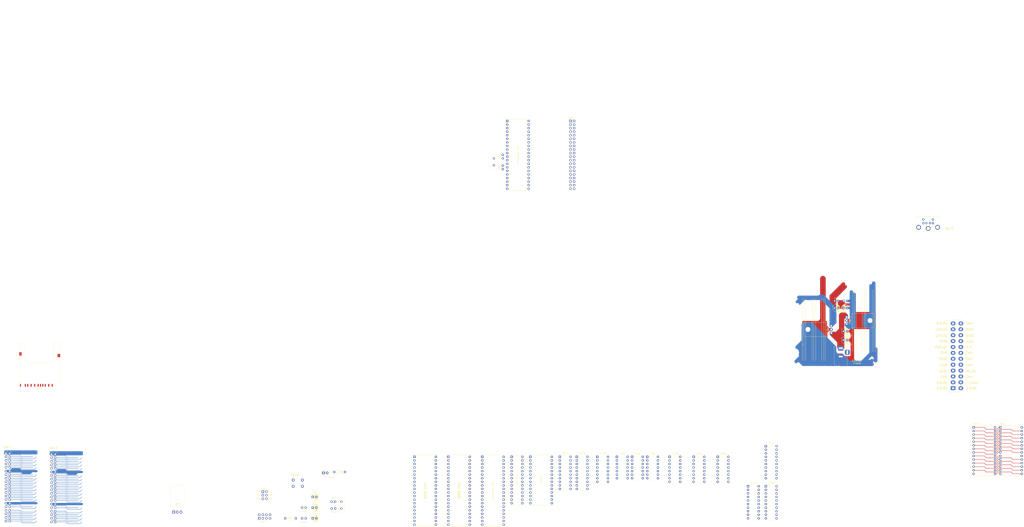
<source format=kicad_pcb>
(kicad_pcb (version 20171130) (host pcbnew "(5.1.10)-1")
  (layers (0 F.Cu signal) (31 B.Cu signal) (36 B.SilkS user) (37 F.SilkS user) (38 B.Mask user) (39 F.Mask user) (44 Edge.Cuts user))
  (net 0 "")
  (module Connector_PinHeader_2.54mm:PinHeader_2x20_P2.54mm_Vertical (layer F.Cu) (at 440.69 269.875)
    (fp_text reference REF** (at 1.27 -2.33) (layer F.SilkS))
    (fp_text value PinHeader_2x20_P2.54mm_Vertical)
    (pad 40 thru_hole oval (at 2.54 48.26) (size 1.7 1.7) (drill 1) (layers *.Cu *.Mask))
    (pad 39 thru_hole oval (at 0 48.26) (size 1.7 1.7) (drill 1) (layers *.Cu *.Mask))
    (pad 38 thru_hole oval (at 2.54 45.72) (size 1.7 1.7) (drill 1) (layers *.Cu *.Mask))
    (pad 37 thru_hole oval (at 0 45.72) (size 1.7 1.7) (drill 1) (layers *.Cu *.Mask))
    (pad 36 thru_hole oval (at 2.54 43.18) (size 1.7 1.7) (drill 1) (layers *.Cu *.Mask))
    (pad 35 thru_hole oval (at 0 43.18) (size 1.7 1.7) (drill 1) (layers *.Cu *.Mask))
    (pad 34 thru_hole oval (at 2.54 40.64) (size 1.7 1.7) (drill 1) (layers *.Cu *.Mask))
    (pad 33 thru_hole oval (at 0 40.64) (size 1.7 1.7) (drill 1) (layers *.Cu *.Mask))
    (pad 32 thru_hole oval (at 2.54 38.1) (size 1.7 1.7) (drill 1) (layers *.Cu *.Mask))
    (pad 31 thru_hole oval (at 0 38.1) (size 1.7 1.7) (drill 1) (layers *.Cu *.Mask))
    (pad 30 thru_hole oval (at 2.54 35.56) (size 1.7 1.7) (drill 1) (layers *.Cu *.Mask))
    (pad 29 thru_hole oval (at 0 35.56) (size 1.7 1.7) (drill 1) (layers *.Cu *.Mask))
    (pad 28 thru_hole oval (at 2.54 33.02) (size 1.7 1.7) (drill 1) (layers *.Cu *.Mask))
    (pad 27 thru_hole oval (at 0 33.02) (size 1.7 1.7) (drill 1) (layers *.Cu *.Mask))
    (pad 26 thru_hole oval (at 2.54 30.48) (size 1.7 1.7) (drill 1) (layers *.Cu *.Mask))
    (pad 25 thru_hole oval (at 0 30.48) (size 1.7 1.7) (drill 1) (layers *.Cu *.Mask))
    (pad 24 thru_hole oval (at 2.54 27.94) (size 1.7 1.7) (drill 1) (layers *.Cu *.Mask))
    (pad 23 thru_hole oval (at 0 27.94) (size 1.7 1.7) (drill 1) (layers *.Cu *.Mask))
    (pad 22 thru_hole oval (at 2.54 25.4) (size 1.7 1.7) (drill 1) (layers *.Cu *.Mask))
    (pad 21 thru_hole oval (at 0 25.4) (size 1.7 1.7) (drill 1) (layers *.Cu *.Mask))
    (pad 20 thru_hole oval (at 2.54 22.86) (size 1.7 1.7) (drill 1) (layers *.Cu *.Mask))
    (pad 19 thru_hole oval (at 0 22.86) (size 1.7 1.7) (drill 1) (layers *.Cu *.Mask))
    (pad 18 thru_hole oval (at 2.54 20.32) (size 1.7 1.7) (drill 1) (layers *.Cu *.Mask))
    (pad 17 thru_hole oval (at 0 20.32) (size 1.7 1.7) (drill 1) (layers *.Cu *.Mask))
    (pad 16 thru_hole oval (at 2.54 17.78) (size 1.7 1.7) (drill 1) (layers *.Cu *.Mask))
    (pad 15 thru_hole oval (at 0 17.78) (size 1.7 1.7) (drill 1) (layers *.Cu *.Mask))
    (pad 14 thru_hole oval (at 2.54 15.24) (size 1.7 1.7) (drill 1) (layers *.Cu *.Mask))
    (pad 13 thru_hole oval (at 0 15.24) (size 1.7 1.7) (drill 1) (layers *.Cu *.Mask))
    (pad 12 thru_hole oval (at 2.54 12.7) (size 1.7 1.7) (drill 1) (layers *.Cu *.Mask))
    (pad 11 thru_hole oval (at 0 12.7) (size 1.7 1.7) (drill 1) (layers *.Cu *.Mask))
    (pad 10 thru_hole oval (at 2.54 10.16) (size 1.7 1.7) (drill 1) (layers *.Cu *.Mask))
    (pad 9 thru_hole oval (at 0 10.16) (size 1.7 1.7) (drill 1) (layers *.Cu *.Mask))
    (pad 8 thru_hole oval (at 2.54 7.62) (size 1.7 1.7) (drill 1) (layers *.Cu *.Mask))
    (pad 7 thru_hole oval (at 0 7.62) (size 1.7 1.7) (drill 1) (layers *.Cu *.Mask))
    (pad 6 thru_hole oval (at 2.54 5.08) (size 1.7 1.7) (drill 1) (layers *.Cu *.Mask))
    (pad 5 thru_hole oval (at 0 5.08) (size 1.7 1.7) (drill 1) (layers *.Cu *.Mask))
    (pad 4 thru_hole oval (at 2.54 2.54) (size 1.7 1.7) (drill 1) (layers *.Cu *.Mask))
    (pad 3 thru_hole oval (at 0 2.54) (size 1.7 1.7) (drill 1) (layers *.Cu *.Mask))
    (pad 2 thru_hole oval (at 2.54 0) (size 1.7 1.7) (drill 1) (layers *.Cu *.Mask))
    (pad 1 thru_hole rect (at 0 0) (size 1.7 1.7) (drill 1) (layers *.Cu *.Mask))
  )
  (module Crystal:Crystal_HC18-U_Vertical (layer F.Cu) (at 386.08 296.545 270)
    (fp_text reference " " hide)
    (fp_text value Crystal_HC18-U_Vertical)
    (pad 2 thru_hole circle (at 4.9 0 270) (size 1.5 1.5) (drill 0.8) (layers *.Cu *.Mask))
    (pad 1 thru_hole circle (at 0 0 270) (size 1.5 1.5) (drill 0.8) (layers *.Cu *.Mask))
  )
  (module Capacitor_THT:C_Disc_D3.0mm_W1.6mm_P2.50mm (layer F.Cu) (at 392.43 294.005 270)
    (fp_text reference 20pf (at 1.27 2.54 90) (layer F.SilkS))
    (fp_text value C_Disc_D3.0mm_W1.6mm_P2.50mm)
    (pad 2 thru_hole circle (at 2.5 0 270) (size 1.6 1.6) (drill 0.8) (layers *.Cu *.Mask))
    (pad 1 thru_hole circle (at 0 0 270) (size 1.6 1.6) (drill 0.8) (layers *.Cu *.Mask))
  )
  (module Capacitor_THT:C_Disc_D3.0mm_W1.6mm_P2.50mm (layer F.Cu) (at 392.43 304.165 90)
    (fp_text reference 20pf (at 1.27 -2.54 90) (layer F.SilkS))
    (fp_text value C_Disc_D3.0mm_W1.6mm_P2.50mm)
    (pad 2 thru_hole circle (at 2.5 0 90) (size 1.6 1.6) (drill 0.8) (layers *.Cu *.Mask))
    (pad 1 thru_hole circle (at 0 0 90) (size 1.6 1.6) (drill 0.8) (layers *.Cu *.Mask))
  )
  (module Package_DIP:DIP-40_W15.24mm_Socket (layer F.Cu) (at 395.605 269.875)
    (fp_text reference "ATmega644 MCU" (at 7.62 24.13 90) (layer F.SilkS))
    (fp_text value DIP-40_W15.24mm_Socket)
    (pad 40 thru_hole oval (at 15.24 0) (size 1.6 1.6) (drill 0.8) (layers *.Cu *.Mask))
    (pad 20 thru_hole oval (at 0 48.26) (size 1.6 1.6) (drill 0.8) (layers *.Cu *.Mask))
    (pad 39 thru_hole oval (at 15.24 2.54) (size 1.6 1.6) (drill 0.8) (layers *.Cu *.Mask))
    (pad 19 thru_hole oval (at 0 45.72) (size 1.6 1.6) (drill 0.8) (layers *.Cu *.Mask))
    (pad 38 thru_hole oval (at 15.24 5.08) (size 1.6 1.6) (drill 0.8) (layers *.Cu *.Mask))
    (pad 18 thru_hole oval (at 0 43.18) (size 1.6 1.6) (drill 0.8) (layers *.Cu *.Mask))
    (pad 37 thru_hole oval (at 15.24 7.62) (size 1.6 1.6) (drill 0.8) (layers *.Cu *.Mask))
    (pad 17 thru_hole oval (at 0 40.64) (size 1.6 1.6) (drill 0.8) (layers *.Cu *.Mask))
    (pad 36 thru_hole oval (at 15.24 10.16) (size 1.6 1.6) (drill 0.8) (layers *.Cu *.Mask))
    (pad 16 thru_hole oval (at 0 38.1) (size 1.6 1.6) (drill 0.8) (layers *.Cu *.Mask))
    (pad 35 thru_hole oval (at 15.24 12.7) (size 1.6 1.6) (drill 0.8) (layers *.Cu *.Mask))
    (pad 15 thru_hole oval (at 0 35.56) (size 1.6 1.6) (drill 0.8) (layers *.Cu *.Mask))
    (pad 34 thru_hole oval (at 15.24 15.24) (size 1.6 1.6) (drill 0.8) (layers *.Cu *.Mask))
    (pad 14 thru_hole oval (at 0 33.02) (size 1.6 1.6) (drill 0.8) (layers *.Cu *.Mask))
    (pad 33 thru_hole oval (at 15.24 17.78) (size 1.6 1.6) (drill 0.8) (layers *.Cu *.Mask))
    (pad 13 thru_hole oval (at 0 30.48) (size 1.6 1.6) (drill 0.8) (layers *.Cu *.Mask))
    (pad 32 thru_hole oval (at 15.24 20.32) (size 1.6 1.6) (drill 0.8) (layers *.Cu *.Mask))
    (pad 12 thru_hole oval (at 0 27.94) (size 1.6 1.6) (drill 0.8) (layers *.Cu *.Mask))
    (pad 31 thru_hole oval (at 15.24 22.86) (size 1.6 1.6) (drill 0.8) (layers *.Cu *.Mask))
    (pad 11 thru_hole oval (at 0 25.4) (size 1.6 1.6) (drill 0.8) (layers *.Cu *.Mask))
    (pad 30 thru_hole oval (at 15.24 25.4) (size 1.6 1.6) (drill 0.8) (layers *.Cu *.Mask))
    (pad 10 thru_hole oval (at 0 22.86) (size 1.6 1.6) (drill 0.8) (layers *.Cu *.Mask))
    (pad 29 thru_hole oval (at 15.24 27.94) (size 1.6 1.6) (drill 0.8) (layers *.Cu *.Mask))
    (pad 9 thru_hole oval (at 0 20.32) (size 1.6 1.6) (drill 0.8) (layers *.Cu *.Mask))
    (pad 28 thru_hole oval (at 15.24 30.48) (size 1.6 1.6) (drill 0.8) (layers *.Cu *.Mask))
    (pad 8 thru_hole oval (at 0 17.78) (size 1.6 1.6) (drill 0.8) (layers *.Cu *.Mask))
    (pad 27 thru_hole oval (at 15.24 33.02) (size 1.6 1.6) (drill 0.8) (layers *.Cu *.Mask))
    (pad 7 thru_hole oval (at 0 15.24) (size 1.6 1.6) (drill 0.8) (layers *.Cu *.Mask))
    (pad 26 thru_hole oval (at 15.24 35.56) (size 1.6 1.6) (drill 0.8) (layers *.Cu *.Mask))
    (pad 6 thru_hole oval (at 0 12.7) (size 1.6 1.6) (drill 0.8) (layers *.Cu *.Mask))
    (pad 25 thru_hole oval (at 15.24 38.1) (size 1.6 1.6) (drill 0.8) (layers *.Cu *.Mask))
    (pad 5 thru_hole oval (at 0 10.16) (size 1.6 1.6) (drill 0.8) (layers *.Cu *.Mask))
    (pad 24 thru_hole oval (at 15.24 40.64) (size 1.6 1.6) (drill 0.8) (layers *.Cu *.Mask))
    (pad 4 thru_hole oval (at 0 7.62) (size 1.6 1.6) (drill 0.8) (layers *.Cu *.Mask))
    (pad 23 thru_hole oval (at 15.24 43.18) (size 1.6 1.6) (drill 0.8) (layers *.Cu *.Mask))
    (pad 3 thru_hole oval (at 0 5.08) (size 1.6 1.6) (drill 0.8) (layers *.Cu *.Mask))
    (pad 22 thru_hole oval (at 15.24 45.72) (size 1.6 1.6) (drill 0.8) (layers *.Cu *.Mask))
    (pad 2 thru_hole oval (at 0 2.54) (size 1.6 1.6) (drill 0.8) (layers *.Cu *.Mask))
    (pad 21 thru_hole oval (at 15.24 48.26) (size 1.6 1.6) (drill 0.8) (layers *.Cu *.Mask))
    (pad 1 thru_hole rect (at 0 0) (size 1.6 1.6) (drill 0.8) (layers *.Cu *.Mask))
  )
  (module Package_DIP:DIP-14_W7.62mm (layer F.Cu) (at 484.505 509.27)
    (fp_text reference 7404 (at 3.81 -2.33) (layer F.SilkS))
    (fp_text value DIP-14_W7.62mm)
    (pad 1 thru_hole rect (at 0 0) (size 1.6 1.6) (drill 0.8) (layers *.Cu *.Mask))
    (pad 8 thru_hole oval (at 7.62 15.24) (size 1.6 1.6) (drill 0.8) (layers *.Cu *.Mask))
    (pad 2 thru_hole oval (at 0 2.54) (size 1.6 1.6) (drill 0.8) (layers *.Cu *.Mask))
    (pad 9 thru_hole oval (at 7.62 12.7) (size 1.6 1.6) (drill 0.8) (layers *.Cu *.Mask))
    (pad 3 thru_hole oval (at 0 5.08) (size 1.6 1.6) (drill 0.8) (layers *.Cu *.Mask))
    (pad 10 thru_hole oval (at 7.62 10.16) (size 1.6 1.6) (drill 0.8) (layers *.Cu *.Mask))
    (pad 4 thru_hole oval (at 0 7.62) (size 1.6 1.6) (drill 0.8) (layers *.Cu *.Mask))
    (pad 11 thru_hole oval (at 7.62 7.62) (size 1.6 1.6) (drill 0.8) (layers *.Cu *.Mask))
    (pad 5 thru_hole oval (at 0 10.16) (size 1.6 1.6) (drill 0.8) (layers *.Cu *.Mask))
    (pad 12 thru_hole oval (at 7.62 5.08) (size 1.6 1.6) (drill 0.8) (layers *.Cu *.Mask))
    (pad 6 thru_hole oval (at 0 12.7) (size 1.6 1.6) (drill 0.8) (layers *.Cu *.Mask))
    (pad 13 thru_hole oval (at 7.62 2.54) (size 1.6 1.6) (drill 0.8) (layers *.Cu *.Mask))
    (pad 7 thru_hole oval (at 0 15.24) (size 1.6 1.6) (drill 0.8) (layers *.Cu *.Mask))
    (pad 14 thru_hole oval (at 7.62 0) (size 1.6 1.6) (drill 0.8) (layers *.Cu *.Mask))
  )
  (module Package_DIP:DIP-14_W7.62mm (layer F.Cu) (at 495.3 509.27)
    (fp_text reference 7408 (at 3.81 -2.33) (layer F.SilkS))
    (fp_text value DIP-14_W7.62mm)
    (pad 14 thru_hole oval (at 7.62 0) (size 1.6 1.6) (drill 0.8) (layers *.Cu *.Mask))
    (pad 7 thru_hole oval (at 0 15.24) (size 1.6 1.6) (drill 0.8) (layers *.Cu *.Mask))
    (pad 13 thru_hole oval (at 7.62 2.54) (size 1.6 1.6) (drill 0.8) (layers *.Cu *.Mask))
    (pad 6 thru_hole oval (at 0 12.7) (size 1.6 1.6) (drill 0.8) (layers *.Cu *.Mask))
    (pad 12 thru_hole oval (at 7.62 5.08) (size 1.6 1.6) (drill 0.8) (layers *.Cu *.Mask))
    (pad 5 thru_hole oval (at 0 10.16) (size 1.6 1.6) (drill 0.8) (layers *.Cu *.Mask))
    (pad 11 thru_hole oval (at 7.62 7.62) (size 1.6 1.6) (drill 0.8) (layers *.Cu *.Mask))
    (pad 4 thru_hole oval (at 0 7.62) (size 1.6 1.6) (drill 0.8) (layers *.Cu *.Mask))
    (pad 10 thru_hole oval (at 7.62 10.16) (size 1.6 1.6) (drill 0.8) (layers *.Cu *.Mask))
    (pad 3 thru_hole oval (at 0 5.08) (size 1.6 1.6) (drill 0.8) (layers *.Cu *.Mask))
    (pad 9 thru_hole oval (at 7.62 12.7) (size 1.6 1.6) (drill 0.8) (layers *.Cu *.Mask))
    (pad 2 thru_hole oval (at 0 2.54) (size 1.6 1.6) (drill 0.8) (layers *.Cu *.Mask))
    (pad 8 thru_hole oval (at 7.62 15.24) (size 1.6 1.6) (drill 0.8) (layers *.Cu *.Mask))
    (pad 1 thru_hole rect (at 0 0) (size 1.6 1.6) (drill 0.8) (layers *.Cu *.Mask))
  )
  (module Package_DIP:DIP-16_W7.62mm (layer F.Cu) (at 511.175 509.27)
    (fp_text reference 74595 (at 3.81 -2.33) (layer F.SilkS))
    (fp_text value DIP-16_W7.62mm)
    (pad 16 thru_hole oval (at 7.62 0) (size 1.6 1.6) (drill 0.8) (layers *.Cu *.Mask))
    (pad 8 thru_hole oval (at 0 17.78) (size 1.6 1.6) (drill 0.8) (layers *.Cu *.Mask))
    (pad 15 thru_hole oval (at 7.62 2.54) (size 1.6 1.6) (drill 0.8) (layers *.Cu *.Mask))
    (pad 7 thru_hole oval (at 0 15.24) (size 1.6 1.6) (drill 0.8) (layers *.Cu *.Mask))
    (pad 14 thru_hole oval (at 7.62 5.08) (size 1.6 1.6) (drill 0.8) (layers *.Cu *.Mask))
    (pad 6 thru_hole oval (at 0 12.7) (size 1.6 1.6) (drill 0.8) (layers *.Cu *.Mask))
    (pad 13 thru_hole oval (at 7.62 7.62) (size 1.6 1.6) (drill 0.8) (layers *.Cu *.Mask))
    (pad 5 thru_hole oval (at 0 10.16) (size 1.6 1.6) (drill 0.8) (layers *.Cu *.Mask))
    (pad 12 thru_hole oval (at 7.62 10.16) (size 1.6 1.6) (drill 0.8) (layers *.Cu *.Mask))
    (pad 4 thru_hole oval (at 0 7.62) (size 1.6 1.6) (drill 0.8) (layers *.Cu *.Mask))
    (pad 11 thru_hole oval (at 7.62 12.7) (size 1.6 1.6) (drill 0.8) (layers *.Cu *.Mask))
    (pad 3 thru_hole oval (at 0 5.08) (size 1.6 1.6) (drill 0.8) (layers *.Cu *.Mask))
    (pad 10 thru_hole oval (at 7.62 15.24) (size 1.6 1.6) (drill 0.8) (layers *.Cu *.Mask))
    (pad 2 thru_hole oval (at 0 2.54) (size 1.6 1.6) (drill 0.8) (layers *.Cu *.Mask))
    (pad 9 thru_hole oval (at 7.62 17.78) (size 1.6 1.6) (drill 0.8) (layers *.Cu *.Mask))
    (pad 1 thru_hole rect (at 0 0) (size 1.6 1.6) (drill 0.8) (layers *.Cu *.Mask))
  )
  (module Connector_PinHeader_2.54mm:PinHeader_2x04_P2.54mm_Vertical (layer F.Cu) (at 219.075 553.085 90)
    (fp_text reference REF** (at -2.54 3.175) (layer F.SilkS))
    (fp_text value PinHeader_2x04_P2.54mm_Vertical)
    (pad 8 thru_hole oval (at 2.54 7.62 90) (size 1.7 1.7) (drill 1) (layers *.Cu *.Mask))
    (pad 7 thru_hole oval (at 0 7.62 90) (size 1.7 1.7) (drill 1) (layers *.Cu *.Mask))
    (pad 6 thru_hole oval (at 2.54 5.08 90) (size 1.7 1.7) (drill 1) (layers *.Cu *.Mask))
    (pad 5 thru_hole oval (at 0 5.08 90) (size 1.7 1.7) (drill 1) (layers *.Cu *.Mask))
    (pad 4 thru_hole oval (at 2.54 2.54 90) (size 1.7 1.7) (drill 1) (layers *.Cu *.Mask))
    (pad 3 thru_hole oval (at 0 2.54 90) (size 1.7 1.7) (drill 1) (layers *.Cu *.Mask))
    (pad 2 thru_hole oval (at 2.54 0 90) (size 1.7 1.7) (drill 1) (layers *.Cu *.Mask))
    (pad 1 thru_hole rect (at 0 0 90) (size 1.7 1.7) (drill 1) (layers *.Cu *.Mask))
  )
  (module Capacitor_THT:C_Disc_D3.0mm_W1.6mm_P2.50mm (layer F.Cu) (at 270.5608 541.1978)
    (fp_text reference 20pf (at 1.27 -2.54) (layer F.SilkS))
    (fp_text value C_Disc_D3.0mm_W1.6mm_P2.50mm)
    (pad 1 thru_hole circle (at 0 0) (size 1.6 1.6) (drill 0.8) (layers *.Cu *.Mask))
    (pad 2 thru_hole circle (at 2.5 0) (size 1.6 1.6) (drill 0.8) (layers *.Cu *.Mask))
  )
  (module Capacitor_THT:C_Disc_D3.0mm_W1.6mm_P2.50mm (layer F.Cu) (at 270.5608 546.1)
    (fp_text reference 20pf (at 1.27 2.54) (layer F.SilkS))
    (fp_text value C_Disc_D3.0mm_W1.6mm_P2.50mm)
    (pad 1 thru_hole circle (at 0 0) (size 1.6 1.6) (drill 0.8) (layers *.Cu *.Mask))
    (pad 2 thru_hole circle (at 2.5 0) (size 1.6 1.6) (drill 0.8) (layers *.Cu *.Mask))
  )
  (module Crystal:Crystal_HC18-U_Vertical (layer F.Cu) (at 277.495 546.1 90)
    (fp_text reference " " hide)
    (fp_text value Crystal_HC18-U_Vertical)
    (pad 1 thru_hole circle (at 0 0 90) (size 1.5 1.5) (drill 0.8) (layers *.Cu *.Mask))
    (pad 2 thru_hole circle (at 4.9 0 90) (size 1.5 1.5) (drill 0.8) (layers *.Cu *.Mask))
  )
  (module Resistor_THT:R_Axial_DIN0207_L6.3mm_D2.5mm_P7.62mm_Horizontal (layer F.Cu) (at 237.49 553.085)
    (fp_text reference 10kΩ (at 3.81 0) (layer F.SilkS))
    (fp_text value R_Axial_DIN0207_L6.3mm_D2.5mm_P7.62mm_Horizontal)
    (pad 2 thru_hole oval (at 7.62 0) (size 1.6 1.6) (drill 0.8) (layers *.Cu *.Mask))
    (pad 1 thru_hole circle (at 0 0) (size 1.6 1.6) (drill 0.8) (layers *.Cu *.Mask))
  )
  (module Capacitor_THT:CP_Radial_D5.0mm_P2.50mm (layer F.Cu) (at 257.175 553.085)
    (fp_text reference 1uf (at 1.27 -3.81) (layer F.SilkS))
    (fp_text value CP_Radial_D5.0mm_P2.50mm)
    (pad 1 thru_hole rect (at 0 0) (size 1.6 1.6) (drill 0.8) (layers *.Cu *.Mask))
    (pad 2 thru_hole circle (at 2.5 0) (size 1.6 1.6) (drill 0.8) (layers *.Cu *.Mask))
  )
  (module Button_Switch_THT:SW_PUSH_6mm_H4.3mm (layer F.Cu) (at 243.205 525.78)
    (fp_text reference Reset (at 1.27 -3.81) (layer F.SilkS) (effects (font (size 1.5 1.5) (thickness 0.25))))
    (fp_text value SW_PUSH_6mm_H4.3mm)
    (pad 1 thru_hole circle (at 6.5 0 90) (size 2 2) (drill 1.1) (layers *.Cu *.Mask))
    (pad 2 thru_hole circle (at 6.5 4.5 90) (size 2 2) (drill 1.1) (layers *.Cu *.Mask))
    (pad 1 thru_hole circle (at 0 0 90) (size 2 2) (drill 1.1) (layers *.Cu *.Mask))
    (pad 2 thru_hole circle (at 0 4.5 90) (size 2 2) (drill 1.1) (layers *.Cu *.Mask))
  )
  (module Package_DIP:DIP-20_W7.62mm (layer F.Cu) (at 445.135 509.27)
    (fp_text reference 74245 (at 3.81 -2.54) (layer F.SilkS))
    (fp_text value DIP-20_W7.62mm)
    (pad 1 thru_hole rect (at 0 0) (size 1.6 1.6) (drill 0.8) (layers *.Cu *.Mask))
    (pad 11 thru_hole oval (at 7.62 22.86) (size 1.6 1.6) (drill 0.8) (layers *.Cu *.Mask))
    (pad 2 thru_hole oval (at 0 2.54) (size 1.6 1.6) (drill 0.8) (layers *.Cu *.Mask))
    (pad 12 thru_hole oval (at 7.62 20.32) (size 1.6 1.6) (drill 0.8) (layers *.Cu *.Mask))
    (pad 3 thru_hole oval (at 0 5.08) (size 1.6 1.6) (drill 0.8) (layers *.Cu *.Mask))
    (pad 13 thru_hole oval (at 7.62 17.78) (size 1.6 1.6) (drill 0.8) (layers *.Cu *.Mask))
    (pad 4 thru_hole oval (at 0 7.62) (size 1.6 1.6) (drill 0.8) (layers *.Cu *.Mask))
    (pad 14 thru_hole oval (at 7.62 15.24) (size 1.6 1.6) (drill 0.8) (layers *.Cu *.Mask))
    (pad 5 thru_hole oval (at 0 10.16) (size 1.6 1.6) (drill 0.8) (layers *.Cu *.Mask))
    (pad 15 thru_hole oval (at 7.62 12.7) (size 1.6 1.6) (drill 0.8) (layers *.Cu *.Mask))
    (pad 6 thru_hole oval (at 0 12.7) (size 1.6 1.6) (drill 0.8) (layers *.Cu *.Mask))
    (pad 16 thru_hole oval (at 7.62 10.16) (size 1.6 1.6) (drill 0.8) (layers *.Cu *.Mask))
    (pad 7 thru_hole oval (at 0 15.24) (size 1.6 1.6) (drill 0.8) (layers *.Cu *.Mask))
    (pad 17 thru_hole oval (at 7.62 7.62) (size 1.6 1.6) (drill 0.8) (layers *.Cu *.Mask))
    (pad 8 thru_hole oval (at 0 17.78) (size 1.6 1.6) (drill 0.8) (layers *.Cu *.Mask))
    (pad 18 thru_hole oval (at 7.62 5.08) (size 1.6 1.6) (drill 0.8) (layers *.Cu *.Mask))
    (pad 9 thru_hole oval (at 0 20.32) (size 1.6 1.6) (drill 0.8) (layers *.Cu *.Mask))
    (pad 19 thru_hole oval (at 7.62 2.54) (size 1.6 1.6) (drill 0.8) (layers *.Cu *.Mask))
    (pad 10 thru_hole oval (at 0 22.86) (size 1.6 1.6) (drill 0.8) (layers *.Cu *.Mask))
    (pad 20 thru_hole oval (at 7.62 0) (size 1.6 1.6) (drill 0.8) (layers *.Cu *.Mask))
  )
  (module Package_DIP:DIP-28_W15.24mm_Socket (layer F.Cu) (at 727.71 488.315)
    (fp_text reference "ROM 0" (at 1.905 -2.54) (layer F.SilkS))
    (fp_text value DIP-28_W15.24mm_Socket)
    (pad 28 thru_hole oval (at 15.24 0) (size 1.6 1.6) (drill 0.8) (layers *.Cu *.Mask))
    (pad 14 thru_hole oval (at 0 33.02) (size 1.6 1.6) (drill 0.8) (layers *.Cu *.Mask))
    (pad 27 thru_hole oval (at 15.24 2.54) (size 1.6 1.6) (drill 0.8) (layers *.Cu *.Mask))
    (pad 13 thru_hole oval (at 0 30.48) (size 1.6 1.6) (drill 0.8) (layers *.Cu *.Mask))
    (pad 26 thru_hole oval (at 15.24 5.08) (size 1.6 1.6) (drill 0.8) (layers *.Cu *.Mask))
    (pad 12 thru_hole oval (at 0 27.94) (size 1.6 1.6) (drill 0.8) (layers *.Cu *.Mask))
    (pad 25 thru_hole oval (at 15.24 7.62) (size 1.6 1.6) (drill 0.8) (layers *.Cu *.Mask))
    (pad 11 thru_hole oval (at 0 25.4) (size 1.6 1.6) (drill 0.8) (layers *.Cu *.Mask))
    (pad 24 thru_hole oval (at 15.24 10.16) (size 1.6 1.6) (drill 0.8) (layers *.Cu *.Mask))
    (pad 10 thru_hole oval (at 0 22.86) (size 1.6 1.6) (drill 0.8) (layers *.Cu *.Mask))
    (pad 23 thru_hole oval (at 15.24 12.7) (size 1.6 1.6) (drill 0.8) (layers *.Cu *.Mask))
    (pad 9 thru_hole oval (at 0 20.32) (size 1.6 1.6) (drill 0.8) (layers *.Cu *.Mask))
    (pad 22 thru_hole oval (at 15.24 15.24) (size 1.6 1.6) (drill 0.8) (layers *.Cu *.Mask))
    (pad 8 thru_hole oval (at 0 17.78) (size 1.6 1.6) (drill 0.8) (layers *.Cu *.Mask))
    (pad 21 thru_hole oval (at 15.24 17.78) (size 1.6 1.6) (drill 0.8) (layers *.Cu *.Mask))
    (pad 7 thru_hole oval (at 0 15.24) (size 1.6 1.6) (drill 0.8) (layers *.Cu *.Mask))
    (pad 20 thru_hole oval (at 15.24 20.32) (size 1.6 1.6) (drill 0.8) (layers *.Cu *.Mask))
    (pad 6 thru_hole oval (at 0 12.7) (size 1.6 1.6) (drill 0.8) (layers *.Cu *.Mask))
    (pad 19 thru_hole oval (at 15.24 22.86) (size 1.6 1.6) (drill 0.8) (layers *.Cu *.Mask))
    (pad 5 thru_hole oval (at 0 10.16) (size 1.6 1.6) (drill 0.8) (layers *.Cu *.Mask))
    (pad 18 thru_hole oval (at 15.24 25.4) (size 1.6 1.6) (drill 0.8) (layers *.Cu *.Mask))
    (pad 4 thru_hole oval (at 0 7.62) (size 1.6 1.6) (drill 0.8) (layers *.Cu *.Mask))
    (pad 17 thru_hole oval (at 15.24 27.94) (size 1.6 1.6) (drill 0.8) (layers *.Cu *.Mask))
    (pad 3 thru_hole oval (at 0 5.08) (size 1.6 1.6) (drill 0.8) (layers *.Cu *.Mask))
    (pad 16 thru_hole oval (at 15.24 30.48) (size 1.6 1.6) (drill 0.8) (layers *.Cu *.Mask))
    (pad 2 thru_hole oval (at 0 2.54) (size 1.6 1.6) (drill 0.8) (layers *.Cu *.Mask))
    (pad 15 thru_hole oval (at 15.24 33.02) (size 1.6 1.6) (drill 0.8) (layers *.Cu *.Mask))
    (pad 1 thru_hole rect (at 0 0) (size 1.6 1.6) (drill 0.8) (layers *.Cu *.Mask))
  )
  (module Capacitor_THT:CP_Radial_D5.0mm_P2.50mm (layer F.Cu) (at 257.175 537.845)
    (fp_text reference 10uf (at 1.25 -3.75) (layer F.SilkS))
    (fp_text value CP_Radial_D5.0mm_P2.50mm)
    (pad 2 thru_hole circle (at 2.5 0) (size 1.6 1.6) (drill 0.8) (layers *.Cu *.Mask))
    (pad 1 thru_hole rect (at 0 0) (size 1.6 1.6) (drill 0.8) (layers *.Cu *.Mask))
  )
  (module Capacitor_THT:C_Disc_D3.0mm_W1.6mm_P2.50mm (layer F.Cu) (at 249.555 553.085)
    (fp_text reference 0.1uf (at 1.27 2.54) (layer F.SilkS))
    (fp_text value C_Disc_D3.0mm_W1.6mm_P2.50mm)
    (pad 2 thru_hole circle (at 2.5 0) (size 1.6 1.6) (drill 0.8) (layers *.Cu *.Mask))
    (pad 1 thru_hole circle (at 0 0) (size 1.6 1.6) (drill 0.8) (layers *.Cu *.Mask))
  )
  (module Package_TO_SOT_THT:TO-220-3_Horizontal_TabDown (layer F.Cu) (at 158.115 548.64)
    (fp_text reference 7805 (at 2.54 -5.715) (layer F.SilkS))
    (fp_text value TO-220-3_Horizontal_TabDown)
    (pad 3 thru_hole oval (at 5.08 0) (size 1.905 2) (drill 1.1) (layers *.Cu *.Mask))
    (pad 2 thru_hole oval (at 2.54 0) (size 1.905 2) (drill 1.1) (layers *.Cu *.Mask))
    (pad 1 thru_hole rect (at 0 0) (size 1.905 2) (drill 1.1) (layers *.Cu *.Mask))
    (pad "" np_thru_hole oval (at 2.54 -16.66) (size 3.5 3.5) (drill 3.5) (layers *.Cu *.Mask))
  )
  (module Package_DIP:DIP-40_W15.24mm_Socket (layer F.Cu) (at 353.695 509.27)
    (fp_text reference "8088 CPU" (at 7.62 24.13 90 unlocked) (layer F.SilkS) (effects (font (size 1.5 1.5) (thickness 0.3))))
    (fp_text value DIP-40_W15.24mm_Socket)
    (pad 40 thru_hole oval (at 15.24 0) (size 1.6 1.6) (drill 0.8) (layers *.Cu *.Mask))
    (pad 20 thru_hole oval (at 0 48.26) (size 1.6 1.6) (drill 0.8) (layers *.Cu *.Mask))
    (pad 39 thru_hole oval (at 15.24 2.54) (size 1.6 1.6) (drill 0.8) (layers *.Cu *.Mask))
    (pad 19 thru_hole oval (at 0 45.72) (size 1.6 1.6) (drill 0.8) (layers *.Cu *.Mask))
    (pad 38 thru_hole oval (at 15.24 5.08) (size 1.6 1.6) (drill 0.8) (layers *.Cu *.Mask))
    (pad 18 thru_hole oval (at 0 43.18) (size 1.6 1.6) (drill 0.8) (layers *.Cu *.Mask))
    (pad 37 thru_hole oval (at 15.24 7.62) (size 1.6 1.6) (drill 0.8) (layers *.Cu *.Mask))
    (pad 17 thru_hole oval (at 0 40.64) (size 1.6 1.6) (drill 0.8) (layers *.Cu *.Mask))
    (pad 36 thru_hole oval (at 15.24 10.16) (size 1.6 1.6) (drill 0.8) (layers *.Cu *.Mask))
    (pad 16 thru_hole oval (at 0 38.1) (size 1.6 1.6) (drill 0.8) (layers *.Cu *.Mask))
    (pad 35 thru_hole oval (at 15.24 12.7) (size 1.6 1.6) (drill 0.8) (layers *.Cu *.Mask))
    (pad 15 thru_hole oval (at 0 35.56) (size 1.6 1.6) (drill 0.8) (layers *.Cu *.Mask))
    (pad 34 thru_hole oval (at 15.24 15.24) (size 1.6 1.6) (drill 0.8) (layers *.Cu *.Mask))
    (pad 14 thru_hole oval (at 0 33.02) (size 1.6 1.6) (drill 0.8) (layers *.Cu *.Mask))
    (pad 33 thru_hole oval (at 15.24 17.78) (size 1.6 1.6) (drill 0.8) (layers *.Cu *.Mask))
    (pad 13 thru_hole oval (at 0 30.48) (size 1.6 1.6) (drill 0.8) (layers *.Cu *.Mask))
    (pad 32 thru_hole oval (at 15.24 20.32) (size 1.6 1.6) (drill 0.8) (layers *.Cu *.Mask))
    (pad 12 thru_hole oval (at 0 27.94) (size 1.6 1.6) (drill 0.8) (layers *.Cu *.Mask))
    (pad 31 thru_hole oval (at 15.24 22.86) (size 1.6 1.6) (drill 0.8) (layers *.Cu *.Mask))
    (pad 11 thru_hole oval (at 0 25.4) (size 1.6 1.6) (drill 0.8) (layers *.Cu *.Mask))
    (pad 30 thru_hole oval (at 15.24 25.4) (size 1.6 1.6) (drill 0.8) (layers *.Cu *.Mask))
    (pad 10 thru_hole oval (at 0 22.86) (size 1.6 1.6) (drill 0.8) (layers *.Cu *.Mask))
    (pad 29 thru_hole oval (at 15.24 27.94) (size 1.6 1.6) (drill 0.8) (layers *.Cu *.Mask))
    (pad 9 thru_hole oval (at 0 20.32) (size 1.6 1.6) (drill 0.8) (layers *.Cu *.Mask))
    (pad 28 thru_hole oval (at 15.24 30.48) (size 1.6 1.6) (drill 0.8) (layers *.Cu *.Mask))
    (pad 8 thru_hole oval (at 0 17.78) (size 1.6 1.6) (drill 0.8) (layers *.Cu *.Mask))
    (pad 27 thru_hole oval (at 15.24 33.02) (size 1.6 1.6) (drill 0.8) (layers *.Cu *.Mask))
    (pad 7 thru_hole oval (at 0 15.24) (size 1.6 1.6) (drill 0.8) (layers *.Cu *.Mask))
    (pad 26 thru_hole oval (at 15.24 35.56) (size 1.6 1.6) (drill 0.8) (layers *.Cu *.Mask))
    (pad 6 thru_hole oval (at 0 12.7) (size 1.6 1.6) (drill 0.8) (layers *.Cu *.Mask))
    (pad 25 thru_hole oval (at 15.24 38.1) (size 1.6 1.6) (drill 0.8) (layers *.Cu *.Mask))
    (pad 5 thru_hole oval (at 0 10.16) (size 1.6 1.6) (drill 0.8) (layers *.Cu *.Mask))
    (pad 24 thru_hole oval (at 15.24 40.64) (size 1.6 1.6) (drill 0.8) (layers *.Cu *.Mask))
    (pad 4 thru_hole oval (at 0 7.62) (size 1.6 1.6) (drill 0.8) (layers *.Cu *.Mask))
    (pad 23 thru_hole oval (at 15.24 43.18) (size 1.6 1.6) (drill 0.8) (layers *.Cu *.Mask))
    (pad 3 thru_hole oval (at 0 5.08) (size 1.6 1.6) (drill 0.8) (layers *.Cu *.Mask))
    (pad 22 thru_hole oval (at 15.24 45.72) (size 1.6 1.6) (drill 0.8) (layers *.Cu *.Mask))
    (pad 2 thru_hole oval (at 0 2.54) (size 1.6 1.6) (drill 0.8) (layers *.Cu *.Mask))
    (pad 21 thru_hole oval (at 15.24 48.26) (size 1.6 1.6) (drill 0.8) (layers *.Cu *.Mask))
    (pad 1 thru_hole rect (at 0 0) (size 1.6 1.6) (drill 0.8) (layers *.Cu *.Mask))
  )
  (module Package_DIP:DIP-20_W7.62mm (layer F.Cu) (at 579.755 530.225)
    (fp_text reference 74573 (at 3.81 -2.54) (layer F.SilkS))
    (fp_text value DIP-20_W7.62mm)
    (pad 1 thru_hole rect (at 0 0) (size 1.6 1.6) (drill 0.8) (layers *.Cu *.Mask))
    (pad 11 thru_hole oval (at 7.62 22.86) (size 1.6 1.6) (drill 0.8) (layers *.Cu *.Mask))
    (pad 2 thru_hole oval (at 0 2.54) (size 1.6 1.6) (drill 0.8) (layers *.Cu *.Mask))
    (pad 12 thru_hole oval (at 7.62 20.32) (size 1.6 1.6) (drill 0.8) (layers *.Cu *.Mask))
    (pad 3 thru_hole oval (at 0 5.08) (size 1.6 1.6) (drill 0.8) (layers *.Cu *.Mask))
    (pad 13 thru_hole oval (at 7.62 17.78) (size 1.6 1.6) (drill 0.8) (layers *.Cu *.Mask))
    (pad 4 thru_hole oval (at 0 7.62) (size 1.6 1.6) (drill 0.8) (layers *.Cu *.Mask))
    (pad 14 thru_hole oval (at 7.62 15.24) (size 1.6 1.6) (drill 0.8) (layers *.Cu *.Mask))
    (pad 5 thru_hole oval (at 0 10.16) (size 1.6 1.6) (drill 0.8) (layers *.Cu *.Mask))
    (pad 15 thru_hole oval (at 7.62 12.7) (size 1.6 1.6) (drill 0.8) (layers *.Cu *.Mask))
    (pad 6 thru_hole oval (at 0 12.7) (size 1.6 1.6) (drill 0.8) (layers *.Cu *.Mask))
    (pad 16 thru_hole oval (at 7.62 10.16) (size 1.6 1.6) (drill 0.8) (layers *.Cu *.Mask))
    (pad 7 thru_hole oval (at 0 15.24) (size 1.6 1.6) (drill 0.8) (layers *.Cu *.Mask))
    (pad 17 thru_hole oval (at 7.62 7.62) (size 1.6 1.6) (drill 0.8) (layers *.Cu *.Mask))
    (pad 8 thru_hole oval (at 0 17.78) (size 1.6 1.6) (drill 0.8) (layers *.Cu *.Mask))
    (pad 18 thru_hole oval (at 7.62 5.08) (size 1.6 1.6) (drill 0.8) (layers *.Cu *.Mask))
    (pad 9 thru_hole oval (at 0 20.32) (size 1.6 1.6) (drill 0.8) (layers *.Cu *.Mask))
    (pad 19 thru_hole oval (at 7.62 2.54) (size 1.6 1.6) (drill 0.8) (layers *.Cu *.Mask))
    (pad 10 thru_hole oval (at 0 22.86) (size 1.6 1.6) (drill 0.8) (layers *.Cu *.Mask))
    (pad 20 thru_hole oval (at 7.62 0) (size 1.6 1.6) (drill 0.8) (layers *.Cu *.Mask))
  )
  (module Package_DIP:DIP-20_W7.62mm (layer F.Cu) (at 567.055 530.225)
    (fp_text reference 74245 (at 3.81 -2.54) (layer F.SilkS))
    (fp_text value DIP-20_W7.62mm)
    (pad 20 thru_hole oval (at 7.62 0) (size 1.6 1.6) (drill 0.8) (layers *.Cu *.Mask))
    (pad 10 thru_hole oval (at 0 22.86) (size 1.6 1.6) (drill 0.8) (layers *.Cu *.Mask))
    (pad 19 thru_hole oval (at 7.62 2.54) (size 1.6 1.6) (drill 0.8) (layers *.Cu *.Mask))
    (pad 9 thru_hole oval (at 0 20.32) (size 1.6 1.6) (drill 0.8) (layers *.Cu *.Mask))
    (pad 18 thru_hole oval (at 7.62 5.08) (size 1.6 1.6) (drill 0.8) (layers *.Cu *.Mask))
    (pad 8 thru_hole oval (at 0 17.78) (size 1.6 1.6) (drill 0.8) (layers *.Cu *.Mask))
    (pad 17 thru_hole oval (at 7.62 7.62) (size 1.6 1.6) (drill 0.8) (layers *.Cu *.Mask))
    (pad 7 thru_hole oval (at 0 15.24) (size 1.6 1.6) (drill 0.8) (layers *.Cu *.Mask))
    (pad 16 thru_hole oval (at 7.62 10.16) (size 1.6 1.6) (drill 0.8) (layers *.Cu *.Mask))
    (pad 6 thru_hole oval (at 0 12.7) (size 1.6 1.6) (drill 0.8) (layers *.Cu *.Mask))
    (pad 15 thru_hole oval (at 7.62 12.7) (size 1.6 1.6) (drill 0.8) (layers *.Cu *.Mask))
    (pad 5 thru_hole oval (at 0 10.16) (size 1.6 1.6) (drill 0.8) (layers *.Cu *.Mask))
    (pad 14 thru_hole oval (at 7.62 15.24) (size 1.6 1.6) (drill 0.8) (layers *.Cu *.Mask))
    (pad 4 thru_hole oval (at 0 7.62) (size 1.6 1.6) (drill 0.8) (layers *.Cu *.Mask))
    (pad 13 thru_hole oval (at 7.62 17.78) (size 1.6 1.6) (drill 0.8) (layers *.Cu *.Mask))
    (pad 3 thru_hole oval (at 0 5.08) (size 1.6 1.6) (drill 0.8) (layers *.Cu *.Mask))
    (pad 12 thru_hole oval (at 7.62 20.32) (size 1.6 1.6) (drill 0.8) (layers *.Cu *.Mask))
    (pad 2 thru_hole oval (at 0 2.54) (size 1.6 1.6) (drill 0.8) (layers *.Cu *.Mask))
    (pad 11 thru_hole oval (at 7.62 22.86) (size 1.6 1.6) (drill 0.8) (layers *.Cu *.Mask))
    (pad 1 thru_hole rect (at 0 0) (size 1.6 1.6) (drill 0.8) (layers *.Cu *.Mask))
  )
  (module Package_DIP:DIP-20_W7.62mm (layer F.Cu) (at 579.755 501.65)
    (fp_text reference 74573 (at 3.81 -2.54) (layer F.SilkS))
    (fp_text value DIP-20_W7.62mm)
    (pad 20 thru_hole oval (at 7.62 0) (size 1.6 1.6) (drill 0.8) (layers *.Cu *.Mask))
    (pad 10 thru_hole oval (at 0 22.86) (size 1.6 1.6) (drill 0.8) (layers *.Cu *.Mask))
    (pad 19 thru_hole oval (at 7.62 2.54) (size 1.6 1.6) (drill 0.8) (layers *.Cu *.Mask))
    (pad 9 thru_hole oval (at 0 20.32) (size 1.6 1.6) (drill 0.8) (layers *.Cu *.Mask))
    (pad 18 thru_hole oval (at 7.62 5.08) (size 1.6 1.6) (drill 0.8) (layers *.Cu *.Mask))
    (pad 8 thru_hole oval (at 0 17.78) (size 1.6 1.6) (drill 0.8) (layers *.Cu *.Mask))
    (pad 17 thru_hole oval (at 7.62 7.62) (size 1.6 1.6) (drill 0.8) (layers *.Cu *.Mask))
    (pad 7 thru_hole oval (at 0 15.24) (size 1.6 1.6) (drill 0.8) (layers *.Cu *.Mask))
    (pad 16 thru_hole oval (at 7.62 10.16) (size 1.6 1.6) (drill 0.8) (layers *.Cu *.Mask))
    (pad 6 thru_hole oval (at 0 12.7) (size 1.6 1.6) (drill 0.8) (layers *.Cu *.Mask))
    (pad 15 thru_hole oval (at 7.62 12.7) (size 1.6 1.6) (drill 0.8) (layers *.Cu *.Mask))
    (pad 5 thru_hole oval (at 0 10.16) (size 1.6 1.6) (drill 0.8) (layers *.Cu *.Mask))
    (pad 14 thru_hole oval (at 7.62 15.24) (size 1.6 1.6) (drill 0.8) (layers *.Cu *.Mask))
    (pad 4 thru_hole oval (at 0 7.62) (size 1.6 1.6) (drill 0.8) (layers *.Cu *.Mask))
    (pad 13 thru_hole oval (at 7.62 17.78) (size 1.6 1.6) (drill 0.8) (layers *.Cu *.Mask))
    (pad 3 thru_hole oval (at 0 5.08) (size 1.6 1.6) (drill 0.8) (layers *.Cu *.Mask))
    (pad 12 thru_hole oval (at 7.62 20.32) (size 1.6 1.6) (drill 0.8) (layers *.Cu *.Mask))
    (pad 2 thru_hole oval (at 0 2.54) (size 1.6 1.6) (drill 0.8) (layers *.Cu *.Mask))
    (pad 11 thru_hole oval (at 7.62 22.86) (size 1.6 1.6) (drill 0.8) (layers *.Cu *.Mask))
    (pad 1 thru_hole rect (at 0 0) (size 1.6 1.6) (drill 0.8) (layers *.Cu *.Mask))
  )
  (module Package_DIP:DIP-16_W7.62mm (layer F.Cu) (at 528.32 509.27)
    (fp_text reference 74165 (at 3.81 -2.33 unlocked) (layer F.SilkS))
    (fp_text value DIP-16_W7.62mm)
    (pad 1 thru_hole rect (at 0 0) (size 1.6 1.6) (drill 0.8) (layers *.Cu *.Mask))
    (pad 9 thru_hole oval (at 7.62 17.78) (size 1.6 1.6) (drill 0.8) (layers *.Cu *.Mask))
    (pad 2 thru_hole oval (at 0 2.54) (size 1.6 1.6) (drill 0.8) (layers *.Cu *.Mask))
    (pad 10 thru_hole oval (at 7.62 15.24) (size 1.6 1.6) (drill 0.8) (layers *.Cu *.Mask))
    (pad 3 thru_hole oval (at 0 5.08) (size 1.6 1.6) (drill 0.8) (layers *.Cu *.Mask))
    (pad 11 thru_hole oval (at 7.62 12.7) (size 1.6 1.6) (drill 0.8) (layers *.Cu *.Mask))
    (pad 4 thru_hole oval (at 0 7.62) (size 1.6 1.6) (drill 0.8) (layers *.Cu *.Mask))
    (pad 12 thru_hole oval (at 7.62 10.16) (size 1.6 1.6) (drill 0.8) (layers *.Cu *.Mask))
    (pad 5 thru_hole oval (at 0 10.16) (size 1.6 1.6) (drill 0.8) (layers *.Cu *.Mask))
    (pad 13 thru_hole oval (at 7.62 7.62) (size 1.6 1.6) (drill 0.8) (layers *.Cu *.Mask))
    (pad 6 thru_hole oval (at 0 12.7) (size 1.6 1.6) (drill 0.8) (layers *.Cu *.Mask))
    (pad 14 thru_hole oval (at 7.62 5.08) (size 1.6 1.6) (drill 0.8) (layers *.Cu *.Mask))
    (pad 7 thru_hole oval (at 0 15.24) (size 1.6 1.6) (drill 0.8) (layers *.Cu *.Mask))
    (pad 15 thru_hole oval (at 7.62 2.54) (size 1.6 1.6) (drill 0.8) (layers *.Cu *.Mask))
    (pad 8 thru_hole oval (at 0 17.78) (size 1.6 1.6) (drill 0.8) (layers *.Cu *.Mask))
    (pad 16 thru_hole oval (at 7.62 0) (size 1.6 1.6) (drill 0.8) (layers *.Cu *.Mask))
  )
  (module Package_DIP:DIP-16_W7.62mm (layer F.Cu) (at 545.465 509.27)
    (fp_text reference 74590 (at 3.81 -2.33 unlocked) (layer F.SilkS))
    (fp_text value DIP-16_W7.62mm)
    (pad 1 thru_hole rect (at 0 0) (size 1.6 1.6) (drill 0.8) (layers *.Cu *.Mask))
    (pad 9 thru_hole oval (at 7.62 17.78) (size 1.6 1.6) (drill 0.8) (layers *.Cu *.Mask))
    (pad 2 thru_hole oval (at 0 2.54) (size 1.6 1.6) (drill 0.8) (layers *.Cu *.Mask))
    (pad 10 thru_hole oval (at 7.62 15.24) (size 1.6 1.6) (drill 0.8) (layers *.Cu *.Mask))
    (pad 3 thru_hole oval (at 0 5.08) (size 1.6 1.6) (drill 0.8) (layers *.Cu *.Mask))
    (pad 11 thru_hole oval (at 7.62 12.7) (size 1.6 1.6) (drill 0.8) (layers *.Cu *.Mask))
    (pad 4 thru_hole oval (at 0 7.62) (size 1.6 1.6) (drill 0.8) (layers *.Cu *.Mask))
    (pad 12 thru_hole oval (at 7.62 10.16) (size 1.6 1.6) (drill 0.8) (layers *.Cu *.Mask))
    (pad 5 thru_hole oval (at 0 10.16) (size 1.6 1.6) (drill 0.8) (layers *.Cu *.Mask))
    (pad 13 thru_hole oval (at 7.62 7.62) (size 1.6 1.6) (drill 0.8) (layers *.Cu *.Mask))
    (pad 6 thru_hole oval (at 0 12.7) (size 1.6 1.6) (drill 0.8) (layers *.Cu *.Mask))
    (pad 14 thru_hole oval (at 7.62 5.08) (size 1.6 1.6) (drill 0.8) (layers *.Cu *.Mask))
    (pad 7 thru_hole oval (at 0 15.24) (size 1.6 1.6) (drill 0.8) (layers *.Cu *.Mask))
    (pad 15 thru_hole oval (at 7.62 2.54) (size 1.6 1.6) (drill 0.8) (layers *.Cu *.Mask))
    (pad 8 thru_hole oval (at 0 17.78) (size 1.6 1.6) (drill 0.8) (layers *.Cu *.Mask))
    (pad 16 thru_hole oval (at 7.62 0) (size 1.6 1.6) (drill 0.8) (layers *.Cu *.Mask))
  )
  (module Connector_Card:SD_Kyocera_145638109511859+ (layer F.Cu) (at 62.23 445.77 180)
    (fp_text reference REF** (at 0 -14.78 180) (layer F.SilkS))
    (fp_text value SD_Kyocera_145638109511859+)
    (pad 9 smd roundrect (at -9.38 -12.5 180) (size 0.8 2) (layers F.Cu F.Paste F.Mask) (roundrect_rratio 0.313))
    (pad 1 smd roundrect (at -6.88 -12.5 180) (size 0.8 2) (layers F.Cu F.Paste F.Mask) (roundrect_rratio 0.313))
    (pad 2 smd roundrect (at -4.38 -12.5 180) (size 0.8 2) (layers F.Cu F.Paste F.Mask) (roundrect_rratio 0.313))
    (pad 10 smd roundrect (at -2.68 -12.5 180) (size 0.8 2) (layers F.Cu F.Paste F.Mask) (roundrect_rratio 0.313))
    (pad 3 smd roundrect (at -1.08 -12.5 180) (size 0.8 2) (layers F.Cu F.Paste F.Mask) (roundrect_rratio 0.313))
    (pad 4 smd roundrect (at 0.62 -12.5 180) (size 0.8 2) (layers F.Cu F.Paste F.Mask) (roundrect_rratio 0.313))
    (pad 5 smd roundrect (at 3.12 -12.5 180) (size 0.8 2) (layers F.Cu F.Paste F.Mask) (roundrect_rratio 0.313))
    (pad 6 smd roundrect (at 5.62 -12.5 180) (size 0.8 2) (layers F.Cu F.Paste F.Mask) (roundrect_rratio 0.313))
    (pad 7 smd roundrect (at 8.05 -12.5 180) (size 0.8 2) (layers F.Cu F.Paste F.Mask) (roundrect_rratio 0.313))
    (pad 8 smd roundrect (at 9.75 -12.5 180) (size 0.8 2) (layers F.Cu F.Paste F.Mask) (roundrect_rratio 0.313))
    (pad 11 smd roundrect (at 13.24 -12.5 180) (size 0.7 2) (layers F.Cu F.Paste F.Mask) (roundrect_rratio 0.357))
    (pad "" np_thru_hole circle (at 12.1 12) (size 1.5 1.5) (drill 1.5) (layers *.Cu *.Mask))
    (pad "" np_thru_hole circle (at -12.1 12) (size 1.5 1.5) (drill 1.5) (layers *.Cu *.Mask))
    (pad 12 smd roundrect (at 13.25 9.9 180) (size 1.7 2.4) (layers F.Cu F.Paste F.Mask) (roundrect_rratio 0.147))
    (pad 13 smd roundrect (at -14.1 8.7 180) (size 1.8 2.4) (layers F.Cu F.Paste F.Mask) (roundrect_rratio 0.139))
  )
  (module Package_DIP:DIP-40_W15.24mm_Socket (layer F.Cu) (at 329.565 509.27)
    (fp_text reference "6502 CPU" (at 7.62 24.13 90 unlocked) (layer F.SilkS) (effects (font (size 1.5 1.5) (thickness 0.3))))
    (fp_text value DIP-40_W15.24mm_Socket)
    (pad 40 thru_hole oval (at 15.24 0) (size 1.6 1.6) (drill 0.8) (layers *.Cu *.Mask))
    (pad 20 thru_hole oval (at 0 48.26) (size 1.6 1.6) (drill 0.8) (layers *.Cu *.Mask))
    (pad 39 thru_hole oval (at 15.24 2.54) (size 1.6 1.6) (drill 0.8) (layers *.Cu *.Mask))
    (pad 19 thru_hole oval (at 0 45.72) (size 1.6 1.6) (drill 0.8) (layers *.Cu *.Mask))
    (pad 38 thru_hole oval (at 15.24 5.08) (size 1.6 1.6) (drill 0.8) (layers *.Cu *.Mask))
    (pad 18 thru_hole oval (at 0 43.18) (size 1.6 1.6) (drill 0.8) (layers *.Cu *.Mask))
    (pad 37 thru_hole oval (at 15.24 7.62) (size 1.6 1.6) (drill 0.8) (layers *.Cu *.Mask))
    (pad 17 thru_hole oval (at 0 40.64) (size 1.6 1.6) (drill 0.8) (layers *.Cu *.Mask))
    (pad 36 thru_hole oval (at 15.24 10.16) (size 1.6 1.6) (drill 0.8) (layers *.Cu *.Mask))
    (pad 16 thru_hole oval (at 0 38.1) (size 1.6 1.6) (drill 0.8) (layers *.Cu *.Mask))
    (pad 35 thru_hole oval (at 15.24 12.7) (size 1.6 1.6) (drill 0.8) (layers *.Cu *.Mask))
    (pad 15 thru_hole oval (at 0 35.56) (size 1.6 1.6) (drill 0.8) (layers *.Cu *.Mask))
    (pad 34 thru_hole oval (at 15.24 15.24) (size 1.6 1.6) (drill 0.8) (layers *.Cu *.Mask))
    (pad 14 thru_hole oval (at 0 33.02) (size 1.6 1.6) (drill 0.8) (layers *.Cu *.Mask))
    (pad 33 thru_hole oval (at 15.24 17.78) (size 1.6 1.6) (drill 0.8) (layers *.Cu *.Mask))
    (pad 13 thru_hole oval (at 0 30.48) (size 1.6 1.6) (drill 0.8) (layers *.Cu *.Mask))
    (pad 32 thru_hole oval (at 15.24 20.32) (size 1.6 1.6) (drill 0.8) (layers *.Cu *.Mask))
    (pad 12 thru_hole oval (at 0 27.94) (size 1.6 1.6) (drill 0.8) (layers *.Cu *.Mask))
    (pad 31 thru_hole oval (at 15.24 22.86) (size 1.6 1.6) (drill 0.8) (layers *.Cu *.Mask))
    (pad 11 thru_hole oval (at 0 25.4) (size 1.6 1.6) (drill 0.8) (layers *.Cu *.Mask))
    (pad 30 thru_hole oval (at 15.24 25.4) (size 1.6 1.6) (drill 0.8) (layers *.Cu *.Mask))
    (pad 10 thru_hole oval (at 0 22.86) (size 1.6 1.6) (drill 0.8) (layers *.Cu *.Mask))
    (pad 29 thru_hole oval (at 15.24 27.94) (size 1.6 1.6) (drill 0.8) (layers *.Cu *.Mask))
    (pad 9 thru_hole oval (at 0 20.32) (size 1.6 1.6) (drill 0.8) (layers *.Cu *.Mask))
    (pad 28 thru_hole oval (at 15.24 30.48) (size 1.6 1.6) (drill 0.8) (layers *.Cu *.Mask))
    (pad 8 thru_hole oval (at 0 17.78) (size 1.6 1.6) (drill 0.8) (layers *.Cu *.Mask))
    (pad 27 thru_hole oval (at 15.24 33.02) (size 1.6 1.6) (drill 0.8) (layers *.Cu *.Mask))
    (pad 7 thru_hole oval (at 0 15.24) (size 1.6 1.6) (drill 0.8) (layers *.Cu *.Mask))
    (pad 26 thru_hole oval (at 15.24 35.56) (size 1.6 1.6) (drill 0.8) (layers *.Cu *.Mask))
    (pad 6 thru_hole oval (at 0 12.7) (size 1.6 1.6) (drill 0.8) (layers *.Cu *.Mask))
    (pad 25 thru_hole oval (at 15.24 38.1) (size 1.6 1.6) (drill 0.8) (layers *.Cu *.Mask))
    (pad 5 thru_hole oval (at 0 10.16) (size 1.6 1.6) (drill 0.8) (layers *.Cu *.Mask))
    (pad 24 thru_hole oval (at 15.24 40.64) (size 1.6 1.6) (drill 0.8) (layers *.Cu *.Mask))
    (pad 4 thru_hole oval (at 0 7.62) (size 1.6 1.6) (drill 0.8) (layers *.Cu *.Mask))
    (pad 23 thru_hole oval (at 15.24 43.18) (size 1.6 1.6) (drill 0.8) (layers *.Cu *.Mask))
    (pad 3 thru_hole oval (at 0 5.08) (size 1.6 1.6) (drill 0.8) (layers *.Cu *.Mask))
    (pad 22 thru_hole oval (at 15.24 45.72) (size 1.6 1.6) (drill 0.8) (layers *.Cu *.Mask))
    (pad 2 thru_hole oval (at 0 2.54) (size 1.6 1.6) (drill 0.8) (layers *.Cu *.Mask))
    (pad 21 thru_hole oval (at 15.24 48.26) (size 1.6 1.6) (drill 0.8) (layers *.Cu *.Mask))
    (pad 1 thru_hole rect (at 0 0) (size 1.6 1.6) (drill 0.8) (layers *.Cu *.Mask))
  )
  (module Package_DIP:DIP-28_W15.24mm_Socket (layer F.Cu) (at 746.76 488.315)
    (fp_text reference "ROM 1" (at 1.905 -2.54) (layer F.SilkS))
    (fp_text value DIP-28_W15.24mm_Socket)
    (pad 28 thru_hole oval (at 15.24 0) (size 1.6 1.6) (drill 0.8) (layers *.Cu *.Mask))
    (pad 14 thru_hole oval (at 0 33.02) (size 1.6 1.6) (drill 0.8) (layers *.Cu *.Mask))
    (pad 27 thru_hole oval (at 15.24 2.54) (size 1.6 1.6) (drill 0.8) (layers *.Cu *.Mask))
    (pad 13 thru_hole oval (at 0 30.48) (size 1.6 1.6) (drill 0.8) (layers *.Cu *.Mask))
    (pad 26 thru_hole oval (at 15.24 5.08) (size 1.6 1.6) (drill 0.8) (layers *.Cu *.Mask))
    (pad 12 thru_hole oval (at 0 27.94) (size 1.6 1.6) (drill 0.8) (layers *.Cu *.Mask))
    (pad 25 thru_hole oval (at 15.24 7.62) (size 1.6 1.6) (drill 0.8) (layers *.Cu *.Mask))
    (pad 11 thru_hole oval (at 0 25.4) (size 1.6 1.6) (drill 0.8) (layers *.Cu *.Mask))
    (pad 24 thru_hole oval (at 15.24 10.16) (size 1.6 1.6) (drill 0.8) (layers *.Cu *.Mask))
    (pad 10 thru_hole oval (at 0 22.86) (size 1.6 1.6) (drill 0.8) (layers *.Cu *.Mask))
    (pad 23 thru_hole oval (at 15.24 12.7) (size 1.6 1.6) (drill 0.8) (layers *.Cu *.Mask))
    (pad 9 thru_hole oval (at 0 20.32) (size 1.6 1.6) (drill 0.8) (layers *.Cu *.Mask))
    (pad 22 thru_hole oval (at 15.24 15.24) (size 1.6 1.6) (drill 0.8) (layers *.Cu *.Mask))
    (pad 8 thru_hole oval (at 0 17.78) (size 1.6 1.6) (drill 0.8) (layers *.Cu *.Mask))
    (pad 21 thru_hole oval (at 15.24 17.78) (size 1.6 1.6) (drill 0.8) (layers *.Cu *.Mask))
    (pad 7 thru_hole oval (at 0 15.24) (size 1.6 1.6) (drill 0.8) (layers *.Cu *.Mask))
    (pad 20 thru_hole oval (at 15.24 20.32) (size 1.6 1.6) (drill 0.8) (layers *.Cu *.Mask))
    (pad 6 thru_hole oval (at 0 12.7) (size 1.6 1.6) (drill 0.8) (layers *.Cu *.Mask))
    (pad 19 thru_hole oval (at 15.24 22.86) (size 1.6 1.6) (drill 0.8) (layers *.Cu *.Mask))
    (pad 5 thru_hole oval (at 0 10.16) (size 1.6 1.6) (drill 0.8) (layers *.Cu *.Mask))
    (pad 18 thru_hole oval (at 15.24 25.4) (size 1.6 1.6) (drill 0.8) (layers *.Cu *.Mask))
    (pad 4 thru_hole oval (at 0 7.62) (size 1.6 1.6) (drill 0.8) (layers *.Cu *.Mask))
    (pad 17 thru_hole oval (at 15.24 27.94) (size 1.6 1.6) (drill 0.8) (layers *.Cu *.Mask))
    (pad 3 thru_hole oval (at 0 5.08) (size 1.6 1.6) (drill 0.8) (layers *.Cu *.Mask))
    (pad 16 thru_hole oval (at 15.24 30.48) (size 1.6 1.6) (drill 0.8) (layers *.Cu *.Mask))
    (pad 2 thru_hole oval (at 0 2.54) (size 1.6 1.6) (drill 0.8) (layers *.Cu *.Mask))
    (pad 15 thru_hole oval (at 15.24 33.02) (size 1.6 1.6) (drill 0.8) (layers *.Cu *.Mask))
    (pad 1 thru_hole rect (at 0 0) (size 1.6 1.6) (drill 0.8) (layers *.Cu *.Mask))
  )
  (module Package_DIP:DIP-28_W7.62mm_Socket (layer F.Cu) (at 398.78 509.27)
    (fp_text reference IS61C256 (at 3.81 16.51 270) (layer F.SilkS))
    (fp_text value DIP-28_W7.62mm_Socket)
    (pad 28 thru_hole oval (at 7.62 0) (size 1.6 1.6) (drill 0.8) (layers *.Cu *.Mask))
    (pad 14 thru_hole oval (at 0 33.02) (size 1.6 1.6) (drill 0.8) (layers *.Cu *.Mask))
    (pad 27 thru_hole oval (at 7.62 2.54) (size 1.6 1.6) (drill 0.8) (layers *.Cu *.Mask))
    (pad 13 thru_hole oval (at 0 30.48) (size 1.6 1.6) (drill 0.8) (layers *.Cu *.Mask))
    (pad 26 thru_hole oval (at 7.62 5.08) (size 1.6 1.6) (drill 0.8) (layers *.Cu *.Mask))
    (pad 12 thru_hole oval (at 0 27.94) (size 1.6 1.6) (drill 0.8) (layers *.Cu *.Mask))
    (pad 25 thru_hole oval (at 7.62 7.62) (size 1.6 1.6) (drill 0.8) (layers *.Cu *.Mask))
    (pad 11 thru_hole oval (at 0 25.4) (size 1.6 1.6) (drill 0.8) (layers *.Cu *.Mask))
    (pad 24 thru_hole oval (at 7.62 10.16) (size 1.6 1.6) (drill 0.8) (layers *.Cu *.Mask))
    (pad 10 thru_hole oval (at 0 22.86) (size 1.6 1.6) (drill 0.8) (layers *.Cu *.Mask))
    (pad 23 thru_hole oval (at 7.62 12.7) (size 1.6 1.6) (drill 0.8) (layers *.Cu *.Mask))
    (pad 9 thru_hole oval (at 0 20.32) (size 1.6 1.6) (drill 0.8) (layers *.Cu *.Mask))
    (pad 22 thru_hole oval (at 7.62 15.24) (size 1.6 1.6) (drill 0.8) (layers *.Cu *.Mask))
    (pad 8 thru_hole oval (at 0 17.78) (size 1.6 1.6) (drill 0.8) (layers *.Cu *.Mask))
    (pad 21 thru_hole oval (at 7.62 17.78) (size 1.6 1.6) (drill 0.8) (layers *.Cu *.Mask))
    (pad 7 thru_hole oval (at 0 15.24) (size 1.6 1.6) (drill 0.8) (layers *.Cu *.Mask))
    (pad 20 thru_hole oval (at 7.62 20.32) (size 1.6 1.6) (drill 0.8) (layers *.Cu *.Mask))
    (pad 6 thru_hole oval (at 0 12.7) (size 1.6 1.6) (drill 0.8) (layers *.Cu *.Mask))
    (pad 19 thru_hole oval (at 7.62 22.86) (size 1.6 1.6) (drill 0.8) (layers *.Cu *.Mask))
    (pad 5 thru_hole oval (at 0 10.16) (size 1.6 1.6) (drill 0.8) (layers *.Cu *.Mask))
    (pad 18 thru_hole oval (at 7.62 25.4) (size 1.6 1.6) (drill 0.8) (layers *.Cu *.Mask))
    (pad 4 thru_hole oval (at 0 7.62) (size 1.6 1.6) (drill 0.8) (layers *.Cu *.Mask))
    (pad 17 thru_hole oval (at 7.62 27.94) (size 1.6 1.6) (drill 0.8) (layers *.Cu *.Mask))
    (pad 3 thru_hole oval (at 0 5.08) (size 1.6 1.6) (drill 0.8) (layers *.Cu *.Mask))
    (pad 16 thru_hole oval (at 7.62 30.48) (size 1.6 1.6) (drill 0.8) (layers *.Cu *.Mask))
    (pad 2 thru_hole oval (at 0 2.54) (size 1.6 1.6) (drill 0.8) (layers *.Cu *.Mask))
    (pad 15 thru_hole oval (at 7.62 33.02) (size 1.6 1.6) (drill 0.8) (layers *.Cu *.Mask))
    (pad 1 thru_hole rect (at 0 0) (size 1.6 1.6) (drill 0.8) (layers *.Cu *.Mask))
  )
  (module Package_DIP:DIP-20_W7.62mm (layer F.Cu) (at 433.07 509.27)
    (fp_text reference 74573 (at 3.81 -2.54) (layer F.SilkS))
    (fp_text value DIP-20_W7.62mm)
    (pad 20 thru_hole oval (at 7.62 0) (size 1.6 1.6) (drill 0.8) (layers *.Cu *.Mask))
    (pad 10 thru_hole oval (at 0 22.86) (size 1.6 1.6) (drill 0.8) (layers *.Cu *.Mask))
    (pad 19 thru_hole oval (at 7.62 2.54) (size 1.6 1.6) (drill 0.8) (layers *.Cu *.Mask))
    (pad 9 thru_hole oval (at 0 20.32) (size 1.6 1.6) (drill 0.8) (layers *.Cu *.Mask))
    (pad 18 thru_hole oval (at 7.62 5.08) (size 1.6 1.6) (drill 0.8) (layers *.Cu *.Mask))
    (pad 8 thru_hole oval (at 0 17.78) (size 1.6 1.6) (drill 0.8) (layers *.Cu *.Mask))
    (pad 17 thru_hole oval (at 7.62 7.62) (size 1.6 1.6) (drill 0.8) (layers *.Cu *.Mask))
    (pad 7 thru_hole oval (at 0 15.24) (size 1.6 1.6) (drill 0.8) (layers *.Cu *.Mask))
    (pad 16 thru_hole oval (at 7.62 10.16) (size 1.6 1.6) (drill 0.8) (layers *.Cu *.Mask))
    (pad 6 thru_hole oval (at 0 12.7) (size 1.6 1.6) (drill 0.8) (layers *.Cu *.Mask))
    (pad 15 thru_hole oval (at 7.62 12.7) (size 1.6 1.6) (drill 0.8) (layers *.Cu *.Mask))
    (pad 5 thru_hole oval (at 0 10.16) (size 1.6 1.6) (drill 0.8) (layers *.Cu *.Mask))
    (pad 14 thru_hole oval (at 7.62 15.24) (size 1.6 1.6) (drill 0.8) (layers *.Cu *.Mask))
    (pad 4 thru_hole oval (at 0 7.62) (size 1.6 1.6) (drill 0.8) (layers *.Cu *.Mask))
    (pad 13 thru_hole oval (at 7.62 17.78) (size 1.6 1.6) (drill 0.8) (layers *.Cu *.Mask))
    (pad 3 thru_hole oval (at 0 5.08) (size 1.6 1.6) (drill 0.8) (layers *.Cu *.Mask))
    (pad 12 thru_hole oval (at 7.62 20.32) (size 1.6 1.6) (drill 0.8) (layers *.Cu *.Mask))
    (pad 2 thru_hole oval (at 0 2.54) (size 1.6 1.6) (drill 0.8) (layers *.Cu *.Mask))
    (pad 11 thru_hole oval (at 7.62 22.86) (size 1.6 1.6) (drill 0.8) (layers *.Cu *.Mask))
    (pad 1 thru_hole rect (at 0 0) (size 1.6 1.6) (drill 0.8) (layers *.Cu *.Mask))
  )
  (module Package_DIP:DIP-40_W15.24mm_Socket (layer F.Cu) (at 377.825 509.27)
    (fp_text reference "ATmega644 MCU" (at 7.62 24.13 90) (layer F.SilkS))
    (fp_text value DIP-40_W15.24mm_Socket)
    (pad 1 thru_hole rect (at 0 0) (size 1.6 1.6) (drill 0.8) (layers *.Cu *.Mask))
    (pad 21 thru_hole oval (at 15.24 48.26) (size 1.6 1.6) (drill 0.8) (layers *.Cu *.Mask))
    (pad 2 thru_hole oval (at 0 2.54) (size 1.6 1.6) (drill 0.8) (layers *.Cu *.Mask))
    (pad 22 thru_hole oval (at 15.24 45.72) (size 1.6 1.6) (drill 0.8) (layers *.Cu *.Mask))
    (pad 3 thru_hole oval (at 0 5.08) (size 1.6 1.6) (drill 0.8) (layers *.Cu *.Mask))
    (pad 23 thru_hole oval (at 15.24 43.18) (size 1.6 1.6) (drill 0.8) (layers *.Cu *.Mask))
    (pad 4 thru_hole oval (at 0 7.62) (size 1.6 1.6) (drill 0.8) (layers *.Cu *.Mask))
    (pad 24 thru_hole oval (at 15.24 40.64) (size 1.6 1.6) (drill 0.8) (layers *.Cu *.Mask))
    (pad 5 thru_hole oval (at 0 10.16) (size 1.6 1.6) (drill 0.8) (layers *.Cu *.Mask))
    (pad 25 thru_hole oval (at 15.24 38.1) (size 1.6 1.6) (drill 0.8) (layers *.Cu *.Mask))
    (pad 6 thru_hole oval (at 0 12.7) (size 1.6 1.6) (drill 0.8) (layers *.Cu *.Mask))
    (pad 26 thru_hole oval (at 15.24 35.56) (size 1.6 1.6) (drill 0.8) (layers *.Cu *.Mask))
    (pad 7 thru_hole oval (at 0 15.24) (size 1.6 1.6) (drill 0.8) (layers *.Cu *.Mask))
    (pad 27 thru_hole oval (at 15.24 33.02) (size 1.6 1.6) (drill 0.8) (layers *.Cu *.Mask))
    (pad 8 thru_hole oval (at 0 17.78) (size 1.6 1.6) (drill 0.8) (layers *.Cu *.Mask))
    (pad 28 thru_hole oval (at 15.24 30.48) (size 1.6 1.6) (drill 0.8) (layers *.Cu *.Mask))
    (pad 9 thru_hole oval (at 0 20.32) (size 1.6 1.6) (drill 0.8) (layers *.Cu *.Mask))
    (pad 29 thru_hole oval (at 15.24 27.94) (size 1.6 1.6) (drill 0.8) (layers *.Cu *.Mask))
    (pad 10 thru_hole oval (at 0 22.86) (size 1.6 1.6) (drill 0.8) (layers *.Cu *.Mask))
    (pad 30 thru_hole oval (at 15.24 25.4) (size 1.6 1.6) (drill 0.8) (layers *.Cu *.Mask))
    (pad 11 thru_hole oval (at 0 25.4) (size 1.6 1.6) (drill 0.8) (layers *.Cu *.Mask))
    (pad 31 thru_hole oval (at 15.24 22.86) (size 1.6 1.6) (drill 0.8) (layers *.Cu *.Mask))
    (pad 12 thru_hole oval (at 0 27.94) (size 1.6 1.6) (drill 0.8) (layers *.Cu *.Mask))
    (pad 32 thru_hole oval (at 15.24 20.32) (size 1.6 1.6) (drill 0.8) (layers *.Cu *.Mask))
    (pad 13 thru_hole oval (at 0 30.48) (size 1.6 1.6) (drill 0.8) (layers *.Cu *.Mask))
    (pad 33 thru_hole oval (at 15.24 17.78) (size 1.6 1.6) (drill 0.8) (layers *.Cu *.Mask))
    (pad 14 thru_hole oval (at 0 33.02) (size 1.6 1.6) (drill 0.8) (layers *.Cu *.Mask))
    (pad 34 thru_hole oval (at 15.24 15.24) (size 1.6 1.6) (drill 0.8) (layers *.Cu *.Mask))
    (pad 15 thru_hole oval (at 0 35.56) (size 1.6 1.6) (drill 0.8) (layers *.Cu *.Mask))
    (pad 35 thru_hole oval (at 15.24 12.7) (size 1.6 1.6) (drill 0.8) (layers *.Cu *.Mask))
    (pad 16 thru_hole oval (at 0 38.1) (size 1.6 1.6) (drill 0.8) (layers *.Cu *.Mask))
    (pad 36 thru_hole oval (at 15.24 10.16) (size 1.6 1.6) (drill 0.8) (layers *.Cu *.Mask))
    (pad 17 thru_hole oval (at 0 40.64) (size 1.6 1.6) (drill 0.8) (layers *.Cu *.Mask))
    (pad 37 thru_hole oval (at 15.24 7.62) (size 1.6 1.6) (drill 0.8) (layers *.Cu *.Mask))
    (pad 18 thru_hole oval (at 0 43.18) (size 1.6 1.6) (drill 0.8) (layers *.Cu *.Mask))
    (pad 38 thru_hole oval (at 15.24 5.08) (size 1.6 1.6) (drill 0.8) (layers *.Cu *.Mask))
    (pad 19 thru_hole oval (at 0 45.72) (size 1.6 1.6) (drill 0.8) (layers *.Cu *.Mask))
    (pad 39 thru_hole oval (at 15.24 2.54) (size 1.6 1.6) (drill 0.8) (layers *.Cu *.Mask))
    (pad 20 thru_hole oval (at 0 48.26) (size 1.6 1.6) (drill 0.8) (layers *.Cu *.Mask))
    (pad 40 thru_hole oval (at 15.24 0) (size 1.6 1.6) (drill 0.8) (layers *.Cu *.Mask))
  )
  (module Connector_PinSocket_2.54mm:PinSocket_2x20_P2.54mm_Vertical (layer F.Cu) (at 73.66 507.365)
    (fp_text reference "Slot 2" (at -1.27 -4.445) (layer F.SilkS) (effects (font (size 1.25 1.25) (thickness 0.245))))
    (fp_text value PinSocket_2x20_P2.54mm_Vertical)
    (pad 40 thru_hole oval (at -2.54 48.26) (size 1.7 1.7) (drill 1) (layers *.Cu *.Mask))
    (pad 39 thru_hole oval (at 0 48.26) (size 1.7 1.7) (drill 1) (layers *.Cu *.Mask))
    (pad 38 thru_hole oval (at -2.54 45.72) (size 1.7 1.7) (drill 1) (layers *.Cu *.Mask))
    (pad 37 thru_hole oval (at 0 45.72) (size 1.7 1.7) (drill 1) (layers *.Cu *.Mask))
    (pad 36 thru_hole oval (at -2.54 43.18) (size 1.7 1.7) (drill 1) (layers *.Cu *.Mask))
    (pad 35 thru_hole oval (at 0 43.18) (size 1.7 1.7) (drill 1) (layers *.Cu *.Mask))
    (pad 34 thru_hole oval (at -2.54 40.64) (size 1.7 1.7) (drill 1) (layers *.Cu *.Mask))
    (pad 33 thru_hole oval (at 0 40.64) (size 1.7 1.7) (drill 1) (layers *.Cu *.Mask))
    (pad 32 thru_hole oval (at -2.54 38.1) (size 1.7 1.7) (drill 1) (layers *.Cu *.Mask))
    (pad 31 thru_hole oval (at 0 38.1) (size 1.7 1.7) (drill 1) (layers *.Cu *.Mask))
    (pad 30 thru_hole oval (at -2.54 35.56) (size 1.7 1.7) (drill 1) (layers *.Cu *.Mask))
    (pad 29 thru_hole oval (at 0 35.56) (size 1.7 1.7) (drill 1) (layers *.Cu *.Mask))
    (pad 28 thru_hole oval (at -2.54 33.02) (size 1.7 1.7) (drill 1) (layers *.Cu *.Mask))
    (pad 27 thru_hole oval (at 0 33.02) (size 1.7 1.7) (drill 1) (layers *.Cu *.Mask))
    (pad 26 thru_hole oval (at -2.54 30.48) (size 1.7 1.7) (drill 1) (layers *.Cu *.Mask))
    (pad 25 thru_hole oval (at 0 30.48) (size 1.7 1.7) (drill 1) (layers *.Cu *.Mask))
    (pad 24 thru_hole oval (at -2.54 27.94) (size 1.7 1.7) (drill 1) (layers *.Cu *.Mask))
    (pad 23 thru_hole oval (at 0 27.94) (size 1.7 1.7) (drill 1) (layers *.Cu *.Mask))
    (pad 22 thru_hole oval (at -2.54 25.4) (size 1.7 1.7) (drill 1) (layers *.Cu *.Mask))
    (pad 21 thru_hole oval (at 0 25.4) (size 1.7 1.7) (drill 1) (layers *.Cu *.Mask))
    (pad 20 thru_hole oval (at -2.54 22.86) (size 1.7 1.7) (drill 1) (layers *.Cu *.Mask))
    (pad 19 thru_hole oval (at 0 22.86) (size 1.7 1.7) (drill 1) (layers *.Cu *.Mask))
    (pad 18 thru_hole oval (at -2.54 20.32) (size 1.7 1.7) (drill 1) (layers *.Cu *.Mask))
    (pad 17 thru_hole oval (at 0 20.32) (size 1.7 1.7) (drill 1) (layers *.Cu *.Mask))
    (pad 16 thru_hole oval (at -2.54 17.78) (size 1.7 1.7) (drill 1) (layers *.Cu *.Mask))
    (pad 15 thru_hole oval (at 0 17.78) (size 1.7 1.7) (drill 1) (layers *.Cu *.Mask))
    (pad 14 thru_hole oval (at -2.54 15.24) (size 1.7 1.7) (drill 1) (layers *.Cu *.Mask))
    (pad 13 thru_hole oval (at 0 15.24) (size 1.7 1.7) (drill 1) (layers *.Cu *.Mask))
    (pad 12 thru_hole oval (at -2.54 12.7) (size 1.7 1.7) (drill 1) (layers *.Cu *.Mask))
    (pad 11 thru_hole oval (at 0 12.7) (size 1.7 1.7) (drill 1) (layers *.Cu *.Mask))
    (pad 10 thru_hole oval (at -2.54 10.16) (size 1.7 1.7) (drill 1) (layers *.Cu *.Mask))
    (pad 9 thru_hole oval (at 0 10.16) (size 1.7 1.7) (drill 1) (layers *.Cu *.Mask))
    (pad 8 thru_hole oval (at -2.54 7.62) (size 1.7 1.7) (drill 1) (layers *.Cu *.Mask))
    (pad 7 thru_hole oval (at 0 7.62) (size 1.7 1.7) (drill 1) (layers *.Cu *.Mask))
    (pad 6 thru_hole oval (at -2.54 5.08) (size 1.7 1.7) (drill 1) (layers *.Cu *.Mask))
    (pad 5 thru_hole oval (at 0 5.08) (size 1.7 1.7) (drill 1) (layers *.Cu *.Mask))
    (pad 4 thru_hole oval (at -2.54 2.54) (size 1.7 1.7) (drill 1) (layers *.Cu *.Mask))
    (pad 3 thru_hole oval (at 0 2.54) (size 1.7 1.7) (drill 1) (layers *.Cu *.Mask))
    (pad 2 thru_hole oval (at -2.54 0) (size 1.7 1.7) (drill 1) (layers *.Cu *.Mask))
    (pad 1 thru_hole rect (at 0 0) (size 1.7 1.7) (drill 1) (layers *.Cu *.Mask))
  )
  (module Connector_PinSocket_2.54mm:PinSocket_2x20_P2.54mm_Vertical (layer F.Cu) (at 41.275 506.73)
    (fp_text reference "Slot 2" (at -1.27 -4.445) (layer F.SilkS) (effects (font (size 1.25 1.25) (thickness 0.245))))
    (fp_text value PinSocket_2x20_P2.54mm_Vertical)
    (pad 40 thru_hole oval (at -2.54 48.26) (size 1.7 1.7) (drill 1) (layers *.Cu *.Mask))
    (pad 39 thru_hole oval (at 0 48.26) (size 1.7 1.7) (drill 1) (layers *.Cu *.Mask))
    (pad 38 thru_hole oval (at -2.54 45.72) (size 1.7 1.7) (drill 1) (layers *.Cu *.Mask))
    (pad 37 thru_hole oval (at 0 45.72) (size 1.7 1.7) (drill 1) (layers *.Cu *.Mask))
    (pad 36 thru_hole oval (at -2.54 43.18) (size 1.7 1.7) (drill 1) (layers *.Cu *.Mask))
    (pad 35 thru_hole oval (at 0 43.18) (size 1.7 1.7) (drill 1) (layers *.Cu *.Mask))
    (pad 34 thru_hole oval (at -2.54 40.64) (size 1.7 1.7) (drill 1) (layers *.Cu *.Mask))
    (pad 33 thru_hole oval (at 0 40.64) (size 1.7 1.7) (drill 1) (layers *.Cu *.Mask))
    (pad 32 thru_hole oval (at -2.54 38.1) (size 1.7 1.7) (drill 1) (layers *.Cu *.Mask))
    (pad 31 thru_hole oval (at 0 38.1) (size 1.7 1.7) (drill 1) (layers *.Cu *.Mask))
    (pad 30 thru_hole oval (at -2.54 35.56) (size 1.7 1.7) (drill 1) (layers *.Cu *.Mask))
    (pad 29 thru_hole oval (at 0 35.56) (size 1.7 1.7) (drill 1) (layers *.Cu *.Mask))
    (pad 28 thru_hole oval (at -2.54 33.02) (size 1.7 1.7) (drill 1) (layers *.Cu *.Mask))
    (pad 27 thru_hole oval (at 0 33.02) (size 1.7 1.7) (drill 1) (layers *.Cu *.Mask))
    (pad 26 thru_hole oval (at -2.54 30.48) (size 1.7 1.7) (drill 1) (layers *.Cu *.Mask))
    (pad 25 thru_hole oval (at 0 30.48) (size 1.7 1.7) (drill 1) (layers *.Cu *.Mask))
    (pad 24 thru_hole oval (at -2.54 27.94) (size 1.7 1.7) (drill 1) (layers *.Cu *.Mask))
    (pad 23 thru_hole oval (at 0 27.94) (size 1.7 1.7) (drill 1) (layers *.Cu *.Mask))
    (pad 22 thru_hole oval (at -2.54 25.4) (size 1.7 1.7) (drill 1) (layers *.Cu *.Mask))
    (pad 21 thru_hole oval (at 0 25.4) (size 1.7 1.7) (drill 1) (layers *.Cu *.Mask))
    (pad 20 thru_hole oval (at -2.54 22.86) (size 1.7 1.7) (drill 1) (layers *.Cu *.Mask))
    (pad 19 thru_hole oval (at 0 22.86) (size 1.7 1.7) (drill 1) (layers *.Cu *.Mask))
    (pad 18 thru_hole oval (at -2.54 20.32) (size 1.7 1.7) (drill 1) (layers *.Cu *.Mask))
    (pad 17 thru_hole oval (at 0 20.32) (size 1.7 1.7) (drill 1) (layers *.Cu *.Mask))
    (pad 16 thru_hole oval (at -2.54 17.78) (size 1.7 1.7) (drill 1) (layers *.Cu *.Mask))
    (pad 15 thru_hole oval (at 0 17.78) (size 1.7 1.7) (drill 1) (layers *.Cu *.Mask))
    (pad 14 thru_hole oval (at -2.54 15.24) (size 1.7 1.7) (drill 1) (layers *.Cu *.Mask))
    (pad 13 thru_hole oval (at 0 15.24) (size 1.7 1.7) (drill 1) (layers *.Cu *.Mask))
    (pad 12 thru_hole oval (at -2.54 12.7) (size 1.7 1.7) (drill 1) (layers *.Cu *.Mask))
    (pad 11 thru_hole oval (at 0 12.7) (size 1.7 1.7) (drill 1) (layers *.Cu *.Mask))
    (pad 10 thru_hole oval (at -2.54 10.16) (size 1.7 1.7) (drill 1) (layers *.Cu *.Mask))
    (pad 9 thru_hole oval (at 0 10.16) (size 1.7 1.7) (drill 1) (layers *.Cu *.Mask))
    (pad 8 thru_hole oval (at -2.54 7.62) (size 1.7 1.7) (drill 1) (layers *.Cu *.Mask))
    (pad 7 thru_hole oval (at 0 7.62) (size 1.7 1.7) (drill 1) (layers *.Cu *.Mask))
    (pad 6 thru_hole oval (at -2.54 5.08) (size 1.7 1.7) (drill 1) (layers *.Cu *.Mask))
    (pad 5 thru_hole oval (at 0 5.08) (size 1.7 1.7) (drill 1) (layers *.Cu *.Mask))
    (pad 4 thru_hole oval (at -2.54 2.54) (size 1.7 1.7) (drill 1) (layers *.Cu *.Mask))
    (pad 3 thru_hole oval (at 0 2.54) (size 1.7 1.7) (drill 1) (layers *.Cu *.Mask))
    (pad 2 thru_hole oval (at -2.54 0) (size 1.7 1.7) (drill 1) (layers *.Cu *.Mask))
    (pad 1 thru_hole rect (at 0 0) (size 1.7 1.7) (drill 1) (layers *.Cu *.Mask))
  )
  (module Connector_PinHeader_2.54mm:PinHeader_2x03_P2.54mm_Vertical (layer F.Cu) (at 221.615 534.035)
    (fp_text reference ISP (at 1.27 -2.33) (layer F.SilkS))
    (fp_text value PinHeader_2x03_P2.54mm_Vertical)
    (pad 1 thru_hole rect (at 0 0) (size 1.7 1.7) (drill 1) (layers *.Cu *.Mask))
    (pad 2 thru_hole oval (at 2.54 0) (size 1.7 1.7) (drill 1) (layers *.Cu *.Mask))
    (pad 3 thru_hole oval (at 0 2.54) (size 1.7 1.7) (drill 1) (layers *.Cu *.Mask))
    (pad 4 thru_hole oval (at 2.54 2.54) (size 1.7 1.7) (drill 1) (layers *.Cu *.Mask))
    (pad 5 thru_hole oval (at 0 5.08) (size 1.7 1.7) (drill 1) (layers *.Cu *.Mask))
    (pad 6 thru_hole oval (at 2.54 5.08) (size 1.7 1.7) (drill 1) (layers *.Cu *.Mask))
  )
  (module Connector_Molex:Molex_Mini-Fit_Jr_5566-24A_2x12_P4.20mm_Vertical (layer F.Cu) (at 713.105 460.375 90)
    (fp_text reference " " hide)
    (fp_text value Molex_Mini-Fit_Jr_5566-24A_2x12_P4.20mm_Vertical)
    (pad 24 thru_hole oval (at 46.2 5.5 90) (size 2.7 3.3) (drill 1.4) (layers *.Cu *.Mask))
    (pad 23 thru_hole oval (at 42 5.5 90) (size 2.7 3.3) (drill 1.4) (layers *.Cu *.Mask))
    (pad 22 thru_hole oval (at 37.8 5.5 90) (size 2.7 3.3) (drill 1.4) (layers *.Cu *.Mask))
    (pad 21 thru_hole oval (at 33.6 5.5 90) (size 2.7 3.3) (drill 1.4) (layers *.Cu *.Mask))
    (pad 20 thru_hole oval (at 29.4 5.5 90) (size 2.7 3.3) (drill 1.4) (layers *.Cu *.Mask))
    (pad 19 thru_hole oval (at 25.2 5.5 90) (size 2.7 3.3) (drill 1.4) (layers *.Cu *.Mask))
    (pad 18 thru_hole oval (at 21 5.5 90) (size 2.7 3.3) (drill 1.4) (layers *.Cu *.Mask))
    (pad 17 thru_hole oval (at 16.8 5.5 90) (size 2.7 3.3) (drill 1.4) (layers *.Cu *.Mask))
    (pad 16 thru_hole oval (at 12.6 5.5 90) (size 2.7 3.3) (drill 1.4) (layers *.Cu *.Mask))
    (pad 15 thru_hole oval (at 8.4 5.5 90) (size 2.7 3.3) (drill 1.4) (layers *.Cu *.Mask))
    (pad 14 thru_hole oval (at 4.2 5.5 90) (size 2.7 3.3) (drill 1.4) (layers *.Cu *.Mask))
    (pad 13 thru_hole oval (at 0 5.5 90) (size 2.7 3.3) (drill 1.4) (layers *.Cu *.Mask))
    (pad 12 thru_hole oval (at 46.2 0 90) (size 2.7 3.3) (drill 1.4) (layers *.Cu *.Mask))
    (pad 11 thru_hole oval (at 42 0 90) (size 2.7 3.3) (drill 1.4) (layers *.Cu *.Mask))
    (pad 10 thru_hole oval (at 37.8 0 90) (size 2.7 3.3) (drill 1.4) (layers *.Cu *.Mask))
    (pad 9 thru_hole oval (at 33.6 0 90) (size 2.7 3.3) (drill 1.4) (layers *.Cu *.Mask))
    (pad 8 thru_hole oval (at 29.4 0 90) (size 2.7 3.3) (drill 1.4) (layers *.Cu *.Mask))
    (pad 7 thru_hole oval (at 25.2 0 90) (size 2.7 3.3) (drill 1.4) (layers *.Cu *.Mask))
    (pad 6 thru_hole oval (at 21 0 90) (size 2.7 3.3) (drill 1.4) (layers *.Cu *.Mask))
    (pad 5 thru_hole oval (at 16.8 0 90) (size 2.7 3.3) (drill 1.4) (layers *.Cu *.Mask))
    (pad 4 thru_hole oval (at 12.6 0 90) (size 2.7 3.3) (drill 1.4) (layers *.Cu *.Mask))
    (pad 3 thru_hole oval (at 8.4 0 90) (size 2.7 3.3) (drill 1.4) (layers *.Cu *.Mask))
    (pad 2 thru_hole oval (at 4.2 0 90) (size 2.7 3.3) (drill 1.4) (layers *.Cu *.Mask))
    (pad 1 thru_hole roundrect (at 0 0 90) (size 2.7 3.3) (drill 1.4) (layers *.Cu *.Mask) (roundrect_rratio 0.09259299999999999))
  )
  (module Package_DIP:DIP-28_W15.24mm_Socket (layer F.Cu) (at 412.115 509.27)
    (fp_text reference 2xC256 (at 7.62 16.51 270) (layer F.SilkS))
    (fp_text value DIP-28_W15.24mm_Socket)
    (pad 1 thru_hole rect (at 0 0) (size 1.6 1.6) (drill 0.8) (layers *.Cu *.Mask))
    (pad 15 thru_hole oval (at 15.24 33.02) (size 1.6 1.6) (drill 0.8) (layers *.Cu *.Mask))
    (pad 2 thru_hole oval (at 0 2.54) (size 1.6 1.6) (drill 0.8) (layers *.Cu *.Mask))
    (pad 16 thru_hole oval (at 15.24 30.48) (size 1.6 1.6) (drill 0.8) (layers *.Cu *.Mask))
    (pad 3 thru_hole oval (at 0 5.08) (size 1.6 1.6) (drill 0.8) (layers *.Cu *.Mask))
    (pad 17 thru_hole oval (at 15.24 27.94) (size 1.6 1.6) (drill 0.8) (layers *.Cu *.Mask))
    (pad 4 thru_hole oval (at 0 7.62) (size 1.6 1.6) (drill 0.8) (layers *.Cu *.Mask))
    (pad 18 thru_hole oval (at 15.24 25.4) (size 1.6 1.6) (drill 0.8) (layers *.Cu *.Mask))
    (pad 5 thru_hole oval (at 0 10.16) (size 1.6 1.6) (drill 0.8) (layers *.Cu *.Mask))
    (pad 19 thru_hole oval (at 15.24 22.86) (size 1.6 1.6) (drill 0.8) (layers *.Cu *.Mask))
    (pad 6 thru_hole oval (at 0 12.7) (size 1.6 1.6) (drill 0.8) (layers *.Cu *.Mask))
    (pad 20 thru_hole oval (at 15.24 20.32) (size 1.6 1.6) (drill 0.8) (layers *.Cu *.Mask))
    (pad 7 thru_hole oval (at 0 15.24) (size 1.6 1.6) (drill 0.8) (layers *.Cu *.Mask))
    (pad 21 thru_hole oval (at 15.24 17.78) (size 1.6 1.6) (drill 0.8) (layers *.Cu *.Mask))
    (pad 8 thru_hole oval (at 0 17.78) (size 1.6 1.6) (drill 0.8) (layers *.Cu *.Mask))
    (pad 22 thru_hole oval (at 15.24 15.24) (size 1.6 1.6) (drill 0.8) (layers *.Cu *.Mask))
    (pad 9 thru_hole oval (at 0 20.32) (size 1.6 1.6) (drill 0.8) (layers *.Cu *.Mask))
    (pad 23 thru_hole oval (at 15.24 12.7) (size 1.6 1.6) (drill 0.8) (layers *.Cu *.Mask))
    (pad 10 thru_hole oval (at 0 22.86) (size 1.6 1.6) (drill 0.8) (layers *.Cu *.Mask))
    (pad 24 thru_hole oval (at 15.24 10.16) (size 1.6 1.6) (drill 0.8) (layers *.Cu *.Mask))
    (pad 11 thru_hole oval (at 0 25.4) (size 1.6 1.6) (drill 0.8) (layers *.Cu *.Mask))
    (pad 25 thru_hole oval (at 15.24 7.62) (size 1.6 1.6) (drill 0.8) (layers *.Cu *.Mask))
    (pad 12 thru_hole oval (at 0 27.94) (size 1.6 1.6) (drill 0.8) (layers *.Cu *.Mask))
    (pad 26 thru_hole oval (at 15.24 5.08) (size 1.6 1.6) (drill 0.8) (layers *.Cu *.Mask))
    (pad 13 thru_hole oval (at 0 30.48) (size 1.6 1.6) (drill 0.8) (layers *.Cu *.Mask))
    (pad 27 thru_hole oval (at 15.24 2.54) (size 1.6 1.6) (drill 0.8) (layers *.Cu *.Mask))
    (pad 14 thru_hole oval (at 0 33.02) (size 1.6 1.6) (drill 0.8) (layers *.Cu *.Mask))
    (pad 28 thru_hole oval (at 15.24 0) (size 1.6 1.6) (drill 0.8) (layers *.Cu *.Mask))
  )
  (module Package_DIP:DIP-14_W7.62mm (layer F.Cu) (at 473.71 509.27)
    (fp_text reference 7400 (at 3.81 -2.33) (layer F.SilkS))
    (fp_text value DIP-14_W7.62mm)
    (pad 14 thru_hole oval (at 7.62 0) (size 1.6 1.6) (drill 0.8) (layers *.Cu *.Mask))
    (pad 7 thru_hole oval (at 0 15.24) (size 1.6 1.6) (drill 0.8) (layers *.Cu *.Mask))
    (pad 13 thru_hole oval (at 7.62 2.54) (size 1.6 1.6) (drill 0.8) (layers *.Cu *.Mask))
    (pad 6 thru_hole oval (at 0 12.7) (size 1.6 1.6) (drill 0.8) (layers *.Cu *.Mask))
    (pad 12 thru_hole oval (at 7.62 5.08) (size 1.6 1.6) (drill 0.8) (layers *.Cu *.Mask))
    (pad 5 thru_hole oval (at 0 10.16) (size 1.6 1.6) (drill 0.8) (layers *.Cu *.Mask))
    (pad 11 thru_hole oval (at 7.62 7.62) (size 1.6 1.6) (drill 0.8) (layers *.Cu *.Mask))
    (pad 4 thru_hole oval (at 0 7.62) (size 1.6 1.6) (drill 0.8) (layers *.Cu *.Mask))
    (pad 10 thru_hole oval (at 7.62 10.16) (size 1.6 1.6) (drill 0.8) (layers *.Cu *.Mask))
    (pad 3 thru_hole oval (at 0 5.08) (size 1.6 1.6) (drill 0.8) (layers *.Cu *.Mask))
    (pad 9 thru_hole oval (at 7.62 12.7) (size 1.6 1.6) (drill 0.8) (layers *.Cu *.Mask))
    (pad 2 thru_hole oval (at 0 2.54) (size 1.6 1.6) (drill 0.8) (layers *.Cu *.Mask))
    (pad 8 thru_hole oval (at 7.62 15.24) (size 1.6 1.6) (drill 0.8) (layers *.Cu *.Mask))
    (pad 1 thru_hole rect (at 0 0) (size 1.6 1.6) (drill 0.8) (layers *.Cu *.Mask))
  )
  (module Package_DIP:DIP-16_W7.62mm (layer F.Cu) (at 459.74 509.27)
    (fp_text reference 74138 (at 3.81 -2.54) (layer F.SilkS))
    (fp_text value DIP-16_W7.62mm)
    (pad 16 thru_hole oval (at 7.62 0) (size 1.6 1.6) (drill 0.8) (layers *.Cu *.Mask))
    (pad 8 thru_hole oval (at 0 17.78) (size 1.6 1.6) (drill 0.8) (layers *.Cu *.Mask))
    (pad 15 thru_hole oval (at 7.62 2.54) (size 1.6 1.6) (drill 0.8) (layers *.Cu *.Mask))
    (pad 7 thru_hole oval (at 0 15.24) (size 1.6 1.6) (drill 0.8) (layers *.Cu *.Mask))
    (pad 14 thru_hole oval (at 7.62 5.08) (size 1.6 1.6) (drill 0.8) (layers *.Cu *.Mask))
    (pad 6 thru_hole oval (at 0 12.7) (size 1.6 1.6) (drill 0.8) (layers *.Cu *.Mask))
    (pad 13 thru_hole oval (at 7.62 7.62) (size 1.6 1.6) (drill 0.8) (layers *.Cu *.Mask))
    (pad 5 thru_hole oval (at 0 10.16) (size 1.6 1.6) (drill 0.8) (layers *.Cu *.Mask))
    (pad 12 thru_hole oval (at 7.62 10.16) (size 1.6 1.6) (drill 0.8) (layers *.Cu *.Mask))
    (pad 4 thru_hole oval (at 0 7.62) (size 1.6 1.6) (drill 0.8) (layers *.Cu *.Mask))
    (pad 11 thru_hole oval (at 7.62 12.7) (size 1.6 1.6) (drill 0.8) (layers *.Cu *.Mask))
    (pad 3 thru_hole oval (at 0 5.08) (size 1.6 1.6) (drill 0.8) (layers *.Cu *.Mask))
    (pad 10 thru_hole oval (at 7.62 15.24) (size 1.6 1.6) (drill 0.8) (layers *.Cu *.Mask))
    (pad 2 thru_hole oval (at 0 2.54) (size 1.6 1.6) (drill 0.8) (layers *.Cu *.Mask))
    (pad 9 thru_hole oval (at 7.62 17.78) (size 1.6 1.6) (drill 0.8) (layers *.Cu *.Mask))
    (pad 1 thru_hole rect (at 0 0) (size 1.6 1.6) (drill 0.8) (layers *.Cu *.Mask))
  )
  (module Capacitor_THT:CP_Radial_D5.0mm_P2.50mm (layer F.Cu) (at 257.175 545.465)
    (fp_text reference 4.7uf (at 1.25 -3.75) (layer F.SilkS))
    (fp_text value CP_Radial_D5.0mm_P2.50mm)
    (pad 1 thru_hole rect (at 0 0) (size 1.6 1.6) (drill 0.8) (layers *.Cu *.Mask))
    (pad 2 thru_hole circle (at 2.5 0) (size 1.6 1.6) (drill 0.8) (layers *.Cu *.Mask))
  )
  (module Capacitor_THT:C_Disc_D3.0mm_W1.6mm_P2.50mm (layer F.Cu) (at 249.555 545.465)
    (fp_text reference 22pf (at 1.27 2.54) (layer F.SilkS))
    (fp_text value C_Disc_D3.0mm_W1.6mm_P2.50mm)
    (pad 1 thru_hole circle (at 0 0) (size 1.6 1.6) (drill 0.8) (layers *.Cu *.Mask))
    (pad 2 thru_hole circle (at 2.5 0) (size 1.6 1.6) (drill 0.8) (layers *.Cu *.Mask))
  )
  (module Resistor_THT:R_Axial_DIN0207_L6.3mm_D2.5mm_P7.62mm_Horizontal (layer F.Cu) (at 280.035 520.065 180)
    (fp_text reference 4.7kΩ (at 3.81 0) (layer F.SilkS))
    (fp_text value R_Axial_DIN0207_L6.3mm_D2.5mm_P7.62mm_Horizontal)
    (pad 1 thru_hole circle (at 0 0 180) (size 1.6 1.6) (drill 0.8) (layers *.Cu *.Mask))
    (pad 2 thru_hole oval (at 7.62 0 180) (size 1.6 1.6) (drill 0.8) (layers *.Cu *.Mask))
  )
  (module LED_THT:LED_D5.0mm (layer F.Cu) (at 264.795 520.7)
    (fp_text reference Power (at 5.715 3.175) (layer F.SilkS))
    (fp_text value LED_D5.0mm)
    (pad 2 thru_hole circle (at 2.54 0) (size 1.8 1.8) (drill 0.9) (layers *.Cu *.Mask))
    (pad 1 thru_hole rect (at 0 0) (size 1.8 1.8) (drill 0.9) (layers *.Cu *.Mask))
  )
  (module PS2_mini_din_6:MINI-DIN-6-FULL-SHIELD (layer F.Cu) (at 695.325 351.155 180)
    (fp_text reference PS/2 (at -12.065 4.445) (layer F.SilkS) (effects (font (size 1.45 1.45) (thickness 0.3)) (justify left)))
    (fp_text value PS/2 hide)
    (pad 7 thru_hole circle (at -6.75 5.5 180) (size 3.3 3.3) (drill 2.3) (layers *.Cu *.Mask))
    (pad 7 thru_hole circle (at 6.75 5.5 180) (size 3.3 3.3) (drill 2.3) (layers *.Cu *.Mask))
    (pad 4 thru_hole circle (at 3.4 8.5 180) (size 1.524 1.524) (drill 0.762) (layers *.Cu *.Mask))
    (pad 6 thru_hole circle (at 3.4 11 180) (size 1.524 1.524) (drill 0.762) (layers *.Cu *.Mask))
    (pad 3 thru_hole circle (at -3.4 8.5 180) (size 1.524 1.524) (drill 0.762) (layers *.Cu *.Mask))
    (pad 5 thru_hole circle (at -3.4 11 180) (size 1.524 1.524) (drill 0.762) (layers *.Cu *.Mask))
    (pad 2 thru_hole circle (at 1.3 8.5 180) (size 1.524 1.524) (drill 0.762) (layers *.Cu *.Mask))
    (pad 1 thru_hole circle (at -1.3 8.5 180) (size 1.524 1.524) (drill 0.762) (layers *.Cu *.Mask))
    (pad 7 thru_hole circle (at 0 4.7 180) (size 3.3 3.3) (drill 2.3) (layers *.Cu *.Mask))
  )
  (module Capacitor_THT:C_Disc_D3.0mm_W1.6mm_P2.50mm (layer F.Cu) (at 635 398.145)
    (fp_text reference 0.1uf (at 1.27 -1.905) (layer F.SilkS) (effects (font (size 0.75 0.75) (thickness 0.1))))
    (fp_text value C_Disc_D3.0mm_W1.6mm_P2.50mm)
    (pad 2 thru_hole circle (at 2.5 0) (size 1.6 1.6) (drill 0.8) (layers *.Cu *.Mask))
    (pad 1 thru_hole circle (at 0 0) (size 1.6 1.6) (drill 0.8) (layers *.Cu *.Mask))
  )
  (module Capacitor_THT:C_Disc_D3.0mm_W1.6mm_P2.50mm (layer F.Cu) (at 628.65 398.145)
    (fp_text reference 0.1uf (at 1.27 -1.905) (layer F.SilkS) (effects (font (size 0.75 0.75) (thickness 0.1))))
    (fp_text value C_Disc_D3.0mm_W1.6mm_P2.50mm)
    (pad 1 thru_hole circle (at 0 0) (size 1.6 1.6) (drill 0.8) (layers *.Cu *.Mask))
    (pad 2 thru_hole circle (at 2.5 0) (size 1.6 1.6) (drill 0.8) (layers *.Cu *.Mask))
  )
  (module Capacitor_THT:CP_Radial_D5.0mm_P2.50mm (layer F.Cu) (at 637.54 403.225 180)
    (fp_text reference 1uf (at 1.27 3.175) (layer F.SilkS) (effects (font (size 0.75 0.75) (thickness 0.1))))
    (fp_text value CP_Radial_D5.0mm_P2.50mm)
    (pad 2 thru_hole circle (at 2.5 0 180) (size 1.6 1.6) (drill 0.8) (layers *.Cu *.Mask))
    (pad 1 thru_hole rect (at 0 0 180) (size 1.6 1.6) (drill 0.8) (layers *.Cu *.Mask))
  )
  (module Capacitor_THT:CP_Radial_D5.0mm_P2.50mm (layer F.Cu) (at 635 426.085)
    (fp_text reference 10uf (at 4.445 3.175) (layer F.SilkS))
    (fp_text value CP_Radial_D5.0mm_P2.50mm)
    (pad 1 thru_hole rect (at 0 0) (size 1.6 1.6) (drill 0.8) (layers *.Cu *.Mask))
    (pad 2 thru_hole circle (at 2.5 0) (size 1.6 1.6) (drill 0.8) (layers *.Cu *.Mask))
  )
  (module Capacitor_THT:CP_Radial_D5.0mm_P2.50mm (layer F.Cu) (at 628.65 403.225)
    (fp_text reference 1uf (at 1.25 -3.175) (layer F.SilkS) (effects (font (size 0.75 0.75) (thickness 0.1))))
    (fp_text value CP_Radial_D5.0mm_P2.50mm)
    (pad 2 thru_hole circle (at 2.5 0) (size 1.6 1.6) (drill 0.8) (layers *.Cu *.Mask))
    (pad 1 thru_hole rect (at 0 0) (size 1.6 1.6) (drill 0.8) (layers *.Cu *.Mask))
  )
  (module Capacitor_THT:CP_Radial_D5.0mm_P2.50mm (layer F.Cu) (at 635.04 419.735)
    (fp_text reference 10uf (at 4.405 3.175) (layer F.SilkS))
    (fp_text value CP_Radial_D5.0mm_P2.50mm)
    (pad 2 thru_hole circle (at 2.5 0) (size 1.6 1.6) (drill 0.8) (layers *.Cu *.Mask))
    (pad 1 thru_hole rect (at 0 0) (size 1.6 1.6) (drill 0.8) (layers *.Cu *.Mask))
  )
  (module Connector_BarrelJack:BarrelJack_Horizontal (layer F.Cu) (at 633.095 431.8 90)
    (fp_text reference "12V DC" (at -8.89 11.43) (layer F.SilkS) (effects (font (size 1.25 1.25) (thickness 0.2))))
    (fp_text value BarrelJack_Horizontal)
    (pad 3 thru_hole roundrect (at -3 4.7 90) (size 3.5 3.5) (drill oval 3 1) (layers *.Cu *.Mask))
    (pad 2 thru_hole roundrect (at -6 0 90) (size 3 3.5) (drill oval 1 3) (layers *.Cu *.Mask))
    (pad 1 thru_hole rect (at 0 0 90) (size 3.5 3.5) (drill oval 1 3) (layers *.Cu *.Mask))
  )
  (module Package_TO_SOT_THT:TO-220-3_Horizontal_TabDown (layer F.Cu) (at 626.364 421.005 90)
    (fp_text reference 7805 (at 2.54 -2.159 90) (layer F.SilkS))
    (fp_text value TO-220-3_Horizontal_TabDown)
    (pad "" np_thru_hole oval (at 2.54 -16.66 90) (size 3.5 3.5) (drill 3.5) (layers *.Cu *.Mask))
    (pad 1 thru_hole rect (at 0 0 90) (size 1.905 2) (drill 1.1) (layers *.Cu *.Mask))
    (pad 2 thru_hole oval (at 2.54 0 90) (size 1.905 2) (drill 1.1) (layers *.Cu *.Mask))
    (pad 3 thru_hole oval (at 5.08 0 90) (size 1.905 2) (drill 1.1) (layers *.Cu *.Mask))
  )
  (module Package_TO_SOT_THT:TO-220-3_Horizontal_TabDown (layer F.Cu) (at 637.286 409.575 270)
    (fp_text reference 7805 (at 2.54 -2.159 270 unlocked) (layer F.SilkS))
    (fp_text value TO-220-3_Horizontal_TabDown)
    (pad 3 thru_hole oval (at 5.08 0 270) (size 1.905 2) (drill 1.1) (layers *.Cu *.Mask))
    (pad 2 thru_hole oval (at 2.54 0 270) (size 1.905 2) (drill 1.1) (layers *.Cu *.Mask))
    (pad 1 thru_hole rect (at 0 0 270) (size 1.905 2) (drill 1.1) (layers *.Cu *.Mask))
    (pad "" np_thru_hole oval (at 2.54 -16.66 270) (size 3.5 3.5) (drill 3.5) (layers *.Cu *.Mask))
  )
  (gr_text 3.3VDC (at 709.295 460.375) (layer F.SilkS) (effects (font (size 1.5 1.5) (thickness 0.3)) (justify right)))
  (gr_text 3.3VDC (at 709.295 456.565) (layer F.SilkS) (effects (font (size 1.5 1.5) (thickness 0.3)) (justify right)))
  (gr_text Com (at 709.295 452.12) (layer F.SilkS) (effects (font (size 1.5 1.5) (thickness 0.3)) (justify right)))
  (gr_text 5VDC (at 709.295 448.31) (layer F.SilkS) (effects (font (size 1.5 1.5) (thickness 0.3)) (justify right)))
  (gr_text Com (at 709.295 443.865) (layer F.SilkS) (effects (font (size 1.5 1.5) (thickness 0.3)) (justify right)))
  (gr_text 5VDC (at 709.295 439.42) (layer F.SilkS) (effects (font (size 1.5 1.5) (thickness 0.3)) (justify right)))
  (gr_text Com (at 709.295 434.975) (layer F.SilkS) (effects (font (size 1.5 1.5) (thickness 0.3)) (justify right)))
  (gr_text PWR_OK (at 709.295 431.165) (layer F.SilkS) (effects (font (size 1.5 1.5) (thickness 0.3)) (justify right)))
  (gr_text 5VSB (at 709.295 426.72) (layer F.SilkS) (effects (font (size 1.5 1.5) (thickness 0.3)) (justify right)))
  (gr_text 12V1DC (at 709.295 422.91) (layer F.SilkS) (effects (font (size 1.5 1.5) (thickness 0.3)) (justify right)))
  (gr_text 12V1DC (at 709.295 418.465) (layer F.SilkS) (effects (font (size 1.5 1.5) (thickness 0.3)) (justify right)))
  (gr_text GND (at 227.33 539.115) (layer F.SilkS) (effects (font (size 0.75 0.75))))
  (gr_text MOSI (at 227.33 536.575) (layer F.SilkS) (effects (font (size 0.75 0.75))))
  (gr_text RESET (at 218.44 539.115) (layer F.SilkS) (effects (font (size 0.75 0.75))))
  (gr_text CLK (at 218.44 536.575) (layer F.SilkS) (effects (font (size 0.75 0.75))))
  (gr_text MISO (at 218.44 534.035) (layer F.SilkS) (effects (font (size 0.75 0.75))))
  (gr_text 3.3VDC (at 709.295 414.02) (layer F.SilkS) (effects (font (size 1.5 1.5) (thickness 0.3)) (justify right)))
  (gr_text 5VDC (at 721.995 418.465) (layer F.SilkS) (effects (font (size 1.5 1.5) (thickness 0.3)) (justify left)))
  (gr_text 5VDC (at 721.995 422.91) (layer F.SilkS) (effects (font (size 1.5 1.5) (thickness 0.3)) (justify left)))
  (gr_text 5VDC (at 721.995 427.355) (layer F.SilkS) (effects (font (size 1.5 1.5) (thickness 0.3)) (justify left)))
  (gr_text Com (at 721.995 434.975) (layer F.SilkS) (effects (font (size 1.5 1.5) (thickness 0.3)) (justify left)))
  (gr_text Com (at 721.995 439.42) (layer F.SilkS) (effects (font (size 1.5 1.5) (thickness 0.3)) (justify left)))
  (gr_text Com (at 721.995 443.865) (layer F.SilkS) (effects (font (size 1.5 1.5) (thickness 0.3)) (justify left)))
  (gr_text PS_ON (at 721.995 448.31) (layer F.SilkS) (effects (font (size 1.5 1.5) (thickness 0.3)) (justify left)))
  (gr_text Com (at 721.995 452.12) (layer F.SilkS) (effects (font (size 1.5 1.5) (thickness 0.3)) (justify left)))
  (gr_text -12VDC (at 721.995 456.565) (layer F.SilkS) (effects (font (size 1.5 1.5) (thickness 0.3)) (justify left)))
  (gr_text 3.3VDC (at 721.995 460.375) (layer F.SilkS) (effects (font (size 1.5 1.5) (thickness 0.3)) (justify left)))
  (gr_text N/C (at 721.995 431.165) (layer F.SilkS) (effects (font (size 1.5 1.5) (thickness 0.3)) (justify left)))
  (gr_text Com (at 721.995 414.02) (layer F.SilkS) (effects (font (size 1.5 1.5) (thickness 0.3)) (justify left)))
  (gr_text +inside (at 644.525 442.595) (layer F.SilkS) (effects (font (size 1 1))))
  (gr_line (start 613.918 418.465) (end 613.918 440.69) (layer F.SilkS) (width 0.15))
  (gr_line (start 608.203 418.465) (end 608.203 440.69) (layer F.SilkS) (width 0.15))
  (gr_line (start 612.648 418.465) (end 612.648 440.69) (layer F.SilkS) (width 0.15))
  (gr_line (start 615.188 418.465) (end 615.188 440.69) (layer F.SilkS) (width 0.15))
  (gr_line (start 620.903 418.465) (end 620.903 440.69) (layer F.SilkS) (width 0.15))
  (gr_line (start 605.663 418.465) (end 605.663 440.69) (layer F.SilkS) (width 0.15))
  (gr_line (start 619.633 418.465) (end 619.633 440.69) (layer F.SilkS) (width 0.15))
  (gr_line (start 606.933 418.465) (end 606.933 440.69) (layer F.SilkS) (width 0.15))
  (gr_line (start 622.173 418.465) (end 622.173 440.69) (layer F.SilkS) (width 0.15))
  (gr_line (start 608.203 396.24) (end 608.203 418.465) (layer F.SilkS) (width 0.15))
  (gr_line (start 613.918 396.24) (end 613.918 418.465) (layer F.SilkS) (width 0.15))
  (gr_line (start 612.648 396.24) (end 612.648 418.465) (layer F.SilkS) (width 0.15))
  (gr_line (start 615.188 396.24) (end 615.188 418.465) (layer F.SilkS) (width 0.15))
  (gr_line (start 620.903 396.24) (end 620.903 418.465) (layer F.SilkS) (width 0.15))
  (gr_line (start 605.663 396.24) (end 605.663 418.465) (layer F.SilkS) (width 0.15))
  (gr_line (start 619.633 396.24) (end 619.633 418.465) (layer F.SilkS) (width 0.15))
  (gr_line (start 606.933 396.24) (end 606.933 418.465) (layer F.SilkS) (width 0.15))
  (gr_line (start 622.173 396.24) (end 622.173 418.465) (layer F.SilkS) (width 0.15))
  (gr_line (start 641.477 434.34) (end 641.477 412.115) (layer F.SilkS) (width 0.15))
  (gr_line (start 656.717 434.34) (end 656.717 412.115) (layer F.SilkS) (width 0.15))
  (gr_line (start 644.017 434.34) (end 644.017 412.115) (layer F.SilkS) (width 0.15))
  (gr_line (start 657.987 434.34) (end 657.987 412.115) (layer F.SilkS) (width 0.15))
  (gr_line (start 642.747 434.34) (end 642.747 412.115) (layer F.SilkS) (width 0.15))
  (gr_line (start 648.462 434.34) (end 648.462 412.115) (layer F.SilkS) (width 0.15))
  (gr_line (start 651.002 434.34) (end 651.002 412.115) (layer F.SilkS) (width 0.15))
  (gr_line (start 649.732 434.34) (end 649.732 412.115) (layer F.SilkS) (width 0.15))
  (gr_line (start 655.447 434.34) (end 655.447 412.115) (layer F.SilkS) (width 0.15))
  (gr_line (start 641.477 412.115) (end 641.477 389.89) (layer F.SilkS) (width 0.15))
  (gr_line (start 656.717 412.115) (end 656.717 389.89) (layer F.SilkS) (width 0.15))
  (gr_line (start 644.017 412.115) (end 644.017 389.89) (layer F.SilkS) (width 0.15))
  (gr_line (start 657.987 412.115) (end 657.987 389.89) (layer F.SilkS) (width 0.15))
  (gr_line (start 642.747 412.115) (end 642.747 389.89) (layer F.SilkS) (width 0.15))
  (gr_line (start 648.462 412.115) (end 648.462 389.89) (layer F.SilkS) (width 0.15))
  (gr_line (start 651.002 412.115) (end 651.002 389.89) (layer F.SilkS) (width 0.15))
  (gr_line (start 649.732 412.115) (end 649.732 389.89) (layer F.SilkS) (width 0.15))
  (gr_line (start 655.447 412.115) (end 655.447 389.89) (layer F.SilkS) (width 0.15))
  (segment (start 649.732 416.2298) (end 655.8534 416.2298) (width 2) (layer F.Cu) (net 0))
  (segment (start 655.8534 416.2298) (end 655.8534 408.0002) (width 2) (layer F.Cu) (net 0))
  (segment (start 655.8534 408.0002) (end 649.732 408.0002) (width 2) (layer F.Cu) (net 0))
  (segment (start 653.923 408.0002) (end 653.923 416.2298) (width 2) (layer F.Cu) (net 0))
  (segment (start 655.1422 408.0002) (end 655.1422 416.2298) (width 2) (layer F.Cu) (net 0))
  (segment (start 651.4338 408.0002) (end 651.4338 416.2298) (width 2) (layer F.Cu) (net 0))
  (segment (start 649.7066 408.0002) (end 649.7066 416.2298) (width 2) (layer F.Cu) (net 0))
  (segment (start 652.8054 408.0002) (end 652.8054 416.2298) (width 2) (layer F.Cu) (net 0))
  (segment (start 648.4366 408.0002) (end 648.4366 416.2298) (width 2) (layer F.Cu) (net 0))
  (segment (start 647.8016 408.0002) (end 647.8016 416.2298) (width 2) (layer F.Cu) (net 0))
  (segment (start 647.1666 408.0002) (end 647.1666 416.2298) (width 2) (layer F.Cu) (net 0))
  (segment (start 644.6266 408.0002) (end 644.6266 416.2298) (width 2) (layer F.Cu) (net 0))
  (segment (start 643.255 408.0002) (end 643.255 416.2298) (width 2) (layer F.Cu) (net 0))
  (segment (start 639.064 412.115) (end 641.35 409.829) (width 2) (layer F.Cu) (net 0))
  (segment (start 639.064 412.115) (end 641.35 414.401) (width 2) (layer F.Cu) (net 0))
  (segment (start 645.8966 411.5816) (end 645.8966 416.2298) (width 2) (layer F.Cu) (net 0))
  (segment (start 645.8966 408.0002) (end 645.8966 411.5816) (width 2) (layer F.Cu) (net 0))
  (segment (start 609.727 422.5798) (end 609.727 414.3502) (width 2) (layer F.Cu) (net 0))
  (segment (start 607.7966 422.5798) (end 613.918 422.5798) (width 2) (layer F.Cu) (net 0))
  (segment (start 607.7966 414.3502) (end 607.7966 422.5798) (width 2) (layer F.Cu) (net 0))
  (segment (start 613.918 414.3502) (end 607.7966 414.3502) (width 2) (layer F.Cu) (net 0))
  (segment (start 608.5078 422.5798) (end 608.5078 414.3502) (width 2) (layer F.Cu) (net 0))
  (segment (start 606.679 413.385) (end 622.3 413.385) (width 2) (layer F.Cu) (net 0))
  (segment (start 612.2162 422.5798) (end 612.2162 414.3502) (width 2) (layer F.Cu) (net 0))
  (segment (start 613.9434 422.5798) (end 613.9434 414.3502) (width 2) (layer F.Cu) (net 0))
  (segment (start 610.8446 422.5798) (end 610.8446 414.3502) (width 2) (layer F.Cu) (net 0))
  (segment (start 615.2134 422.5798) (end 615.2134 414.3502) (width 2) (layer F.Cu) (net 0))
  (segment (start 615.8484 422.5798) (end 615.8484 414.3502) (width 2) (layer F.Cu) (net 0))
  (segment (start 616.4834 422.5798) (end 616.4834 414.3502) (width 2) (layer F.Cu) (net 0))
  (segment (start 619.0234 422.5798) (end 619.0234 414.3502) (width 2) (layer F.Cu) (net 0))
  (segment (start 620.395 422.5798) (end 620.395 414.3502) (width 2) (layer F.Cu) (net 0))
  (segment (start 624.586 418.465) (end 622.3 420.751) (width 2) (layer F.Cu) (net 0))
  (segment (start 622.3 420.751) (end 622.3 423.545) (width 2) (layer F.Cu) (net 0))
  (segment (start 622.3 418.465) (end 622.3 420.751) (width 2) (layer F.Cu) (net 0))
  (segment (start 624.586 418.465) (end 622.3 416.179) (width 2) (layer F.Cu) (net 0))
  (segment (start 622.3 416.179) (end 622.3 418.465) (width 2) (layer F.Cu) (net 0))
  (segment (start 622.3 413.385) (end 622.3 416.179) (width 2) (layer F.Cu) (net 0))
  (segment (start 626.364 418.465) (end 622.3 418.465) (width 2) (layer F.Cu) (net 0))
  (segment (start 617.7534 418.9984) (end 617.7534 414.3502) (width 2) (layer F.Cu) (net 0))
  (segment (start 617.7534 422.5798) (end 617.7534 418.9984) (width 2) (layer F.Cu) (net 0))
  (segment (start 626.618 421.3098) (end 630.809 421.3098) (width 2.5) (layer F.Cu) (net 0))
  (segment (start 631.3932 421.1574) (end 632.841 419.7096) (width 2.5) (layer F.Cu) (net 0))
  (segment (start 633.095 410.4894) (end 633.095 412.242) (width 2.5) (layer F.Cu) (net 0))
  (segment (start 634.4412 409.6512) (end 633.3744 410.718) (width 2.5) (layer F.Cu) (net 0))
  (segment (start 636.016 407.67) (end 634.0348 407.67) (width 2.5) (layer F.Cu) (net 0))
  (segment (start 633.095 408.305) (end 634.0602 409.2702) (width 2.5) (layer F.Cu) (net 0))
  (segment (start 633.095 412.242) (end 633.095 431.8) (width 2.5) (layer F.Cu) (net 0))
  (segment (start 634.365 409.575) (end 634.0602 409.2702) (width 2.5) (layer F.Cu) (net 0))
  (segment (start 634.0602 410.845) (end 635.635 409.2702) (width 2.5) (layer F.Cu) (net 0))
  (segment (start 634.365 410.845) (end 634.3904 410.845) (width 2.5) (layer F.Cu) (net 0))
  (segment (start 634.365 410.845) (end 634.365 409.575) (width 2.5) (layer F.Cu) (net 0))
  (segment (start 630.2502 421.3098) (end 631.825 419.735) (width 2.5) (layer F.Cu) (net 0))
  (segment (start 626.618 421.3098) (end 628.3452 421.3098) (width 2.5) (layer F.Cu) (net 0))
  (segment (start 622.3 423.545) (end 621.03 423.545) (width 2) (layer F.Cu) (net 0))
  (segment (start 632.46 440.055) (end 635.35 440.055) (width 2.5) (layer F.Cu) (net 0))
  (segment (start 634.54 439.245) (end 633.095 437.8) (width 2.5) (layer F.Cu) (net 0))
  (segment (start 635.35 440.055) (end 634.54 439.245) (width 2.5) (layer F.Cu) (net 0))
  (segment (start 629.285 436.88) (end 632.46 440.055) (width 2.5) (layer F.Cu) (net 0))
  (segment (start 633.73 431.8) (end 634.365 431.165) (width 2.5) (layer F.Cu) (net 0))
  (segment (start 632.46 431.8) (end 631.825 431.165) (width 2.5) (layer F.Cu) (net 0))
  (segment (start 631.825 431.165) (end 631.825 419.735) (width 2.5) (layer F.Cu) (net 0))
  (segment (start 634.365 431.165) (end 634.365 410.845) (width 2.5) (layer F.Cu) (net 0))
  (segment (start 657.86 437.515) (end 657.86 440.69) (width 2.5) (layer B.Cu) (net 0))
  (segment (start 633.095 438.15) (end 638.175 443.23) (width 2.5) (layer B.Cu) (net 0))
  (segment (start 657.86 433.07) (end 657.86 432.435) (width 2.5) (layer B.Cu) (net 0))
  (segment (start 657.86 432.435) (end 657.86 438.15) (width 2.5) (layer B.Cu) (net 0))
  (segment (start 655.6375 435.2925) (end 655.6375 435.9275) (width 2.5) (layer B.Cu) (net 0))
  (segment (start 657.86 438.15) (end 656.59 436.88) (width 2.5) (layer B.Cu) (net 0))
  (segment (start 656.59 434.34) (end 657.86 433.07) (width 2.5) (layer B.Cu) (net 0))
  (segment (start 630.2502 421.3098) (end 630.2502 423.8498) (width 2.5) (layer F.Cu) (net 0))
  (segment (start 622.3 429.895) (end 629.285 436.88) (width 2.5) (layer F.Cu) (net 0))
  (segment (start 638.81 440.055) (end 635.35 440.055) (width 2.5) (layer F.Cu) (net 0))
  (segment (start 640.08 438.785) (end 638.81 440.055) (width 2.5) (layer F.Cu) (net 0))
  (segment (start 640.715 419.735) (end 641.35 420.37) (width 1.6) (layer F.Cu) (net 0))
  (segment (start 640.715 426.085) (end 641.35 425.45) (width 1.6) (layer F.Cu) (net 0))
  (segment (start 637.5 426.085) (end 640.715 426.085) (width 1.6) (layer F.Cu) (net 0))
  (segment (start 633.095 418.465) (end 633.095 408.305) (width 2.5) (layer F.Cu) (net 0))
  (segment (start 631.825 419.735) (end 633.095 418.465) (width 2.5) (layer F.Cu) (net 0))
  (segment (start 620.395 424.18) (end 619.76 423.545) (width 2.5) (layer F.Cu) (net 0))
  (segment (start 619.76 423.545) (end 606.679 423.545) (width 2) (layer F.Cu) (net 0))
  (segment (start 621.03 423.545) (end 619.76 423.545) (width 2) (layer F.Cu) (net 0))
  (segment (start 619.9886 426.085) (end 616.4834 422.5798) (width 2.5) (layer F.Cu) (net 0))
  (segment (start 620.395 426.085) (end 619.9886 426.085) (width 2.5) (layer F.Cu) (net 0))
  (segment (start 620.395 430.53) (end 620.395 426.085) (width 2.5) (layer F.Cu) (net 0))
  (segment (start 620.395 426.085) (end 620.395 424.18) (width 2.5) (layer F.Cu) (net 0))
  (segment (start 620.395 419.735) (end 620.395 382.27) (width 4) (layer F.Cu) (net 0))
  (segment (start 622.3 418.465) (end 622.3 422.275) (width 2.5) (layer F.Cu) (net 0))
  (segment (start 622.3 422.275) (end 622.3 429.895) (width 2.5) (layer F.Cu) (net 0))
  (segment (start 637.032 408.686) (end 636.016 407.67) (width 2.5) (layer F.Cu) (net 0))
  (segment (start 637.032 409.2702) (end 637.032 408.686) (width 2.5) (layer F.Cu) (net 0))
  (segment (start 634.0602 409.2702) (end 637.032 409.2702) (width 2.5) (layer F.Cu) (net 0))
  (segment (start 633.73 407.67) (end 633.095 408.305) (width 2.5) (layer F.Cu) (net 0))
  (segment (start 634.0348 407.67) (end 633.73 407.67) (width 2.5) (layer F.Cu) (net 0))
  (segment (start 635.04 403.225) (end 633.095 403.225) (width 1) (layer F.Cu) (net 0))
  (segment (start 633.095 403.225) (end 631.785 403.225) (width 1) (layer F.Cu) (net 0))
  (segment (start 632.46 398.145) (end 631.15 398.145) (width 1) (layer F.Cu) (net 0))
  (segment (start 633.095 398.145) (end 632.46 398.145) (width 1) (layer F.Cu) (net 0))
  (segment (start 639.445 398.145) (end 640.715 396.875) (width 1.6) (layer B.Cu) (net 0))
  (segment (start 637.5 398.145) (end 639.445 398.145) (width 1.6) (layer B.Cu) (net 0))
  (segment (start 639.445 398.145) (end 640.715 399.415) (width 1.6) (layer B.Cu) (net 0))
  (segment (start 640.715 399.415) (end 640.715 396.875) (width 2.5) (layer B.Cu) (net 0))
  (segment (start 640.715 412.75) (end 640.715 399.415) (width 2.5) (layer B.Cu) (net 0))
  (segment (start 637.54 403.225) (end 639.485 403.225) (width 1.6) (layer B.Cu) (net 0))
  (segment (start 639.445 403.225) (end 640.715 401.955) (width 1.6) (layer B.Cu) (net 0))
  (segment (start 639.445 403.225) (end 640.715 404.495) (width 1.6) (layer B.Cu) (net 0))
  (segment (start 641.35 421.64) (end 641.35 425.45) (width 2.5) (layer F.Cu) (net 0))
  (segment (start 639.445 419.735) (end 641.35 421.64) (width 1.6) (layer F.Cu) (net 0))
  (segment (start 641.35 420.37) (end 641.35 421.64) (width 2.5) (layer F.Cu) (net 0))
  (segment (start 637.54 419.735) (end 639.445 419.735) (width 1.6) (layer F.Cu) (net 0))
  (segment (start 639.445 419.735) (end 640.715 419.735) (width 1.6) (layer F.Cu) (net 0))
  (segment (start 639.445 419.735) (end 641.35 417.83) (width 1.6) (layer F.Cu) (net 0))
  (segment (start 641.35 417.83) (end 641.35 420.37) (width 2.5) (layer F.Cu) (net 0))
  (segment (start 641.35 412.75) (end 641.35 417.83) (width 2.5) (layer F.Cu) (net 0))
  (segment (start 639.445 426.085) (end 641.35 427.99) (width 1.6) (layer F.Cu) (net 0))
  (segment (start 639.445 426.085) (end 641.35 424.18) (width 1.6) (layer F.Cu) (net 0))
  (segment (start 640.715 396.875) (end 640.715 391.795) (width 2.5) (layer B.Cu) (net 0))
  (segment (start 633.73 428.625) (end 634.365 428.625) (width 2.5) (layer F.Cu) (net 0))
  (segment (start 626.618 421.9448) (end 633.73 429.0568) (width 2.5) (layer F.Cu) (net 0))
  (segment (start 626.618 421.3098) (end 626.618 421.513) (width 2.5) (layer F.Cu) (net 0))
  (segment (start 657.86 437.515) (end 657.86 440.69) (width 2.5) (layer F.Cu) (net 0))
  (segment (start 638.175 443.23) (end 655.32 443.23) (width 2.5) (layer F.Cu) (net 0))
  (segment (start 657.86 433.07) (end 657.86 432.435) (width 2.5) (layer F.Cu) (net 0))
  (segment (start 657.86 432.435) (end 657.86 438.15) (width 2.5) (layer F.Cu) (net 0))
  (segment (start 655.6375 435.2925) (end 655.6375 435.9275) (width 2.5) (layer F.Cu) (net 0))
  (segment (start 657.86 438.15) (end 656.59 436.88) (width 2.5) (layer F.Cu) (net 0))
  (segment (start 655.6375 435.2925) (end 656.59 434.34) (width 2.5) (layer F.Cu) (net 0))
  (segment (start 656.59 434.34) (end 657.86 433.07) (width 2.5) (layer F.Cu) (net 0))
  (segment (start 656.59 398.78) (end 656.59 400.685) (width 2.5) (layer F.Cu) (net 0))
  (segment (start 656.59 402.59) (end 656.59 434.34) (width 2.5) (layer F.Cu) (net 0))
  (segment (start 656.59 400.685) (end 656.59 402.59) (width 2.5) (layer F.Cu) (net 0))
  (segment (start 634.365 400.685) (end 633.095 399.415) (width 1) (layer F.Cu) (net 0))
  (segment (start 633.095 399.415) (end 633.095 398.145) (width 1) (layer F.Cu) (net 0))
  (segment (start 633.095 400.685) (end 633.095 399.415) (width 1) (layer F.Cu) (net 0))
  (segment (start 633.095 400.685) (end 634.365 400.685) (width 1) (layer F.Cu) (net 0))
  (segment (start 634.365 400.685) (end 633.095 401.955) (width 1) (layer F.Cu) (net 0))
  (segment (start 633.095 401.955) (end 633.095 400.685) (width 1) (layer F.Cu) (net 0))
  (segment (start 633.095 403.225) (end 633.095 401.955) (width 1) (layer F.Cu) (net 0))
  (segment (start 627.665 443.23) (end 633.095 437.8) (width 2.5) (layer B.Cu) (net 0))
  (segment (start 627.665 443.23) (end 640.08 443.23) (width 2.5) (layer B.Cu) (net 0))
  (segment (start 640.08 443.23) (end 655.32 443.23) (width 2.5) (layer B.Cu) (net 0))
  (segment (start 638.175 443.23) (end 640.08 443.23) (width 2.5) (layer B.Cu) (net 0))
  (segment (start 634.0475 441.0075) (end 632.1425 441.0075) (width 2.5) (layer B.Cu) (net 0))
  (segment (start 634.365 441.325) (end 634.0475 441.0075) (width 2.5) (layer B.Cu) (net 0))
  (segment (start 631.19 441.96) (end 632.1425 441.0075) (width 2.5) (layer B.Cu) (net 0))
  (segment (start 634.365 437.515) (end 635.635 438.785) (width 2.5) (layer B.Cu) (net 0))
  (segment (start 630.555 437.515) (end 634.365 437.515) (width 2.5) (layer B.Cu) (net 0))
  (segment (start 634.65 439.135) (end 634.54 439.245) (width 2.5) (layer F.Cu) (net 0))
  (segment (start 634.65 437.8) (end 634.65 439.135) (width 2.5) (layer F.Cu) (net 0))
  (segment (start 633.73 436.88) (end 634.65 437.8) (width 2.5) (layer F.Cu) (net 0))
  (segment (start 629.285 436.88) (end 633.73 436.88) (width 2.5) (layer F.Cu) (net 0))
  (segment (start 640.08 438.785) (end 635.35 438.785) (width 2.5) (layer F.Cu) (net 0))
  (segment (start 619.125 411.48) (end 617.22 413.385) (width 1.6) (layer F.Cu) (net 0))
  (segment (start 606.679 414.909) (end 606.679 413.385) (width 2) (layer F.Cu) (net 0))
  (segment (start 606.679 423.545) (end 606.679 414.909) (width 2) (layer F.Cu) (net 0))
  (segment (start 640.0292 414.9598) (end 639.3942 414.3248) (width 2.5) (layer B.Cu) (net 0))
  (segment (start 641.2992 414.9598) (end 640.0292 414.9598) (width 2.5) (layer B.Cu) (net 0))
  (segment (start 639.3942 414.3248) (end 640.6642 413.0548) (width 2.5) (layer B.Cu) (net 0))
  (segment (start 638.7592 414.9598) (end 639.3942 414.3248) (width 2.5) (layer B.Cu) (net 0))
  (segment (start 655.6375 435.2925) (end 656.59 434.34) (width 2.5) (layer B.Cu) (net 0))
  (segment (start 629.92 440.055) (end 629.285 439.42) (width 2.5) (layer F.Cu) (net 0))
  (segment (start 629.285 439.42) (end 620.395 430.53) (width 2.5) (layer F.Cu) (net 0))
  (segment (start 633.095 443.23) (end 638.175 443.23) (width 2.5) (layer F.Cu) (net 0))
  (segment (start 629.285 439.42) (end 633.095 443.23) (width 2.5) (layer F.Cu) (net 0))
  (segment (start 633.73 440.69) (end 634.365 440.055) (width 2.5) (layer F.Cu) (net 0))
  (segment (start 633.73 441.96) (end 633.73 440.69) (width 2.5) (layer F.Cu) (net 0))
  (segment (start 634.365 440.055) (end 629.92 440.055) (width 2.5) (layer F.Cu) (net 0))
  (segment (start 635.35 440.055) (end 634.365 440.055) (width 2.5) (layer F.Cu) (net 0))
  (segment (start 635.635 441.96) (end 636.27 441.325) (width 2.5) (layer F.Cu) (net 0))
  (segment (start 633.73 441.96) (end 635.635 441.96) (width 2.5) (layer F.Cu) (net 0))
  (segment (start 636.27 441.325) (end 638.175 443.23) (width 2.5) (layer F.Cu) (net 0))
  (segment (start 633.095 438.15) (end 636.27 441.325) (width 2.5) (layer F.Cu) (net 0))
  (segment (start 624.84 443.23) (end 627.0625 441.0075) (width 2.5) (layer B.Cu) (net 0))
  (segment (start 627.0625 441.0075) (end 630.555 437.515) (width 2.5) (layer B.Cu) (net 0))
  (segment (start 628.65 403.225) (end 626.745 403.225) (width 2.5) (layer B.Cu) (net 0))
  (segment (start 626.364 415.6202) (end 628.65 413.3342) (width 2.5) (layer B.Cu) (net 0))
  (segment (start 641.9342 416.8648) (end 642.5692 416.2298) (width 2.5) (layer B.Cu) (net 0))
  (segment (start 638.7592 416.8648) (end 641.9342 416.8648) (width 2.5) (layer B.Cu) (net 0))
  (segment (start 637.2352 415.3408) (end 638.7592 416.8648) (width 2.5) (layer B.Cu) (net 0))
  (segment (start 606.425 395.605) (end 603.25 395.605) (width 2.5) (layer B.Cu) (net 0))
  (segment (start 617.855 395.605) (end 606.425 395.605) (width 2.5) (layer B.Cu) (net 0))
  (segment (start 634.65 437.8) (end 636.905 440.055) (width 2.5) (layer B.Cu) (net 0))
  (segment (start 656.59 434.34) (end 656.59 385.445) (width 2.5) (layer B.Cu) (net 0))
  (segment (start 632.81 437.515) (end 633.095 437.8) (width 2.5) (layer B.Cu) (net 0))
  (segment (start 608.6475 441.0075) (end 608.33 441.325) (width 2.5) (layer B.Cu) (net 0))
  (segment (start 604.52 433.07) (end 602.615 431.165) (width 2.5) (layer B.Cu) (net 0))
  (segment (start 650.875 408.305) (end 650.24 408.94) (width 2.5) (layer B.Cu) (net 0))
  (segment (start 654.685 408.305) (end 650.875 408.305) (width 2.5) (layer B.Cu) (net 0))
  (segment (start 653.415 410.21) (end 653.415 414.02) (width 2.5) (layer B.Cu) (net 0))
  (segment (start 652.145 408.94) (end 652.145 414.655) (width 2.5) (layer B.Cu) (net 0))
  (segment (start 650.875 415.925) (end 654.05 415.925) (width 2.5) (layer B.Cu) (net 0))
  (segment (start 650.24 415.29) (end 650.875 415.925) (width 2.5) (layer B.Cu) (net 0))
  (segment (start 650.24 408.94) (end 650.24 415.29) (width 2.5) (layer B.Cu) (net 0))
  (segment (start 608.33 415.29) (end 608.33 421.005) (width 2.5) (layer B.Cu) (net 0))
  (segment (start 609.6 416.56) (end 609.6 420.37) (width 2.5) (layer B.Cu) (net 0))
  (segment (start 610.87 416.56) (end 610.87 420.37) (width 2.5) (layer B.Cu) (net 0))
  (segment (start 612.14 416.56) (end 612.14 420.37) (width 2.5) (layer B.Cu) (net 0))
  (segment (start 607.06 414.655) (end 612.14 414.655) (width 2.5) (layer B.Cu) (net 0))
  (segment (start 606.425 415.29) (end 607.06 414.655) (width 2.5) (layer B.Cu) (net 0))
  (segment (start 607.06 422.275) (end 606.425 421.64) (width 2.5) (layer B.Cu) (net 0))
  (segment (start 612.14 422.275) (end 607.06 422.275) (width 2.5) (layer B.Cu) (net 0))
  (segment (start 612.775 421.64) (end 612.14 422.275) (width 2.5) (layer B.Cu) (net 0))
  (segment (start 612.775 415.29) (end 612.775 421.64) (width 2.5) (layer B.Cu) (net 0))
  (segment (start 612.14 414.655) (end 612.775 415.29) (width 2.5) (layer B.Cu) (net 0))
  (segment (start 606.425 418.465) (end 606.425 426.72) (width 2.5) (layer B.Cu) (net 0))
  (segment (start 606.425 421.64) (end 606.425 418.465) (width 2.5) (layer B.Cu) (net 0))
  (segment (start 606.425 418.465) (end 606.425 415.29) (width 2.5) (layer B.Cu) (net 0))
  (segment (start 612.14 414.655) (end 628.65 431.165) (width 2.5) (layer B.Cu) (net 0))
  (segment (start 607.695 423.545) (end 607.695 427.355) (width 2.5) (layer B.Cu) (net 0))
  (segment (start 607.695 427.355) (end 607.06 427.99) (width 2.5) (layer B.Cu) (net 0))
  (segment (start 614.68 421.64) (end 612.14 424.18) (width 2.5) (layer B.Cu) (net 0))
  (segment (start 612.14 424.18) (end 609.6 424.18) (width 2.5) (layer B.Cu) (net 0))
  (segment (start 628.65 434.975) (end 631.19 437.515) (width 2.5) (layer B.Cu) (net 0))
  (segment (start 631.19 437.515) (end 632.81 437.515) (width 2.5) (layer B.Cu) (net 0))
  (segment (start 628.65 434.34) (end 628.65 434.975) (width 2.5) (layer B.Cu) (net 0))
  (segment (start 628.65 437.515) (end 631.19 437.515) (width 2.5) (layer B.Cu) (net 0))
  (segment (start 628.65 431.165) (end 628.65 434.34) (width 2.5) (layer B.Cu) (net 0))
  (segment (start 628.65 434.34) (end 628.65 437.515) (width 2.5) (layer B.Cu) (net 0))
  (segment (start 641.35 409.829) (end 641.35 407.035) (width 2) (layer F.Cu) (net 0))
  (segment (start 641.35 407.035) (end 656.971 407.035) (width 2) (layer F.Cu) (net 0))
  (segment (start 656.971 407.035) (end 656.971 417.195) (width 2) (layer F.Cu) (net 0))
  (segment (start 656.971 417.195) (end 641.35 417.195) (width 2) (layer F.Cu) (net 0))
  (segment (start 641.35 417.195) (end 641.35 414.401) (width 2) (layer F.Cu) (net 0))
  (segment (start 641.35 414.401) (end 641.35 412.115) (width 2) (layer F.Cu) (net 0))
  (segment (start 637.286 412.115) (end 641.35 412.115) (width 2) (layer F.Cu) (net 0))
  (segment (start 641.35 412.115) (end 641.35 399.415) (width 2) (layer F.Cu) (net 0))
  (segment (start 640.08 400.685) (end 641.35 399.415) (width 2) (layer F.Cu) (net 0))
  (segment (start 640.08 400.685) (end 641.35 401.955) (width 2) (layer F.Cu) (net 0))
  (segment (start 619.125 395.605) (end 616.585 395.605) (width 2.5) (layer B.Cu) (net 0))
  (segment (start 626.364 402.844) (end 619.125 395.605) (width 2.5) (layer B.Cu) (net 0))
  (segment (start 620.395 394.97) (end 618.49 394.97) (width 2.5) (layer B.Cu) (net 0))
  (segment (start 628.65 403.225) (end 620.395 394.97) (width 2.5) (layer B.Cu) (net 0))
  (segment (start 619.76 395.605) (end 619.125 394.97) (width 2.5) (layer B.Cu) (net 0))
  (segment (start 626.364 403.225) (end 628.65 403.225) (width 2.5) (layer B.Cu) (net 0))
  (segment (start 626.364 415.5694) (end 626.364 403.225) (width 2.5) (layer B.Cu) (net 0))
  (segment (start 628.65 413.131) (end 628.65 403.4536) (width 2.5) (layer B.Cu) (net 0))
  (segment (start 626.618 415.163) (end 628.65 413.131) (width 2.5) (layer B.Cu) (net 0))
  (segment (start 637.2352 414.9598) (end 638.7592 414.9598) (width 2.5) (layer B.Cu) (net 0))
  (segment (start 637.2352 414.9598) (end 637.2352 415.3408) (width 2.5) (layer B.Cu) (net 0))
  (segment (start 633.69 400.685) (end 633.73 400.685) (width 1.6) (layer F.Cu) (net 0))
  (segment (start 633.115 401.3) (end 633.075 401.3) (width 1.6) (layer F.Cu) (net 0))
  (segment (start 635.04 403.225) (end 633.115 401.3) (width 1.6) (layer F.Cu) (net 0))
  (segment (start 633.075 401.3) (end 633.69 400.685) (width 1.6) (layer F.Cu) (net 0))
  (segment (start 631.15 403.225) (end 633.075 401.3) (width 1.6) (layer F.Cu) (net 0))
  (segment (start 633.3925 399.7525) (end 632.7575 399.7525) (width 1.6) (layer F.Cu) (net 0))
  (segment (start 632.7575 399.7525) (end 633.69 400.685) (width 1.6) (layer F.Cu) (net 0))
  (segment (start 635 403.185) (end 635.04 403.225) (width 1.6) (layer F.Cu) (net 0))
  (segment (start 636.27 400.685) (end 635 401.955) (width 1.6) (layer F.Cu) (net 0))
  (segment (start 635 401.955) (end 635 403.185) (width 1.6) (layer F.Cu) (net 0))
  (segment (start 635 398.145) (end 635 401.955) (width 1.6) (layer F.Cu) (net 0))
  (segment (start 633.73 400.685) (end 636.27 400.685) (width 1.6) (layer F.Cu) (net 0))
  (segment (start 636.27 400.685) (end 640.12 400.685) (width 1.6) (layer F.Cu) (net 0))
  (segment (start 636.27 400.685) (end 634.365 398.78) (width 1.6) (layer F.Cu) (net 0))
  (segment (start 634.365 398.78) (end 633.3925 399.7525) (width 1.6) (layer F.Cu) (net 0))
  (segment (start 635 398.145) (end 634.365 398.78) (width 1.6) (layer F.Cu) (net 0))
  (segment (start 631.805 402.57) (end 631.15 403.225) (width 1.6) (layer F.Cu) (net 0))
  (segment (start 631.15 398.145) (end 631.805 398.8) (width 1.6) (layer F.Cu) (net 0))
  (segment (start 631.805 398.8) (end 631.805 402.57) (width 1.6) (layer F.Cu) (net 0))
  (segment (start 631.805 398.8) (end 632.7575 399.7525) (width 1.6) (layer F.Cu) (net 0))
  (segment (start 635 398.145) (end 632.46 398.145) (width 1) (layer F.Cu) (net 0))
  (segment (start 605.155 437.515) (end 601.345 441.325) (width 2.5) (layer B.Cu) (net 0))
  (segment (start 606.425 426.72) (end 601.98 431.165) (width 2.5) (layer B.Cu) (net 0))
  (segment (start 608.33 428.625) (end 623.57 428.625) (width 4) (layer B.Cu) (net 0))
  (segment (start 614.68 419.735) (end 621.03 426.085) (width 4) (layer B.Cu) (net 0))
  (segment (start 613.41 421.64) (end 619.76 427.99) (width 4) (layer B.Cu) (net 0))
  (segment (start 609.6 425.45) (end 614.68 425.45) (width 4) (layer B.Cu) (net 0))
  (segment (start 615.6325 441.0075) (end 615.95 441.325) (width 4) (layer B.Cu) (net 0))
  (segment (start 608.6475 441.0075) (end 615.6325 441.0075) (width 4) (layer B.Cu) (net 0))
  (segment (start 615.95 441.325) (end 624.84 441.325) (width 4) (layer B.Cu) (net 0))
  (segment (start 636.27 387.985) (end 628.65 395.605) (width 2.5) (layer F.Cu) (net 0))
  (segment (start 628.65 395.605) (end 628.65 413.3342) (width 2.5) (layer F.Cu) (net 0))
  (segment (start 628.65 413.3342) (end 626.364 415.6202) (width 2.5) (layer F.Cu) (net 0))
  (segment (start 626.364 415.6202) (end 626.364 394.716) (width 2.5) (layer F.Cu) (net 0))
  (segment (start 626.364 394.716) (end 635 386.08) (width 2.5) (layer F.Cu) (net 0))
  (segment (start 606.425 438.785) (end 634.365 438.785) (width 4) (layer B.Cu) (net 0))
  (segment (start 606.425 441.325) (end 607.06 440.69) (width 2.5) (layer B.Cu) (net 0))
  (segment (start 640.08 440.69) (end 641.35 439.42) (width 2.5) (layer F.Cu) (net 0))
  (segment (start 639.445 439.42) (end 638.81 440.055) (width 2.5) (layer F.Cu) (net 0))
  (segment (start 640.08 438.785) (end 641.35 437.515) (width 2.5) (layer F.Cu) (net 0))
  (segment (start 636.905 440.055) (end 640.08 443.23) (width 2.5) (layer B.Cu) (net 0))
  (segment (start 654.685 435.61) (end 654.685 387.35) (width 2.5) (layer B.Cu) (net 0))
  (segment (start 647.065 443.23) (end 654.685 435.61) (width 2.5) (layer B.Cu) (net 0))
  (segment (start 640.08 443.23) (end 647.065 443.23) (width 2.5) (layer B.Cu) (net 0))
  (segment (start 647.7 443.23) (end 655.6375 435.2925) (width 2.5) (layer B.Cu) (net 0))
  (segment (start 645.16 443.23) (end 647.7 443.23) (width 2.5) (layer B.Cu) (net 0))
  (segment (start 654.685 441.325) (end 655.32 440.69) (width 2.5) (layer B.Cu) (net 0))
  (segment (start 650.875 441.325) (end 654.685 441.325) (width 2.5) (layer B.Cu) (net 0))
  (segment (start 649.605 442.595) (end 650.875 441.325) (width 2.5) (layer B.Cu) (net 0))
  (segment (start 638.175 441.96) (end 648.335 441.96) (width 2.5) (layer B.Cu) (net 0))
  (segment (start 636.905 440.055) (end 639.445 442.595) (width 2.5) (layer B.Cu) (net 0))
  (segment (start 648.97 441.96) (end 655.6375 435.2925) (width 2.5) (layer F.Cu) (net 0))
  (segment (start 643.255 441.96) (end 647.7 441.96) (width 2.5) (layer F.Cu) (net 0))
  (segment (start 634.65 437.8) (end 638.175 441.325) (width 2.5) (layer F.Cu) (net 0))
  (segment (start 654.05 441.96) (end 654.685 441.325) (width 2.5) (layer F.Cu) (net 0))
  (segment (start 644.525 441.96) (end 654.05 441.96) (width 2.5) (layer F.Cu) (net 0))
  (segment (start 641.35 440.055) (end 643.89 442.595) (width 2.5) (layer F.Cu) (net 0))
  (segment (start 636.905 441.325) (end 642.62 441.325) (width 2.5) (layer F.Cu) (net 0))
  (segment (start 641.35 440.055) (end 642.62 441.325) (width 2.5) (layer F.Cu) (net 0))
  (segment (start 641.35 425.45) (end 641.35 440.055) (width 2.5) (layer F.Cu) (net 0))
  (segment (start 642.5692 413.9692) (end 642.5692 393.3698) (width 2.5) (layer B.Cu) (net 0))
  (segment (start 642.5692 416.2298) (end 642.5692 413.9692) (width 2.5) (layer B.Cu) (net 0))
  (segment (start 619.125 396.24) (end 606.425 396.24) (width 2.5) (layer B.Cu) (net 0))
  (segment (start 606.425 396.24) (end 605.155 396.24) (width 2.5) (layer B.Cu) (net 0))
  (segment (start 605.155 441.96) (end 605.155 439.42) (width 2.5) (layer B.Cu) (net 0))
  (segment (start 606.425 443.23) (end 627.665 443.23) (width 2.5) (layer B.Cu) (net 0))
  (segment (start 603.5675 440.3725) (end 606.425 443.23) (width 2.5) (layer B.Cu) (net 0))
  (segment (start 605.155 396.24) (end 604.52 396.24) (width 2.5) (layer B.Cu) (net 0))
  (segment (start 607.695 396.24) (end 606.425 396.24) (width 1.6) (layer B.Cu) (net 0))
  (segment (start 605.155 433.705) (end 626.745 433.705) (width 4) (layer B.Cu) (net 0))
  (segment (start 605.155 436.245) (end 626.745 436.245) (width 4) (layer B.Cu) (net 0))
  (segment (start 605.155 431.165) (end 627.38 431.165) (width 4) (layer B.Cu) (net 0))
  (segment (start 603.25 398.78) (end 605.79 396.24) (width 2) (layer B.Cu) (net 0))
  (segment (start 601.98 398.78) (end 604.52 396.24) (width 2) (layer B.Cu) (net 0))
  (segment (start 603.885 400.05) (end 607.695 396.24) (width 1.6) (layer B.Cu) (net 0))
  (segment (start 727.71 488.315) (end 735.33 488.315) (width 0.25) (layer F.Cu) (net 0))
  (segment (start 727.71 503.555) (end 735.33 503.555) (width 0.25) (layer F.Cu) (net 0))
  (segment (start 745.49 489.585) (end 754.38 489.585) (width 0.25) (layer F.Cu) (net 0))
  (segment (start 727.71 498.475) (end 735.33 498.475) (width 0.25) (layer F.Cu) (net 0))
  (segment (start 744.22 514.985) (end 745.49 513.715) (width 0.25) (layer F.Cu) (net 0))
  (segment (start 736.6 514.985) (end 744.22 514.985) (width 0.25) (layer F.Cu) (net 0))
  (segment (start 742.95 511.175) (end 744.22 511.175) (width 0.25) (layer F.Cu) (net 0))
  (segment (start 755.65 516.255) (end 762 516.255) (width 0.25) (layer F.Cu) (net 0))
  (segment (start 745.49 511.175) (end 746.76 511.175) (width 0.25) (layer F.Cu) (net 0))
  (segment (start 727.71 501.015) (end 735.33 501.015) (width 0.25) (layer F.Cu) (net 0))
  (segment (start 754.38 492.125) (end 755.65 493.395) (width 0.25) (layer F.Cu) (net 0))
  (segment (start 754.38 504.825) (end 755.65 506.095) (width 0.25) (layer F.Cu) (net 0))
  (segment (start 745.49 504.825) (end 754.38 504.825) (width 0.25) (layer F.Cu) (net 0))
  (segment (start 744.22 518.795) (end 745.49 517.525) (width 0.25) (layer F.Cu) (net 0))
  (segment (start 745.49 517.525) (end 754.38 517.525) (width 0.25) (layer F.Cu) (net 0))
  (segment (start 754.38 512.445) (end 755.65 513.715) (width 0.25) (layer F.Cu) (net 0))
  (segment (start 742.95 506.095) (end 744.22 506.095) (width 0.25) (layer F.Cu) (net 0))
  (segment (start 745.49 508.635) (end 746.76 508.635) (width 0.25) (layer F.Cu) (net 0))
  (segment (start 755.65 511.175) (end 762 511.175) (width 0.25) (layer F.Cu) (net 0))
  (segment (start 736.6 492.125) (end 744.22 492.125) (width 0.25) (layer F.Cu) (net 0))
  (segment (start 745.49 501.015) (end 746.76 501.015) (width 0.25) (layer F.Cu) (net 0))
  (segment (start 744.22 501.015) (end 745.49 499.745) (width 0.25) (layer F.Cu) (net 0))
  (segment (start 755.65 503.555) (end 762 503.555) (width 0.25) (layer F.Cu) (net 0))
  (segment (start 745.49 490.855) (end 746.76 490.855) (width 0.25) (layer F.Cu) (net 0))
  (segment (start 742.95 495.935) (end 744.22 495.935) (width 0.25) (layer F.Cu) (net 0))
  (segment (start 736.6 489.585) (end 744.22 489.585) (width 0.25) (layer F.Cu) (net 0))
  (segment (start 735.33 511.175) (end 736.6 512.445) (width 0.25) (layer F.Cu) (net 0))
  (segment (start 736.6 504.825) (end 744.22 504.825) (width 0.25) (layer F.Cu) (net 0))
  (segment (start 755.65 506.095) (end 762 506.095) (width 0.25) (layer F.Cu) (net 0))
  (segment (start 745.49 506.095) (end 746.76 506.095) (width 0.25) (layer F.Cu) (net 0))
  (segment (start 754.38 520.065) (end 755.65 521.335) (width 0.25) (layer F.Cu) (net 0))
  (segment (start 744.22 506.095) (end 745.49 504.825) (width 0.25) (layer F.Cu) (net 0))
  (segment (start 744.22 509.905) (end 745.49 508.635) (width 0.25) (layer F.Cu) (net 0))
  (segment (start 742.95 501.015) (end 744.22 501.015) (width 0.25) (layer F.Cu) (net 0))
  (segment (start 755.65 498.475) (end 762 498.475) (width 0.25) (layer F.Cu) (net 0))
  (segment (start 744.22 503.555) (end 745.49 502.285) (width 0.25) (layer F.Cu) (net 0))
  (segment (start 744.22 489.585) (end 745.49 488.315) (width 0.25) (layer F.Cu) (net 0))
  (segment (start 745.49 509.905) (end 754.38 509.905) (width 0.25) (layer F.Cu) (net 0))
  (segment (start 744.22 494.665) (end 745.49 493.395) (width 0.25) (layer F.Cu) (net 0))
  (segment (start 742.95 513.715) (end 744.22 513.715) (width 0.25) (layer F.Cu) (net 0))
  (segment (start 745.49 494.665) (end 754.38 494.665) (width 0.25) (layer F.Cu) (net 0))
  (segment (start 742.95 490.855) (end 744.22 490.855) (width 0.25) (layer F.Cu) (net 0))
  (segment (start 755.65 493.395) (end 762 493.395) (width 0.25) (layer F.Cu) (net 0))
  (segment (start 736.6 497.205) (end 744.22 497.205) (width 0.25) (layer F.Cu) (net 0))
  (segment (start 744.22 492.125) (end 745.49 490.855) (width 0.25) (layer F.Cu) (net 0))
  (segment (start 735.33 490.855) (end 736.6 492.125) (width 0.25) (layer F.Cu) (net 0))
  (segment (start 754.38 502.285) (end 755.65 503.555) (width 0.25) (layer F.Cu) (net 0))
  (segment (start 735.33 501.015) (end 736.6 502.285) (width 0.25) (layer F.Cu) (net 0))
  (segment (start 744.22 511.175) (end 745.49 509.905) (width 0.25) (layer F.Cu) (net 0))
  (segment (start 727.71 490.855) (end 735.33 490.855) (width 0.25) (layer F.Cu) (net 0))
  (segment (start 727.71 508.635) (end 735.33 508.635) (width 0.25) (layer F.Cu) (net 0))
  (segment (start 745.49 497.205) (end 754.38 497.205) (width 0.25) (layer F.Cu) (net 0))
  (segment (start 745.49 520.065) (end 754.38 520.065) (width 0.25) (layer F.Cu) (net 0))
  (segment (start 736.6 509.905) (end 744.22 509.905) (width 0.25) (layer F.Cu) (net 0))
  (segment (start 754.38 497.205) (end 755.65 498.475) (width 0.25) (layer F.Cu) (net 0))
  (segment (start 727.71 518.795) (end 735.33 518.795) (width 0.25) (layer F.Cu) (net 0))
  (segment (start 744.22 517.525) (end 745.49 516.255) (width 0.25) (layer F.Cu) (net 0))
  (segment (start 735.33 506.095) (end 736.6 507.365) (width 0.25) (layer F.Cu) (net 0))
  (segment (start 736.6 507.365) (end 744.22 507.365) (width 0.25) (layer F.Cu) (net 0))
  (segment (start 754.38 509.905) (end 755.65 511.175) (width 0.25) (layer F.Cu) (net 0))
  (segment (start 744.22 502.285) (end 745.49 501.015) (width 0.25) (layer F.Cu) (net 0))
  (segment (start 744.22 498.475) (end 745.49 497.205) (width 0.25) (layer F.Cu) (net 0))
  (segment (start 745.49 503.555) (end 746.76 503.555) (width 0.25) (layer F.Cu) (net 0))
  (segment (start 744.22 504.825) (end 745.49 503.555) (width 0.25) (layer F.Cu) (net 0))
  (segment (start 745.49 493.395) (end 746.76 493.395) (width 0.25) (layer F.Cu) (net 0))
  (segment (start 745.49 514.985) (end 754.38 514.985) (width 0.25) (layer F.Cu) (net 0))
  (segment (start 744.22 521.335) (end 745.49 520.065) (width 0.25) (layer F.Cu) (net 0))
  (segment (start 735.33 488.315) (end 736.6 489.585) (width 0.25) (layer F.Cu) (net 0))
  (segment (start 745.49 492.125) (end 754.38 492.125) (width 0.25) (layer F.Cu) (net 0))
  (segment (start 736.6 512.445) (end 744.22 512.445) (width 0.25) (layer F.Cu) (net 0))
  (segment (start 742.95 493.395) (end 744.22 493.395) (width 0.25) (layer F.Cu) (net 0))
  (segment (start 735.33 516.255) (end 736.6 517.525) (width 0.25) (layer F.Cu) (net 0))
  (segment (start 735.33 493.395) (end 736.6 494.665) (width 0.25) (layer F.Cu) (net 0))
  (segment (start 736.6 494.665) (end 744.22 494.665) (width 0.25) (layer F.Cu) (net 0))
  (segment (start 735.33 508.635) (end 736.6 509.905) (width 0.25) (layer F.Cu) (net 0))
  (segment (start 744.22 495.935) (end 745.49 494.665) (width 0.25) (layer F.Cu) (net 0))
  (segment (start 727.71 513.715) (end 735.33 513.715) (width 0.25) (layer F.Cu) (net 0))
  (segment (start 744.22 497.205) (end 745.49 495.935) (width 0.25) (layer F.Cu) (net 0))
  (segment (start 744.22 520.065) (end 745.49 518.795) (width 0.25) (layer F.Cu) (net 0))
  (segment (start 745.49 518.795) (end 746.76 518.795) (width 0.25) (layer F.Cu) (net 0))
  (segment (start 744.22 493.395) (end 745.49 492.125) (width 0.25) (layer F.Cu) (net 0))
  (segment (start 727.71 511.175) (end 735.33 511.175) (width 0.25) (layer F.Cu) (net 0))
  (segment (start 742.95 518.795) (end 744.22 518.795) (width 0.25) (layer F.Cu) (net 0))
  (segment (start 755.65 518.795) (end 762 518.795) (width 0.25) (layer F.Cu) (net 0))
  (segment (start 742.95 521.335) (end 744.22 521.335) (width 0.25) (layer F.Cu) (net 0))
  (segment (start 755.65 521.335) (end 762 521.335) (width 0.25) (layer F.Cu) (net 0))
  (segment (start 727.71 516.255) (end 735.33 516.255) (width 0.25) (layer F.Cu) (net 0))
  (segment (start 744.22 499.745) (end 745.49 498.475) (width 0.25) (layer F.Cu) (net 0))
  (segment (start 735.33 513.715) (end 736.6 514.985) (width 0.25) (layer F.Cu) (net 0))
  (segment (start 744.22 490.855) (end 745.49 489.585) (width 0.25) (layer F.Cu) (net 0))
  (segment (start 754.38 517.525) (end 755.65 518.795) (width 0.25) (layer F.Cu) (net 0))
  (segment (start 735.33 518.795) (end 736.6 520.065) (width 0.25) (layer F.Cu) (net 0))
  (segment (start 736.6 499.745) (end 744.22 499.745) (width 0.25) (layer F.Cu) (net 0))
  (segment (start 755.65 513.715) (end 762 513.715) (width 0.25) (layer F.Cu) (net 0))
  (segment (start 736.6 520.065) (end 744.22 520.065) (width 0.25) (layer F.Cu) (net 0))
  (segment (start 735.33 503.555) (end 736.6 504.825) (width 0.25) (layer F.Cu) (net 0))
  (segment (start 755.65 490.855) (end 762 490.855) (width 0.25) (layer F.Cu) (net 0))
  (segment (start 736.6 502.285) (end 744.22 502.285) (width 0.25) (layer F.Cu) (net 0))
  (segment (start 735.33 498.475) (end 736.6 499.745) (width 0.25) (layer F.Cu) (net 0))
  (segment (start 745.49 502.285) (end 754.38 502.285) (width 0.25) (layer F.Cu) (net 0))
  (segment (start 754.38 489.585) (end 755.65 490.855) (width 0.25) (layer F.Cu) (net 0))
  (segment (start 745.49 488.315) (end 746.76 488.315) (width 0.25) (layer F.Cu) (net 0))
  (segment (start 754.38 494.665) (end 755.65 495.935) (width 0.25) (layer F.Cu) (net 0))
  (segment (start 744.22 507.365) (end 745.49 506.095) (width 0.25) (layer F.Cu) (net 0))
  (segment (start 744.22 516.255) (end 745.49 514.985) (width 0.25) (layer F.Cu) (net 0))
  (segment (start 745.49 499.745) (end 754.38 499.745) (width 0.25) (layer F.Cu) (net 0))
  (segment (start 736.6 517.525) (end 744.22 517.525) (width 0.25) (layer F.Cu) (net 0))
  (segment (start 745.49 513.715) (end 746.76 513.715) (width 0.25) (layer F.Cu) (net 0))
  (segment (start 727.71 495.935) (end 735.33 495.935) (width 0.25) (layer F.Cu) (net 0))
  (segment (start 742.95 498.475) (end 744.22 498.475) (width 0.25) (layer F.Cu) (net 0))
  (segment (start 744.22 512.445) (end 745.49 511.175) (width 0.25) (layer F.Cu) (net 0))
  (segment (start 745.49 498.475) (end 746.76 498.475) (width 0.25) (layer F.Cu) (net 0))
  (segment (start 754.38 499.745) (end 755.65 501.015) (width 0.25) (layer F.Cu) (net 0))
  (segment (start 744.22 513.715) (end 745.49 512.445) (width 0.25) (layer F.Cu) (net 0))
  (segment (start 745.49 516.255) (end 746.76 516.255) (width 0.25) (layer F.Cu) (net 0))
  (segment (start 727.71 493.395) (end 735.33 493.395) (width 0.25) (layer F.Cu) (net 0))
  (segment (start 735.33 495.935) (end 736.6 497.205) (width 0.25) (layer F.Cu) (net 0))
  (segment (start 755.65 495.935) (end 762 495.935) (width 0.25) (layer F.Cu) (net 0))
  (segment (start 754.38 514.985) (end 755.65 516.255) (width 0.25) (layer F.Cu) (net 0))
  (segment (start 742.95 503.555) (end 744.22 503.555) (width 0.25) (layer F.Cu) (net 0))
  (segment (start 745.49 495.935) (end 746.76 495.935) (width 0.25) (layer F.Cu) (net 0))
  (segment (start 727.71 506.095) (end 735.33 506.095) (width 0.25) (layer F.Cu) (net 0))
  (segment (start 755.65 501.015) (end 762 501.015) (width 0.25) (layer F.Cu) (net 0))
  (segment (start 742.95 516.255) (end 744.22 516.255) (width 0.25) (layer F.Cu) (net 0))
  (segment (start 745.49 512.445) (end 754.38 512.445) (width 0.25) (layer F.Cu) (net 0))
  (segment (start 57.15 519.43) (end 55.88 520.7) (width 1.6) (layer B.Cu) (net 0))
  (segment (start 55.88 520.7) (end 50.8 520.7) (width 1.6) (layer B.Cu) (net 0))
  (segment (start 50.8 520.7) (end 49.53 519.43) (width 1.6) (layer B.Cu) (net 0))
  (segment (start 41.91 519.43) (end 43.18 518.16) (width 1.6) (layer B.Cu) (net 0))
  (segment (start 43.18 518.16) (end 48.26 518.16) (width 1.6) (layer B.Cu) (net 0))
  (segment (start 48.26 518.16) (end 49.53 519.43) (width 1.6) (layer B.Cu) (net 0))
  (segment (start 48.895 514.35) (end 50.165 515.62) (width 0.25) (layer B.Cu) (net 0))
  (segment (start 40.64 544.83) (end 48.895 544.83) (width 0.25) (layer B.Cu) (net 0))
  (segment (start 59.055 515.62) (end 60.325 514.35) (width 0.25) (layer B.Cu) (net 0))
  (segment (start 59.055 546.1) (end 60.325 544.83) (width 0.25) (layer B.Cu) (net 0))
  (segment (start 50.165 541.02) (end 59.055 541.02) (width 0.25) (layer B.Cu) (net 0))
  (segment (start 59.055 510.54) (end 60.325 509.27) (width 0.25) (layer B.Cu) (net 0))
  (segment (start 50.165 510.54) (end 53.975 510.54) (width 0.25) (layer B.Cu) (net 0))
  (segment (start 48.895 509.27) (end 50.165 510.54) (width 0.25) (layer B.Cu) (net 0))
  (segment (start 40.64 509.27) (end 48.895 509.27) (width 0.25) (layer B.Cu) (net 0))
  (segment (start 40.64 539.75) (end 48.895 539.75) (width 0.25) (layer B.Cu) (net 0))
  (segment (start 40.64 514.35) (end 47.625 514.35) (width 0.25) (layer B.Cu) (net 0))
  (segment (start 38.735 539.75) (end 40.005 538.48) (width 0.25) (layer B.Cu) (net 0))
  (segment (start 38.735 544.83) (end 40.005 543.56) (width 0.25) (layer B.Cu) (net 0))
  (segment (start 50.165 515.62) (end 59.055 515.62) (width 0.25) (layer B.Cu) (net 0))
  (segment (start 59.055 538.48) (end 60.325 537.21) (width 0.25) (layer B.Cu) (net 0))
  (segment (start 59.055 541.02) (end 60.325 539.75) (width 0.25) (layer B.Cu) (net 0))
  (segment (start 50.165 546.1) (end 59.055 546.1) (width 0.25) (layer B.Cu) (net 0))
  (segment (start 48.895 544.83) (end 50.165 546.1) (width 0.25) (layer B.Cu) (net 0))
  (segment (start 48.895 537.21) (end 50.165 538.48) (width 0.25) (layer B.Cu) (net 0))
  (segment (start 50.165 538.48) (end 59.055 538.48) (width 0.25) (layer B.Cu) (net 0))
  (segment (start 48.895 539.75) (end 50.165 541.02) (width 0.25) (layer B.Cu) (net 0))
  (segment (start 40.64 537.21) (end 48.895 537.21) (width 0.25) (layer B.Cu) (net 0))
  (segment (start 48.895 549.91) (end 50.165 551.18) (width 0.25) (layer B.Cu) (net 0))
  (segment (start 38.735 534.67) (end 40.005 533.4) (width 0.25) (layer B.Cu) (net 0))
  (segment (start 48.895 515.62) (end 50.165 516.89) (width 0.25) (layer B.Cu) (net 0))
  (segment (start 59.055 518.16) (end 60.325 516.89) (width 0.25) (layer B.Cu) (net 0))
  (segment (start 48.895 532.13) (end 50.165 533.4) (width 0.25) (layer B.Cu) (net 0))
  (segment (start 48.895 534.67) (end 50.165 535.94) (width 0.25) (layer B.Cu) (net 0))
  (segment (start 59.055 551.18) (end 60.325 549.91) (width 0.25) (layer B.Cu) (net 0))
  (segment (start 50.165 521.97) (end 57.785 521.97) (width 0.25) (layer B.Cu) (net 0))
  (segment (start 40.64 534.67) (end 48.895 534.67) (width 0.25) (layer B.Cu) (net 0))
  (segment (start 50.165 544.83) (end 57.785 544.83) (width 0.25) (layer B.Cu) (net 0))
  (segment (start 40.005 548.64) (end 48.895 548.64) (width 0.25) (layer B.Cu) (net 0))
  (segment (start 40.005 533.4) (end 48.895 533.4) (width 0.25) (layer B.Cu) (net 0))
  (segment (start 40.64 552.45) (end 48.895 552.45) (width 0.25) (layer B.Cu) (net 0))
  (segment (start 48.895 524.51) (end 50.165 525.78) (width 0.25) (layer B.Cu) (net 0))
  (segment (start 59.055 513.08) (end 60.325 511.81) (width 0.25) (layer B.Cu) (net 0))
  (segment (start 40.005 513.08) (end 48.895 513.08) (width 0.25) (layer B.Cu) (net 0))
  (segment (start 50.165 514.35) (end 57.785 514.35) (width 0.25) (layer B.Cu) (net 0))
  (segment (start 48.895 510.54) (end 50.165 511.81) (width 0.25) (layer B.Cu) (net 0))
  (segment (start 50.165 530.86) (end 59.055 530.86) (width 0.25) (layer B.Cu) (net 0))
  (segment (start 38.735 529.59) (end 40.005 528.32) (width 0.25) (layer B.Cu) (net 0))
  (segment (start 50.165 534.67) (end 57.785 534.67) (width 0.25) (layer B.Cu) (net 0))
  (segment (start 59.055 533.4) (end 60.325 532.13) (width 0.25) (layer B.Cu) (net 0))
  (segment (start 50.165 509.27) (end 55.245 509.27) (width 0.25) (layer B.Cu) (net 0))
  (segment (start 48.895 535.94) (end 50.165 537.21) (width 0.25) (layer B.Cu) (net 0))
  (segment (start 50.165 524.51) (end 57.785 524.51) (width 0.25) (layer B.Cu) (net 0))
  (segment (start 40.005 551.18) (end 48.895 551.18) (width 0.25) (layer B.Cu) (net 0))
  (segment (start 40.005 523.24) (end 48.895 523.24) (width 0.25) (layer B.Cu) (net 0))
  (segment (start 50.165 539.75) (end 57.785 539.75) (width 0.25) (layer B.Cu) (net 0))
  (segment (start 40.005 515.62) (end 46.355 515.62) (width 0.25) (layer B.Cu) (net 0))
  (segment (start 38.735 511.81) (end 40.005 510.54) (width 0.25) (layer B.Cu) (net 0))
  (segment (start 40.64 529.59) (end 48.895 529.59) (width 0.25) (layer B.Cu) (net 0))
  (segment (start 50.165 518.16) (end 59.055 518.16) (width 0.25) (layer B.Cu) (net 0))
  (segment (start 48.895 548.64) (end 50.165 549.91) (width 0.25) (layer B.Cu) (net 0))
  (segment (start 48.895 553.72) (end 50.165 554.99) (width 0.25) (layer B.Cu) (net 0))
  (segment (start 48.895 511.81) (end 50.165 513.08) (width 0.25) (layer B.Cu) (net 0))
  (segment (start 50.165 551.18) (end 59.055 551.18) (width 0.25) (layer B.Cu) (net 0))
  (segment (start 40.64 516.89) (end 45.085 516.89) (width 0.25) (layer B.Cu) (net 0))
  (segment (start 38.735 521.97) (end 40.005 520.7) (width 0.25) (layer B.Cu) (net 0))
  (segment (start 59.055 556.26) (end 60.325 554.99) (width 0.25) (layer B.Cu) (net 0))
  (segment (start 38.735 532.13) (end 40.005 530.86) (width 0.25) (layer B.Cu) (net 0))
  (segment (start 40.64 511.81) (end 48.895 511.81) (width 0.25) (layer B.Cu) (net 0))
  (segment (start 38.735 527.05) (end 40.005 525.78) (width 0.25) (layer B.Cu) (net 0))
  (segment (start 50.165 529.59) (end 57.785 529.59) (width 0.25) (layer B.Cu) (net 0))
  (segment (start 59.055 530.86) (end 60.325 529.59) (width 0.25) (layer B.Cu) (net 0))
  (segment (start 48.895 552.45) (end 50.165 553.72) (width 0.25) (layer B.Cu) (net 0))
  (segment (start 59.055 528.32) (end 60.325 527.05) (width 0.25) (layer B.Cu) (net 0))
  (segment (start 38.735 519.43) (end 60.325 519.43) (width 1.6) (layer B.Cu) (net 0))
  (segment (start 40.005 538.48) (end 48.895 538.48) (width 0.25) (layer B.Cu) (net 0))
  (segment (start 48.895 554.99) (end 50.165 556.26) (width 0.25) (layer B.Cu) (net 0))
  (segment (start 48.895 527.05) (end 50.165 528.32) (width 0.25) (layer B.Cu) (net 0))
  (segment (start 50.165 523.24) (end 59.055 523.24) (width 0.25) (layer B.Cu) (net 0))
  (segment (start 48.895 543.56) (end 50.165 544.83) (width 0.25) (layer B.Cu) (net 0))
  (segment (start 40.64 554.99) (end 48.895 554.99) (width 0.25) (layer B.Cu) (net 0))
  (segment (start 50.165 516.89) (end 57.785 516.89) (width 0.25) (layer B.Cu) (net 0))
  (segment (start 48.895 528.32) (end 50.165 529.59) (width 0.25) (layer B.Cu) (net 0))
  (segment (start 40.64 547.37) (end 48.895 547.37) (width 0.25) (layer B.Cu) (net 0))
  (segment (start 48.895 530.86) (end 50.165 532.13) (width 0.25) (layer B.Cu) (net 0))
  (segment (start 40.64 521.97) (end 48.895 521.97) (width 0.25) (layer B.Cu) (net 0))
  (segment (start 48.895 533.4) (end 50.165 534.67) (width 0.25) (layer B.Cu) (net 0))
  (segment (start 50.165 533.4) (end 59.055 533.4) (width 0.25) (layer B.Cu) (net 0))
  (segment (start 50.165 511.81) (end 52.705 511.81) (width 0.25) (layer B.Cu) (net 0))
  (segment (start 48.895 523.24) (end 50.165 524.51) (width 0.25) (layer B.Cu) (net 0))
  (segment (start 40.64 527.05) (end 48.895 527.05) (width 0.25) (layer B.Cu) (net 0))
  (segment (start 50.165 556.26) (end 59.055 556.26) (width 0.25) (layer B.Cu) (net 0))
  (segment (start 50.165 553.72) (end 59.055 553.72) (width 0.25) (layer B.Cu) (net 0))
  (segment (start 59.055 548.64) (end 60.325 547.37) (width 0.25) (layer B.Cu) (net 0))
  (segment (start 40.64 524.51) (end 48.895 524.51) (width 0.25) (layer B.Cu) (net 0))
  (segment (start 40.005 510.54) (end 48.895 510.54) (width 0.25) (layer B.Cu) (net 0))
  (segment (start 48.895 525.78) (end 50.165 527.05) (width 0.25) (layer B.Cu) (net 0))
  (segment (start 48.895 547.37) (end 50.165 548.64) (width 0.25) (layer B.Cu) (net 0))
  (segment (start 50.165 537.21) (end 57.785 537.21) (width 0.25) (layer B.Cu) (net 0))
  (segment (start 48.895 520.7) (end 50.165 521.97) (width 0.25) (layer B.Cu) (net 0))
  (segment (start 50.165 552.45) (end 57.785 552.45) (width 0.25) (layer B.Cu) (net 0))
  (segment (start 50.165 535.94) (end 59.055 535.94) (width 0.25) (layer B.Cu) (net 0))
  (segment (start 38.735 549.91) (end 40.005 548.64) (width 0.25) (layer B.Cu) (net 0))
  (segment (start 59.055 523.24) (end 60.325 521.97) (width 0.25) (layer B.Cu) (net 0))
  (segment (start 48.895 538.48) (end 50.165 539.75) (width 0.25) (layer B.Cu) (net 0))
  (segment (start 50.165 528.32) (end 59.055 528.32) (width 0.25) (layer B.Cu) (net 0))
  (segment (start 40.005 520.7) (end 48.895 520.7) (width 0.25) (layer B.Cu) (net 0))
  (segment (start 40.005 543.56) (end 48.895 543.56) (width 0.25) (layer B.Cu) (net 0))
  (segment (start 50.165 548.64) (end 59.055 548.64) (width 0.25) (layer B.Cu) (net 0))
  (segment (start 38.735 516.89) (end 40.005 515.62) (width 0.25) (layer B.Cu) (net 0))
  (segment (start 40.64 532.13) (end 48.895 532.13) (width 0.25) (layer B.Cu) (net 0))
  (segment (start 40.005 508) (end 48.895 508) (width 0.25) (layer B.Cu) (net 0))
  (segment (start 59.055 553.72) (end 60.325 552.45) (width 0.25) (layer B.Cu) (net 0))
  (segment (start 38.735 554.99) (end 40.005 553.72) (width 0.25) (layer B.Cu) (net 0))
  (segment (start 50.165 554.99) (end 57.785 554.99) (width 0.25) (layer B.Cu) (net 0))
  (segment (start 50.165 549.91) (end 57.785 549.91) (width 0.25) (layer B.Cu) (net 0))
  (segment (start 50.165 527.05) (end 57.785 527.05) (width 0.25) (layer B.Cu) (net 0))
  (segment (start 48.895 513.08) (end 49.53 513.715) (width 0.25) (layer B.Cu) (net 0))
  (segment (start 48.895 521.97) (end 50.165 523.24) (width 0.25) (layer B.Cu) (net 0))
  (segment (start 40.005 528.32) (end 48.895 528.32) (width 0.25) (layer B.Cu) (net 0))
  (segment (start 59.055 525.78) (end 60.325 524.51) (width 0.25) (layer B.Cu) (net 0))
  (segment (start 40.005 530.86) (end 48.895 530.86) (width 0.25) (layer B.Cu) (net 0))
  (segment (start 48.895 551.18) (end 50.165 552.45) (width 0.25) (layer B.Cu) (net 0))
  (segment (start 50.165 532.13) (end 57.785 532.13) (width 0.25) (layer B.Cu) (net 0))
  (segment (start 48.895 508) (end 50.165 509.27) (width 0.25) (layer B.Cu) (net 0))
  (segment (start 38.735 524.51) (end 40.005 523.24) (width 0.25) (layer B.Cu) (net 0))
  (segment (start 50.165 525.78) (end 59.055 525.78) (width 0.25) (layer B.Cu) (net 0))
  (segment (start 48.895 516.89) (end 50.165 518.16) (width 0.25) (layer B.Cu) (net 0))
  (segment (start 50.165 513.08) (end 51.435 513.08) (width 0.25) (layer B.Cu) (net 0))
  (segment (start 48.895 529.59) (end 50.165 530.86) (width 0.25) (layer B.Cu) (net 0))
  (segment (start 40.005 525.78) (end 48.895 525.78) (width 0.25) (layer B.Cu) (net 0))
  (segment (start 40.64 549.91) (end 48.895 549.91) (width 0.25) (layer B.Cu) (net 0))
  (segment (start 59.055 535.94) (end 60.325 534.67) (width 0.25) (layer B.Cu) (net 0))
  (segment (start 38.735 542.29) (end 60.325 542.29) (width 1.6) (layer B.Cu) (net 0))
  (segment (start 40.005 535.94) (end 48.895 535.94) (width 0.25) (layer B.Cu) (net 0))
  (segment (start 38.735 552.45) (end 40.005 551.18) (width 0.25) (layer B.Cu) (net 0))
  (segment (start 40.005 553.72) (end 48.895 553.72) (width 0.25) (layer B.Cu) (net 0))
  (segment (start 38.735 514.35) (end 40.005 513.08) (width 0.25) (layer B.Cu) (net 0))
  (segment (start 38.735 509.27) (end 40.005 508) (width 0.25) (layer B.Cu) (net 0))
  (segment (start 38.735 537.21) (end 40.005 535.94) (width 0.25) (layer B.Cu) (net 0))
  (segment (start 55.245 509.27) (end 57.785 509.27) (width 0.25) (layer B.Cu) (net 0))
  (segment (start 53.975 510.54) (end 59.055 510.54) (width 0.25) (layer B.Cu) (net 0))
  (segment (start 52.705 511.81) (end 57.785 511.81) (width 0.25) (layer B.Cu) (net 0))
  (segment (start 51.435 513.08) (end 59.055 513.08) (width 0.25) (layer B.Cu) (net 0))
  (segment (start 49.53 513.715) (end 50.165 514.35) (width 0.25) (layer B.Cu) (net 0))
  (segment (start 47.625 514.35) (end 48.895 514.35) (width 0.25) (layer B.Cu) (net 0))
  (segment (start 46.355 515.62) (end 48.895 515.62) (width 0.25) (layer B.Cu) (net 0))
  (segment (start 45.085 516.89) (end 48.895 516.89) (width 0.25) (layer B.Cu) (net 0))
  (segment (start 38.1 505.46) (end 60.325 505.46) (width 1.6) (layer B.Cu) (net 0))
  (segment (start 38.1 506.73) (end 60.325 506.73) (width 1.6) (layer B.Cu) (net 0))
  (segment (start 82.55 555.625) (end 90.17 555.625) (width 0.25) (layer B.Cu) (net 0))
  (segment (start 82.55 550.545) (end 90.17 550.545) (width 0.25) (layer B.Cu) (net 0))
  (segment (start 82.55 527.685) (end 90.17 527.685) (width 0.25) (layer B.Cu) (net 0))
  (segment (start 81.28 513.715) (end 81.915 514.35) (width 0.25) (layer B.Cu) (net 0))
  (segment (start 81.28 522.605) (end 82.55 523.875) (width 0.25) (layer B.Cu) (net 0))
  (segment (start 72.39 528.955) (end 81.28 528.955) (width 0.25) (layer B.Cu) (net 0))
  (segment (start 91.44 526.415) (end 92.71 525.145) (width 0.25) (layer B.Cu) (net 0))
  (segment (start 72.39 531.495) (end 81.28 531.495) (width 0.25) (layer B.Cu) (net 0))
  (segment (start 81.28 551.815) (end 82.55 553.085) (width 0.25) (layer B.Cu) (net 0))
  (segment (start 82.55 532.765) (end 90.17 532.765) (width 0.25) (layer B.Cu) (net 0))
  (segment (start 81.28 508.635) (end 82.55 509.905) (width 0.25) (layer B.Cu) (net 0))
  (segment (start 71.12 525.145) (end 72.39 523.875) (width 0.25) (layer B.Cu) (net 0))
  (segment (start 82.55 526.415) (end 91.44 526.415) (width 0.25) (layer B.Cu) (net 0))
  (segment (start 81.28 517.525) (end 82.55 518.795) (width 0.25) (layer B.Cu) (net 0))
  (segment (start 82.55 513.715) (end 83.82 513.715) (width 0.25) (layer B.Cu) (net 0))
  (segment (start 81.28 530.225) (end 82.55 531.495) (width 0.25) (layer B.Cu) (net 0))
  (segment (start 72.39 526.415) (end 81.28 526.415) (width 0.25) (layer B.Cu) (net 0))
  (segment (start 73.025 550.545) (end 81.28 550.545) (width 0.25) (layer B.Cu) (net 0))
  (segment (start 91.44 536.575) (end 92.71 535.305) (width 0.25) (layer B.Cu) (net 0))
  (segment (start 71.12 542.925) (end 92.71 542.925) (width 1.6) (layer B.Cu) (net 0))
  (segment (start 72.39 536.575) (end 81.28 536.575) (width 0.25) (layer B.Cu) (net 0))
  (segment (start 71.12 553.085) (end 72.39 551.815) (width 0.25) (layer B.Cu) (net 0))
  (segment (start 72.39 554.355) (end 81.28 554.355) (width 0.25) (layer B.Cu) (net 0))
  (segment (start 71.12 514.985) (end 72.39 513.715) (width 0.25) (layer B.Cu) (net 0))
  (segment (start 71.12 509.905) (end 72.39 508.635) (width 0.25) (layer B.Cu) (net 0))
  (segment (start 71.12 537.845) (end 72.39 536.575) (width 0.25) (layer B.Cu) (net 0))
  (segment (start 87.63 509.905) (end 90.17 509.905) (width 0.25) (layer B.Cu) (net 0))
  (segment (start 86.36 511.175) (end 91.44 511.175) (width 0.25) (layer B.Cu) (net 0))
  (segment (start 85.09 512.445) (end 90.17 512.445) (width 0.25) (layer B.Cu) (net 0))
  (segment (start 83.82 513.715) (end 91.44 513.715) (width 0.25) (layer B.Cu) (net 0))
  (segment (start 81.915 514.35) (end 82.55 514.985) (width 0.25) (layer B.Cu) (net 0))
  (segment (start 80.01 514.985) (end 81.28 514.985) (width 0.25) (layer B.Cu) (net 0))
  (segment (start 78.74 516.255) (end 81.28 516.255) (width 0.25) (layer B.Cu) (net 0))
  (segment (start 77.47 517.525) (end 81.28 517.525) (width 0.25) (layer B.Cu) (net 0))
  (segment (start 70.485 506.095) (end 92.71 506.095) (width 1.6) (layer B.Cu) (net 0))
  (segment (start 70.485 507.365) (end 92.71 507.365) (width 1.6) (layer B.Cu) (net 0))
  (segment (start 89.535 520.065) (end 88.265 521.335) (width 1.6) (layer B.Cu) (net 0))
  (segment (start 88.265 521.335) (end 83.185 521.335) (width 1.6) (layer B.Cu) (net 0))
  (segment (start 83.185 521.335) (end 81.915 520.065) (width 1.6) (layer B.Cu) (net 0))
  (segment (start 74.295 520.065) (end 75.565 518.795) (width 1.6) (layer B.Cu) (net 0))
  (segment (start 75.565 518.795) (end 80.645 518.795) (width 1.6) (layer B.Cu) (net 0))
  (segment (start 80.645 518.795) (end 81.915 520.065) (width 1.6) (layer B.Cu) (net 0))
  (segment (start 81.28 514.985) (end 82.55 516.255) (width 0.25) (layer B.Cu) (net 0))
  (segment (start 73.025 545.465) (end 81.28 545.465) (width 0.25) (layer B.Cu) (net 0))
  (segment (start 91.44 516.255) (end 92.71 514.985) (width 0.25) (layer B.Cu) (net 0))
  (segment (start 91.44 546.735) (end 92.71 545.465) (width 0.25) (layer B.Cu) (net 0))
  (segment (start 82.55 541.655) (end 91.44 541.655) (width 0.25) (layer B.Cu) (net 0))
  (segment (start 91.44 511.175) (end 92.71 509.905) (width 0.25) (layer B.Cu) (net 0))
  (segment (start 82.55 511.175) (end 86.36 511.175) (width 0.25) (layer B.Cu) (net 0))
  (segment (start 81.28 509.905) (end 82.55 511.175) (width 0.25) (layer B.Cu) (net 0))
  (segment (start 73.025 509.905) (end 81.28 509.905) (width 0.25) (layer B.Cu) (net 0))
  (segment (start 73.025 540.385) (end 81.28 540.385) (width 0.25) (layer B.Cu) (net 0))
  (segment (start 73.025 514.985) (end 80.01 514.985) (width 0.25) (layer B.Cu) (net 0))
  (segment (start 71.12 540.385) (end 72.39 539.115) (width 0.25) (layer B.Cu) (net 0))
  (segment (start 71.12 545.465) (end 72.39 544.195) (width 0.25) (layer B.Cu) (net 0))
  (segment (start 82.55 516.255) (end 91.44 516.255) (width 0.25) (layer B.Cu) (net 0))
  (segment (start 91.44 539.115) (end 92.71 537.845) (width 0.25) (layer B.Cu) (net 0))
  (segment (start 91.44 541.655) (end 92.71 540.385) (width 0.25) (layer B.Cu) (net 0))
  (segment (start 82.55 546.735) (end 91.44 546.735) (width 0.25) (layer B.Cu) (net 0))
  (segment (start 81.28 545.465) (end 82.55 546.735) (width 0.25) (layer B.Cu) (net 0))
  (segment (start 81.28 537.845) (end 82.55 539.115) (width 0.25) (layer B.Cu) (net 0))
  (segment (start 82.55 539.115) (end 91.44 539.115) (width 0.25) (layer B.Cu) (net 0))
  (segment (start 81.28 540.385) (end 82.55 541.655) (width 0.25) (layer B.Cu) (net 0))
  (segment (start 73.025 537.845) (end 81.28 537.845) (width 0.25) (layer B.Cu) (net 0))
  (segment (start 81.28 550.545) (end 82.55 551.815) (width 0.25) (layer B.Cu) (net 0))
  (segment (start 71.12 535.305) (end 72.39 534.035) (width 0.25) (layer B.Cu) (net 0))
  (segment (start 81.28 516.255) (end 82.55 517.525) (width 0.25) (layer B.Cu) (net 0))
  (segment (start 91.44 518.795) (end 92.71 517.525) (width 0.25) (layer B.Cu) (net 0))
  (segment (start 81.28 532.765) (end 82.55 534.035) (width 0.25) (layer B.Cu) (net 0))
  (segment (start 81.28 535.305) (end 82.55 536.575) (width 0.25) (layer B.Cu) (net 0))
  (segment (start 91.44 551.815) (end 92.71 550.545) (width 0.25) (layer B.Cu) (net 0))
  (segment (start 82.55 522.605) (end 90.17 522.605) (width 0.25) (layer B.Cu) (net 0))
  (segment (start 73.025 535.305) (end 81.28 535.305) (width 0.25) (layer B.Cu) (net 0))
  (segment (start 82.55 545.465) (end 90.17 545.465) (width 0.25) (layer B.Cu) (net 0))
  (segment (start 72.39 549.275) (end 81.28 549.275) (width 0.25) (layer B.Cu) (net 0))
  (segment (start 72.39 534.035) (end 81.28 534.035) (width 0.25) (layer B.Cu) (net 0))
  (segment (start 73.025 553.085) (end 81.28 553.085) (width 0.25) (layer B.Cu) (net 0))
  (segment (start 81.28 525.145) (end 82.55 526.415) (width 0.25) (layer B.Cu) (net 0))
  (segment (start 91.44 513.715) (end 92.71 512.445) (width 0.25) (layer B.Cu) (net 0))
  (segment (start 72.39 513.715) (end 81.28 513.715) (width 0.25) (layer B.Cu) (net 0))
  (segment (start 82.55 514.985) (end 90.17 514.985) (width 0.25) (layer B.Cu) (net 0))
  (segment (start 81.28 511.175) (end 82.55 512.445) (width 0.25) (layer B.Cu) (net 0))
  (segment (start 82.55 531.495) (end 91.44 531.495) (width 0.25) (layer B.Cu) (net 0))
  (segment (start 71.12 530.225) (end 72.39 528.955) (width 0.25) (layer B.Cu) (net 0))
  (segment (start 82.55 535.305) (end 90.17 535.305) (width 0.25) (layer B.Cu) (net 0))
  (segment (start 91.44 534.035) (end 92.71 532.765) (width 0.25) (layer B.Cu) (net 0))
  (segment (start 82.55 509.905) (end 87.63 509.905) (width 0.25) (layer B.Cu) (net 0))
  (segment (start 81.28 536.575) (end 82.55 537.845) (width 0.25) (layer B.Cu) (net 0))
  (segment (start 82.55 525.145) (end 90.17 525.145) (width 0.25) (layer B.Cu) (net 0))
  (segment (start 72.39 551.815) (end 81.28 551.815) (width 0.25) (layer B.Cu) (net 0))
  (segment (start 72.39 523.875) (end 81.28 523.875) (width 0.25) (layer B.Cu) (net 0))
  (segment (start 82.55 540.385) (end 90.17 540.385) (width 0.25) (layer B.Cu) (net 0))
  (segment (start 72.39 516.255) (end 78.74 516.255) (width 0.25) (layer B.Cu) (net 0))
  (segment (start 71.12 512.445) (end 72.39 511.175) (width 0.25) (layer B.Cu) (net 0))
  (segment (start 73.025 530.225) (end 81.28 530.225) (width 0.25) (layer B.Cu) (net 0))
  (segment (start 82.55 518.795) (end 91.44 518.795) (width 0.25) (layer B.Cu) (net 0))
  (segment (start 81.28 549.275) (end 82.55 550.545) (width 0.25) (layer B.Cu) (net 0))
  (segment (start 81.28 554.355) (end 82.55 555.625) (width 0.25) (layer B.Cu) (net 0))
  (segment (start 81.28 512.445) (end 82.55 513.715) (width 0.25) (layer B.Cu) (net 0))
  (segment (start 82.55 551.815) (end 91.44 551.815) (width 0.25) (layer B.Cu) (net 0))
  (segment (start 73.025 517.525) (end 77.47 517.525) (width 0.25) (layer B.Cu) (net 0))
  (segment (start 71.12 522.605) (end 72.39 521.335) (width 0.25) (layer B.Cu) (net 0))
  (segment (start 91.44 556.895) (end 92.71 555.625) (width 0.25) (layer B.Cu) (net 0))
  (segment (start 71.12 532.765) (end 72.39 531.495) (width 0.25) (layer B.Cu) (net 0))
  (segment (start 73.025 512.445) (end 81.28 512.445) (width 0.25) (layer B.Cu) (net 0))
  (segment (start 71.12 527.685) (end 72.39 526.415) (width 0.25) (layer B.Cu) (net 0))
  (segment (start 82.55 530.225) (end 90.17 530.225) (width 0.25) (layer B.Cu) (net 0))
  (segment (start 91.44 531.495) (end 92.71 530.225) (width 0.25) (layer B.Cu) (net 0))
  (segment (start 81.28 553.085) (end 82.55 554.355) (width 0.25) (layer B.Cu) (net 0))
  (segment (start 91.44 528.955) (end 92.71 527.685) (width 0.25) (layer B.Cu) (net 0))
  (segment (start 71.12 520.065) (end 92.71 520.065) (width 1.6) (layer B.Cu) (net 0))
  (segment (start 72.39 539.115) (end 81.28 539.115) (width 0.25) (layer B.Cu) (net 0))
  (segment (start 81.28 555.625) (end 82.55 556.895) (width 0.25) (layer B.Cu) (net 0))
  (segment (start 81.28 527.685) (end 82.55 528.955) (width 0.25) (layer B.Cu) (net 0))
  (segment (start 82.55 523.875) (end 91.44 523.875) (width 0.25) (layer B.Cu) (net 0))
  (segment (start 81.28 544.195) (end 82.55 545.465) (width 0.25) (layer B.Cu) (net 0))
  (segment (start 73.025 555.625) (end 81.28 555.625) (width 0.25) (layer B.Cu) (net 0))
  (segment (start 82.55 517.525) (end 90.17 517.525) (width 0.25) (layer B.Cu) (net 0))
  (segment (start 81.28 528.955) (end 82.55 530.225) (width 0.25) (layer B.Cu) (net 0))
  (segment (start 73.025 548.005) (end 81.28 548.005) (width 0.25) (layer B.Cu) (net 0))
  (segment (start 81.28 531.495) (end 82.55 532.765) (width 0.25) (layer B.Cu) (net 0))
  (segment (start 73.025 522.605) (end 81.28 522.605) (width 0.25) (layer B.Cu) (net 0))
  (segment (start 81.28 534.035) (end 82.55 535.305) (width 0.25) (layer B.Cu) (net 0))
  (segment (start 82.55 534.035) (end 91.44 534.035) (width 0.25) (layer B.Cu) (net 0))
  (segment (start 82.55 512.445) (end 85.09 512.445) (width 0.25) (layer B.Cu) (net 0))
  (segment (start 81.28 523.875) (end 82.55 525.145) (width 0.25) (layer B.Cu) (net 0))
  (segment (start 73.025 527.685) (end 81.28 527.685) (width 0.25) (layer B.Cu) (net 0))
  (segment (start 82.55 556.895) (end 91.44 556.895) (width 0.25) (layer B.Cu) (net 0))
  (segment (start 82.55 554.355) (end 91.44 554.355) (width 0.25) (layer B.Cu) (net 0))
  (segment (start 91.44 549.275) (end 92.71 548.005) (width 0.25) (layer B.Cu) (net 0))
  (segment (start 73.025 525.145) (end 81.28 525.145) (width 0.25) (layer B.Cu) (net 0))
  (segment (start 72.39 511.175) (end 81.28 511.175) (width 0.25) (layer B.Cu) (net 0))
  (segment (start 81.28 526.415) (end 82.55 527.685) (width 0.25) (layer B.Cu) (net 0))
  (segment (start 81.28 548.005) (end 82.55 549.275) (width 0.25) (layer B.Cu) (net 0))
  (segment (start 82.55 537.845) (end 90.17 537.845) (width 0.25) (layer B.Cu) (net 0))
  (segment (start 81.28 521.335) (end 82.55 522.605) (width 0.25) (layer B.Cu) (net 0))
  (segment (start 82.55 553.085) (end 90.17 553.085) (width 0.25) (layer B.Cu) (net 0))
  (segment (start 82.55 536.575) (end 91.44 536.575) (width 0.25) (layer B.Cu) (net 0))
  (segment (start 71.12 550.545) (end 72.39 549.275) (width 0.25) (layer B.Cu) (net 0))
  (segment (start 91.44 523.875) (end 92.71 522.605) (width 0.25) (layer B.Cu) (net 0))
  (segment (start 81.28 539.115) (end 82.55 540.385) (width 0.25) (layer B.Cu) (net 0))
  (segment (start 82.55 528.955) (end 91.44 528.955) (width 0.25) (layer B.Cu) (net 0))
  (segment (start 72.39 521.335) (end 81.28 521.335) (width 0.25) (layer B.Cu) (net 0))
  (segment (start 72.39 544.195) (end 81.28 544.195) (width 0.25) (layer B.Cu) (net 0))
  (segment (start 82.55 549.275) (end 91.44 549.275) (width 0.25) (layer B.Cu) (net 0))
  (segment (start 71.12 517.525) (end 72.39 516.255) (width 0.25) (layer B.Cu) (net 0))
  (segment (start 73.025 532.765) (end 81.28 532.765) (width 0.25) (layer B.Cu) (net 0))
  (segment (start 72.39 508.635) (end 81.28 508.635) (width 0.25) (layer B.Cu) (net 0))
  (segment (start 91.44 554.355) (end 92.71 553.085) (width 0.25) (layer B.Cu) (net 0))
  (segment (start 71.12 555.625) (end 72.39 554.355) (width 0.25) (layer B.Cu) (net 0))
)
</source>
